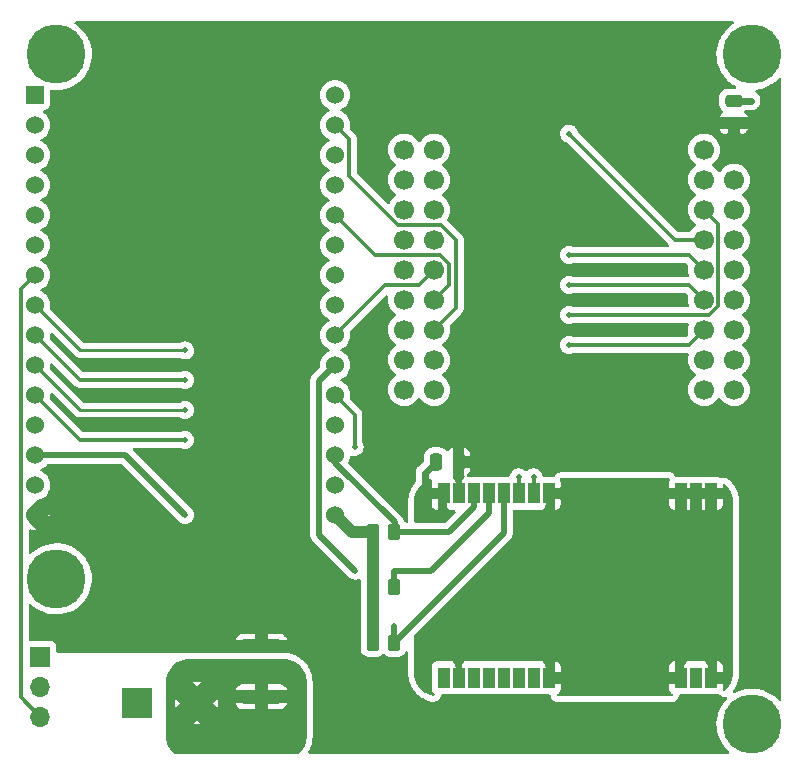
<source format=gtl>
G04 #@! TF.GenerationSoftware,KiCad,Pcbnew,(6.0.2)*
G04 #@! TF.CreationDate,2022-09-28T01:41:44+02:00*
G04 #@! TF.ProjectId,LoRa-Gateway-E220,4c6f5261-2d47-4617-9465-7761792d4532,v1r1a*
G04 #@! TF.SameCoordinates,Original*
G04 #@! TF.FileFunction,Copper,L1,Top*
G04 #@! TF.FilePolarity,Positive*
%FSLAX46Y46*%
G04 Gerber Fmt 4.6, Leading zero omitted, Abs format (unit mm)*
G04 Created by KiCad (PCBNEW (6.0.2)) date 2022-09-28 01:41:44*
%MOMM*%
%LPD*%
G01*
G04 APERTURE LIST*
G04 Aperture macros list*
%AMRoundRect*
0 Rectangle with rounded corners*
0 $1 Rounding radius*
0 $2 $3 $4 $5 $6 $7 $8 $9 X,Y pos of 4 corners*
0 Add a 4 corners polygon primitive as box body*
4,1,4,$2,$3,$4,$5,$6,$7,$8,$9,$2,$3,0*
0 Add four circle primitives for the rounded corners*
1,1,$1+$1,$2,$3*
1,1,$1+$1,$4,$5*
1,1,$1+$1,$6,$7*
1,1,$1+$1,$8,$9*
0 Add four rect primitives between the rounded corners*
20,1,$1+$1,$2,$3,$4,$5,0*
20,1,$1+$1,$4,$5,$6,$7,0*
20,1,$1+$1,$6,$7,$8,$9,0*
20,1,$1+$1,$8,$9,$2,$3,0*%
G04 Aperture macros list end*
G04 #@! TA.AperFunction,ComponentPad*
%ADD10R,1.700000X1.700000*%
G04 #@! TD*
G04 #@! TA.AperFunction,ComponentPad*
%ADD11O,1.700000X1.700000*%
G04 #@! TD*
G04 #@! TA.AperFunction,SMDPad,CuDef*
%ADD12RoundRect,0.250000X0.475000X-0.250000X0.475000X0.250000X-0.475000X0.250000X-0.475000X-0.250000X0*%
G04 #@! TD*
G04 #@! TA.AperFunction,ComponentPad*
%ADD13C,0.800000*%
G04 #@! TD*
G04 #@! TA.AperFunction,ComponentPad*
%ADD14C,5.000000*%
G04 #@! TD*
G04 #@! TA.AperFunction,SMDPad,CuDef*
%ADD15RoundRect,0.250000X-0.262500X-0.450000X0.262500X-0.450000X0.262500X0.450000X-0.262500X0.450000X0*%
G04 #@! TD*
G04 #@! TA.AperFunction,ComponentPad*
%ADD16C,1.700000*%
G04 #@! TD*
G04 #@! TA.AperFunction,SMDPad,CuDef*
%ADD17R,1.000000X1.800000*%
G04 #@! TD*
G04 #@! TA.AperFunction,SMDPad,CuDef*
%ADD18RoundRect,0.250000X-1.450000X0.312500X-1.450000X-0.312500X1.450000X-0.312500X1.450000X0.312500X0*%
G04 #@! TD*
G04 #@! TA.AperFunction,SMDPad,CuDef*
%ADD19RoundRect,0.250000X-0.250000X-0.475000X0.250000X-0.475000X0.250000X0.475000X-0.250000X0.475000X0*%
G04 #@! TD*
G04 #@! TA.AperFunction,ComponentPad*
%ADD20R,2.600000X2.600000*%
G04 #@! TD*
G04 #@! TA.AperFunction,ComponentPad*
%ADD21C,2.600000*%
G04 #@! TD*
G04 #@! TA.AperFunction,ComponentPad*
%ADD22R,1.524000X1.524000*%
G04 #@! TD*
G04 #@! TA.AperFunction,ComponentPad*
%ADD23C,1.524000*%
G04 #@! TD*
G04 #@! TA.AperFunction,ViaPad*
%ADD24C,0.600000*%
G04 #@! TD*
G04 #@! TA.AperFunction,ViaPad*
%ADD25C,0.500000*%
G04 #@! TD*
G04 #@! TA.AperFunction,Conductor*
%ADD26C,0.600000*%
G04 #@! TD*
G04 #@! TA.AperFunction,Conductor*
%ADD27C,0.300000*%
G04 #@! TD*
G04 #@! TA.AperFunction,Conductor*
%ADD28C,0.250000*%
G04 #@! TD*
G04 #@! TA.AperFunction,Conductor*
%ADD29C,1.000000*%
G04 #@! TD*
G04 #@! TA.AperFunction,Conductor*
%ADD30C,0.500000*%
G04 #@! TD*
G04 APERTURE END LIST*
D10*
X99150000Y-90300000D03*
D11*
X99150000Y-92840000D03*
X99150000Y-95380000D03*
D12*
X157850000Y-45100000D03*
X157850000Y-43200000D03*
D13*
X161275000Y-96000000D03*
X159400000Y-97875000D03*
X160725825Y-94674175D03*
D14*
X159400000Y-96000000D03*
D13*
X160725825Y-97325825D03*
X158074175Y-94674175D03*
X159400000Y-94125000D03*
X157525000Y-96000000D03*
X158074175Y-97325825D03*
D15*
X127287500Y-84400000D03*
X129112500Y-84400000D03*
D16*
X157880000Y-47375000D03*
X157880000Y-67695000D03*
X157880000Y-65155000D03*
X129940000Y-67695000D03*
X132480000Y-52455000D03*
X155340000Y-52455000D03*
X132480000Y-57535000D03*
X155340000Y-60075000D03*
X155340000Y-57535000D03*
X132480000Y-60075000D03*
X132480000Y-62615000D03*
X155340000Y-54995000D03*
X129940000Y-62615000D03*
X155340000Y-62615000D03*
X129940000Y-65155000D03*
X155340000Y-67695000D03*
X155340000Y-65155000D03*
X157880000Y-62615000D03*
X157880000Y-60075000D03*
X157880000Y-57535000D03*
X157880000Y-54995000D03*
X157880000Y-52455000D03*
X157880000Y-49915000D03*
X155340000Y-49915000D03*
X155340000Y-47375000D03*
X132480000Y-67695000D03*
X132480000Y-65155000D03*
X129940000Y-60075000D03*
X129940000Y-57535000D03*
X132480000Y-54995000D03*
X129940000Y-54995000D03*
X129940000Y-52455000D03*
X132480000Y-49915000D03*
X129940000Y-49915000D03*
X132480000Y-47375000D03*
X129940000Y-47375000D03*
D13*
X100500000Y-37425000D03*
X100500000Y-41175000D03*
D14*
X100500000Y-39300000D03*
D13*
X101825825Y-37974175D03*
X101825825Y-40625825D03*
X102375000Y-39300000D03*
X98625000Y-39300000D03*
X99174175Y-37974175D03*
X99174175Y-40625825D03*
D17*
X133290000Y-92067500D03*
X134560000Y-92067500D03*
X135830000Y-92067500D03*
X137100000Y-92067500D03*
X138370000Y-92067500D03*
X139640000Y-92067500D03*
X140910000Y-92067500D03*
X142180000Y-92067500D03*
X153380000Y-92067500D03*
X154650000Y-92067500D03*
X155920000Y-92067500D03*
X155920000Y-76467500D03*
X154650000Y-76467500D03*
X153380000Y-76467500D03*
X142180000Y-76467500D03*
X140910000Y-76467500D03*
X139640000Y-76467500D03*
X138370000Y-76467500D03*
X137100000Y-76467500D03*
X135830000Y-76467500D03*
X134560000Y-76467500D03*
X133290000Y-76467500D03*
D15*
X127287500Y-79700000D03*
X129112500Y-79700000D03*
D18*
X117850000Y-89400000D03*
X117850000Y-93675000D03*
D15*
X127287500Y-89100000D03*
X129112500Y-89100000D03*
D19*
X132650000Y-73800000D03*
X134550000Y-73800000D03*
D20*
X107300000Y-94205000D03*
D21*
X112380000Y-94205000D03*
D13*
X158074175Y-40625825D03*
X160725825Y-37974175D03*
X160725825Y-40625825D03*
X159400000Y-37425000D03*
X158074175Y-37974175D03*
X157525000Y-39300000D03*
X161275000Y-39300000D03*
X159400000Y-41175000D03*
D14*
X159400000Y-39300000D03*
D22*
X98700000Y-42740000D03*
D23*
X98700000Y-45280000D03*
X98700000Y-47820000D03*
X98700000Y-50360000D03*
X98700000Y-52900000D03*
X98700000Y-55440000D03*
X98700000Y-57980000D03*
X98700000Y-60520000D03*
X98700000Y-63060000D03*
X98700000Y-65600000D03*
X98700000Y-68140000D03*
X98700000Y-70680000D03*
X98700000Y-73220000D03*
X98700000Y-75760000D03*
X98700000Y-78300000D03*
X124100000Y-78300000D03*
X124100000Y-75760000D03*
X124100000Y-73220000D03*
X124100000Y-70680000D03*
X124100000Y-68140000D03*
X124100000Y-65600000D03*
X124100000Y-63060000D03*
X124100000Y-60520000D03*
X124100000Y-57980000D03*
X124100000Y-55440000D03*
X124100000Y-52900000D03*
X124100000Y-50360000D03*
X124100000Y-47820000D03*
X124100000Y-45280000D03*
X124100000Y-42740000D03*
D13*
X98625000Y-83700000D03*
D14*
X100500000Y-83700000D03*
D13*
X100500000Y-85575000D03*
X102375000Y-83700000D03*
X101825825Y-82374175D03*
X101825825Y-85025825D03*
X99174175Y-85025825D03*
X99174175Y-82374175D03*
X100500000Y-81825000D03*
D24*
X145400000Y-88200000D03*
X156200000Y-84550000D03*
X159300000Y-43200000D03*
X148100000Y-77450000D03*
X141550000Y-87400000D03*
X136500000Y-86250000D03*
X149600000Y-90000000D03*
X153200000Y-83500000D03*
X134800000Y-88650000D03*
X145800000Y-91000000D03*
X147950000Y-82100000D03*
X155600000Y-88950000D03*
X151400000Y-79150000D03*
X142700000Y-84450000D03*
X142200000Y-79550000D03*
X144250000Y-76100000D03*
X131790000Y-76740000D03*
X150550000Y-76400000D03*
X138050000Y-88500000D03*
X151700000Y-86350000D03*
X152600000Y-81350000D03*
X146000000Y-79750000D03*
X148600000Y-85600000D03*
X155750000Y-79850000D03*
X139450000Y-83000000D03*
D25*
X140908750Y-75100000D03*
X111400000Y-71950000D03*
X125750000Y-72550000D03*
X139638750Y-75100000D03*
X111400000Y-64350000D03*
X111400000Y-66850000D03*
X143910000Y-63900000D03*
X111400000Y-69400000D03*
X143910000Y-61350000D03*
X143910000Y-58800000D03*
X143910000Y-56275000D03*
X143910000Y-46000000D03*
X129112500Y-87700000D03*
X111400000Y-78300000D03*
X125800000Y-83000000D03*
X129112500Y-83000000D03*
D26*
X159300000Y-43200000D02*
X157850000Y-43200000D01*
X131750000Y-76700000D02*
X131790000Y-76740000D01*
X132650000Y-73800000D02*
X131750000Y-74700000D01*
X131750000Y-74700000D02*
X131750000Y-76700000D01*
D27*
X102510000Y-71950000D02*
X111400000Y-71950000D01*
X140908750Y-75100000D02*
X140908750Y-76466250D01*
X98700000Y-68140000D02*
X102510000Y-71950000D01*
X140908750Y-76466250D02*
X140910000Y-76467500D01*
X125750000Y-69790000D02*
X125750000Y-72550000D01*
X124100000Y-68140000D02*
X125750000Y-69790000D01*
X139638750Y-75100000D02*
X139638750Y-76460000D01*
D28*
X111400000Y-64350000D02*
X102530000Y-64350000D01*
X102530000Y-64350000D02*
X98700000Y-60520000D01*
D27*
X143910000Y-63900000D02*
X154055000Y-63900000D01*
X102490000Y-66850000D02*
X111400000Y-66850000D01*
X154055000Y-63900000D02*
X155340000Y-62615000D01*
X98700000Y-63060000D02*
X102490000Y-66850000D01*
D28*
X102500000Y-69400000D02*
X98700000Y-65600000D01*
X111400000Y-69400000D02*
X102500000Y-69400000D01*
D27*
X128360000Y-58800000D02*
X124100000Y-63060000D01*
X132480000Y-57535000D02*
X131215000Y-58800000D01*
X131215000Y-58800000D02*
X128360000Y-58800000D01*
X156539511Y-60571855D02*
X155761366Y-61350000D01*
X155761366Y-61350000D02*
X143910000Y-61350000D01*
X155340000Y-52455000D02*
X156539511Y-53654511D01*
X156539511Y-53654511D02*
X156539511Y-60571855D01*
X155340000Y-60075000D02*
X154065000Y-58800000D01*
X154065000Y-58800000D02*
X143910000Y-58800000D01*
D29*
X127287500Y-84400000D02*
X127287500Y-89100000D01*
X127287500Y-79700000D02*
X127287500Y-84400000D01*
X124100000Y-78300000D02*
X125500000Y-79700000D01*
X125500000Y-79700000D02*
X127287500Y-79700000D01*
D27*
X154080000Y-56275000D02*
X155340000Y-57535000D01*
X143925000Y-56275000D02*
X154080000Y-56275000D01*
X127475000Y-56275000D02*
X124100000Y-52900000D01*
X133750000Y-58805000D02*
X133750000Y-57000000D01*
X133750000Y-57000000D02*
X133025000Y-56275000D01*
X133025000Y-56275000D02*
X127475000Y-56275000D01*
X132480000Y-60075000D02*
X133750000Y-58805000D01*
X125300000Y-46480000D02*
X124100000Y-45280000D01*
X133047344Y-53725000D02*
X129400000Y-53725000D01*
X125300000Y-49625000D02*
X125300000Y-46480000D01*
X132480000Y-62615000D02*
X134325000Y-60770000D01*
X134325000Y-55002656D02*
X133047344Y-53725000D01*
X129400000Y-53725000D02*
X125300000Y-49625000D01*
X134325000Y-60770000D02*
X134325000Y-55002656D01*
X143910000Y-46000000D02*
X143910000Y-46010000D01*
X143910000Y-46010000D02*
X152895000Y-54995000D01*
X152895000Y-54995000D02*
X155340000Y-54995000D01*
X97500000Y-93730000D02*
X99150000Y-95380000D01*
X97500000Y-59180000D02*
X97500000Y-93730000D01*
X98700000Y-57980000D02*
X97500000Y-59180000D01*
D30*
X106320000Y-73220000D02*
X98700000Y-73220000D01*
X129112500Y-87700000D02*
X129112500Y-89100000D01*
X129131250Y-89068750D02*
X138370000Y-79830000D01*
X111400000Y-78300000D02*
X106320000Y-73220000D01*
X138370000Y-79830000D02*
X138370000Y-76467500D01*
X129112500Y-83000000D02*
X132200000Y-83000000D01*
X122750000Y-66950000D02*
X122750000Y-79950000D01*
X129112500Y-83000000D02*
X129112500Y-84400000D01*
X124100000Y-65600000D02*
X122750000Y-66950000D01*
X122750000Y-79950000D02*
X125800000Y-83000000D01*
X132200000Y-83000000D02*
X137100000Y-78100000D01*
X137100000Y-78100000D02*
X137100000Y-76467500D01*
X135830000Y-77596522D02*
X135830000Y-76467500D01*
X129131250Y-78901250D02*
X129131250Y-79668750D01*
X124100000Y-73870000D02*
X129131250Y-78901250D01*
X124100000Y-73220000D02*
X124100000Y-73870000D01*
X129112500Y-79700000D02*
X133726522Y-79700000D01*
X133726522Y-79700000D02*
X135830000Y-77596522D01*
G04 #@! TA.AperFunction,Conductor*
G36*
X157819313Y-36528002D02*
G01*
X157865806Y-36581658D01*
X157875910Y-36651932D01*
X157846416Y-36716512D01*
X157818148Y-36740737D01*
X157654279Y-36843532D01*
X157651443Y-36845804D01*
X157651436Y-36845809D01*
X157522478Y-36949124D01*
X157383509Y-37060459D01*
X157139466Y-37307071D01*
X157137225Y-37309929D01*
X157080732Y-37381978D01*
X156925386Y-37580098D01*
X156923493Y-37583187D01*
X156923491Y-37583190D01*
X156878918Y-37655927D01*
X156744105Y-37875921D01*
X156742580Y-37879206D01*
X156742578Y-37879210D01*
X156703505Y-37963386D01*
X156598027Y-38190620D01*
X156489087Y-38520023D01*
X156488351Y-38523578D01*
X156488350Y-38523581D01*
X156419465Y-38856214D01*
X156418730Y-38859764D01*
X156387888Y-39205341D01*
X156387983Y-39208971D01*
X156387983Y-39208972D01*
X156390367Y-39300000D01*
X156396970Y-39552171D01*
X156445856Y-39895660D01*
X156533897Y-40231253D01*
X156659927Y-40554503D01*
X156661624Y-40557708D01*
X156795113Y-40809825D01*
X156822275Y-40861126D01*
X156824325Y-40864109D01*
X156824327Y-40864112D01*
X157016733Y-41144064D01*
X157016739Y-41144071D01*
X157018790Y-41147056D01*
X157246866Y-41408505D01*
X157324371Y-41479029D01*
X157459268Y-41601775D01*
X157503481Y-41642006D01*
X157785233Y-41844466D01*
X157929439Y-41924730D01*
X157984551Y-41955405D01*
X158034346Y-42006011D01*
X158048875Y-42075505D01*
X158023527Y-42141823D01*
X157966349Y-42183908D01*
X157923273Y-42191500D01*
X157324600Y-42191500D01*
X157321354Y-42191837D01*
X157321350Y-42191837D01*
X157225692Y-42201762D01*
X157225688Y-42201763D01*
X157218834Y-42202474D01*
X157212298Y-42204655D01*
X157212296Y-42204655D01*
X157103292Y-42241022D01*
X157051054Y-42258450D01*
X156900652Y-42351522D01*
X156775695Y-42476697D01*
X156682885Y-42627262D01*
X156680581Y-42634209D01*
X156634383Y-42773493D01*
X156627203Y-42795139D01*
X156616500Y-42899600D01*
X156616500Y-43500400D01*
X156616837Y-43503646D01*
X156616837Y-43503650D01*
X156623919Y-43571902D01*
X156627474Y-43606166D01*
X156629655Y-43612702D01*
X156629655Y-43612704D01*
X156666447Y-43722982D01*
X156683450Y-43773946D01*
X156776522Y-43924348D01*
X156901697Y-44049305D01*
X156906235Y-44052102D01*
X156946824Y-44109353D01*
X156950054Y-44180276D01*
X156914428Y-44241687D01*
X156905932Y-44249062D01*
X156895793Y-44257098D01*
X156781261Y-44371829D01*
X156772249Y-44383240D01*
X156687184Y-44521243D01*
X156681037Y-44534424D01*
X156664989Y-44582806D01*
X156664500Y-44596899D01*
X156670711Y-44600000D01*
X159022578Y-44600000D01*
X159036109Y-44596027D01*
X159037090Y-44589201D01*
X159018412Y-44533216D01*
X159012239Y-44520038D01*
X158926937Y-44382193D01*
X158917901Y-44370792D01*
X158803172Y-44256262D01*
X158794238Y-44249206D01*
X158753177Y-44191288D01*
X158749947Y-44120365D01*
X158785574Y-44058954D01*
X158793406Y-44052155D01*
X158799348Y-44048478D01*
X158804525Y-44043292D01*
X158810254Y-44038751D01*
X158811580Y-44040424D01*
X158864625Y-44011402D01*
X158891511Y-44008500D01*
X159237584Y-44008500D01*
X159254248Y-44009607D01*
X159275979Y-44012507D01*
X159275984Y-44012507D01*
X159282961Y-44013438D01*
X159289972Y-44012800D01*
X159289976Y-44012800D01*
X159331516Y-44009019D01*
X159338579Y-44008698D01*
X159338579Y-44008696D01*
X159342088Y-44008500D01*
X159345610Y-44008500D01*
X159349103Y-44008108D01*
X159349106Y-44008108D01*
X159362079Y-44006653D01*
X159380450Y-44004592D01*
X159383050Y-44004329D01*
X159463600Y-43996998D01*
X159469961Y-43994931D01*
X159470501Y-43994809D01*
X159473075Y-43994252D01*
X159473603Y-43994143D01*
X159480255Y-43993397D01*
X159556667Y-43966787D01*
X159559167Y-43965946D01*
X159636108Y-43940947D01*
X159641857Y-43937520D01*
X159642327Y-43937295D01*
X159644715Y-43936181D01*
X159645237Y-43935944D01*
X159651552Y-43933745D01*
X159712270Y-43895805D01*
X159720173Y-43890867D01*
X159722424Y-43889494D01*
X159785856Y-43851680D01*
X159785861Y-43851676D01*
X159791912Y-43848069D01*
X159796751Y-43843460D01*
X159797218Y-43843090D01*
X159799308Y-43841468D01*
X159799687Y-43841180D01*
X159805376Y-43837626D01*
X159862823Y-43780579D01*
X159864684Y-43778769D01*
X159923266Y-43722982D01*
X159926966Y-43717414D01*
X159927328Y-43716963D01*
X159929007Y-43714918D01*
X159929325Y-43714539D01*
X159934082Y-43709815D01*
X159977434Y-43641504D01*
X159978870Y-43639293D01*
X160019742Y-43577775D01*
X160019745Y-43577769D01*
X160023643Y-43571902D01*
X160026021Y-43565642D01*
X160026260Y-43565151D01*
X160027438Y-43562799D01*
X160027684Y-43562321D01*
X160031273Y-43556666D01*
X160058407Y-43480464D01*
X160059317Y-43477993D01*
X160085553Y-43408925D01*
X160085553Y-43408924D01*
X160088055Y-43402338D01*
X160088987Y-43395704D01*
X160089104Y-43395206D01*
X160089728Y-43392663D01*
X160089873Y-43392097D01*
X160092119Y-43385790D01*
X160093682Y-43372689D01*
X160101696Y-43305471D01*
X160102030Y-43302902D01*
X160113299Y-43222717D01*
X160113529Y-43206243D01*
X160113596Y-43205680D01*
X160113544Y-43205182D01*
X160113616Y-43200000D01*
X160110350Y-43170886D01*
X160103866Y-43113076D01*
X160103771Y-43112202D01*
X160095313Y-43031733D01*
X160094636Y-43025288D01*
X160093715Y-43022584D01*
X160093397Y-43019745D01*
X160064609Y-42937077D01*
X160064395Y-42936455D01*
X160052944Y-42902817D01*
X160036182Y-42853579D01*
X160034684Y-42851144D01*
X160033745Y-42848448D01*
X160030320Y-42842966D01*
X159987375Y-42774237D01*
X159986913Y-42773493D01*
X159969676Y-42745475D01*
X159941138Y-42699088D01*
X159939141Y-42697049D01*
X159937626Y-42694624D01*
X159875941Y-42632507D01*
X159875324Y-42631881D01*
X159818749Y-42574109D01*
X159814229Y-42569493D01*
X159811830Y-42567947D01*
X159809815Y-42565918D01*
X159736622Y-42519469D01*
X159689823Y-42466080D01*
X159679317Y-42395865D01*
X159708440Y-42331116D01*
X159767946Y-42292392D01*
X159781173Y-42289193D01*
X159798763Y-42285933D01*
X159947047Y-42258450D01*
X160115279Y-42227270D01*
X160115283Y-42227269D01*
X160118844Y-42226609D01*
X160450456Y-42124592D01*
X160768145Y-41985136D01*
X161012511Y-41842341D01*
X161064560Y-41811926D01*
X161064562Y-41811925D01*
X161067700Y-41810091D01*
X161070609Y-41807907D01*
X161342244Y-41603958D01*
X161342248Y-41603955D01*
X161345151Y-41601775D01*
X161596819Y-41362950D01*
X161669337Y-41276220D01*
X161728378Y-41236791D01*
X161799364Y-41235541D01*
X161859757Y-41272867D01*
X161890382Y-41336918D01*
X161892000Y-41357043D01*
X161892000Y-93941293D01*
X161871998Y-94009414D01*
X161818342Y-94055907D01*
X161748068Y-94066011D01*
X161683488Y-94036517D01*
X161673713Y-94027077D01*
X161485842Y-93824904D01*
X161222019Y-93599578D01*
X160934047Y-93406069D01*
X160625741Y-93246940D01*
X160301189Y-93124302D01*
X160297668Y-93123418D01*
X160297663Y-93123416D01*
X160136378Y-93082904D01*
X159964692Y-93039780D01*
X159942476Y-93036855D01*
X159624315Y-92994968D01*
X159624307Y-92994967D01*
X159620711Y-92994494D01*
X159476045Y-92992221D01*
X159277446Y-92989101D01*
X159277442Y-92989101D01*
X159273804Y-92989044D01*
X159270190Y-92989405D01*
X159270184Y-92989405D01*
X159041660Y-93012215D01*
X158928569Y-93023503D01*
X158589583Y-93097414D01*
X158586156Y-93098587D01*
X158586150Y-93098589D01*
X158365876Y-93174006D01*
X158261339Y-93209797D01*
X157948188Y-93359163D01*
X157946828Y-93360016D01*
X157877902Y-93375220D01*
X157811310Y-93350602D01*
X157768599Y-93293890D01*
X157763328Y-93223090D01*
X157785658Y-93174006D01*
X157823529Y-93123416D01*
X157883779Y-93042932D01*
X157885355Y-93040663D01*
X157903822Y-93014064D01*
X157904461Y-93013144D01*
X157914180Y-92998021D01*
X157932684Y-92966834D01*
X157992732Y-92856866D01*
X158060250Y-92733216D01*
X158060257Y-92733202D01*
X158060805Y-92732199D01*
X158077032Y-92699784D01*
X158084498Y-92683437D01*
X158098381Y-92649921D01*
X158171062Y-92455057D01*
X158191414Y-92400490D01*
X158191416Y-92400485D01*
X158191810Y-92399428D01*
X158203269Y-92364997D01*
X158208332Y-92347751D01*
X158217294Y-92312637D01*
X158274119Y-92051416D01*
X158274433Y-92049679D01*
X158280353Y-92016859D01*
X158280555Y-92015742D01*
X158283113Y-91997954D01*
X158286992Y-91961884D01*
X158306385Y-91690726D01*
X158307355Y-91672618D01*
X158307676Y-91663630D01*
X158308000Y-91645499D01*
X158308000Y-77164501D01*
X158307676Y-77146370D01*
X158307355Y-77137382D01*
X158306385Y-77119274D01*
X158293358Y-76937126D01*
X158293357Y-76937122D01*
X158286990Y-76848107D01*
X158283114Y-76812049D01*
X158280557Y-76794266D01*
X158274119Y-76758584D01*
X158234242Y-76575270D01*
X158217529Y-76498444D01*
X158217293Y-76497359D01*
X158208329Y-76462237D01*
X158203266Y-76444992D01*
X158191809Y-76410569D01*
X158187001Y-76397676D01*
X158098768Y-76161117D01*
X158098381Y-76160079D01*
X158097957Y-76159055D01*
X158084928Y-76127600D01*
X158084919Y-76127579D01*
X158084498Y-76126563D01*
X158077032Y-76110216D01*
X158060805Y-76077801D01*
X158060250Y-76076784D01*
X157933225Y-75844156D01*
X157933215Y-75844138D01*
X157932684Y-75843166D01*
X157914180Y-75811979D01*
X157904461Y-75796856D01*
X157883779Y-75767068D01*
X157801960Y-75657771D01*
X157724243Y-75553953D01*
X157724229Y-75553935D01*
X157723571Y-75553056D01*
X157716286Y-75544016D01*
X157701524Y-75525698D01*
X157701514Y-75525686D01*
X157700808Y-75524810D01*
X157700065Y-75523952D01*
X157700062Y-75523949D01*
X157689787Y-75512092D01*
X157689035Y-75511224D01*
X157664334Y-75484694D01*
X157502304Y-75322664D01*
X157489255Y-75310072D01*
X157482672Y-75303943D01*
X157469187Y-75291830D01*
X157347550Y-75213655D01*
X157282970Y-75184161D01*
X157278658Y-75182895D01*
X157278653Y-75182893D01*
X157152870Y-75145960D01*
X157152869Y-75145960D01*
X157144226Y-75143422D01*
X156999634Y-75143422D01*
X156964810Y-75148429D01*
X156933816Y-75152885D01*
X156933812Y-75152886D01*
X156929360Y-75153526D01*
X156925048Y-75154792D01*
X156925044Y-75154793D01*
X156904679Y-75160773D01*
X156836328Y-75180843D01*
X156765332Y-75180843D01*
X156725265Y-75160773D01*
X156673892Y-75122271D01*
X156673890Y-75122270D01*
X156666705Y-75116885D01*
X156530316Y-75065755D01*
X156468134Y-75059000D01*
X155371866Y-75059000D01*
X155368469Y-75059369D01*
X155317536Y-75064902D01*
X155309684Y-75065755D01*
X155309679Y-75065707D01*
X155260321Y-75065707D01*
X155260316Y-75065755D01*
X155259874Y-75065707D01*
X155252464Y-75064902D01*
X155201531Y-75059369D01*
X155198134Y-75059000D01*
X154101866Y-75059000D01*
X154098469Y-75059369D01*
X154047536Y-75064902D01*
X154039684Y-75065755D01*
X154039679Y-75065707D01*
X153990321Y-75065707D01*
X153990316Y-75065755D01*
X153989874Y-75065707D01*
X153982464Y-75064902D01*
X153931531Y-75059369D01*
X153928134Y-75059000D01*
X152977283Y-75059000D01*
X152909162Y-75038998D01*
X152871285Y-75001121D01*
X152864132Y-74989991D01*
X152806935Y-74900990D01*
X152760442Y-74847334D01*
X152651166Y-74752645D01*
X152641659Y-74748303D01*
X152535771Y-74699946D01*
X152519640Y-74692579D01*
X152493549Y-74684918D01*
X152455842Y-74673846D01*
X152455838Y-74673845D01*
X152451519Y-74672577D01*
X152447071Y-74671937D01*
X152447064Y-74671936D01*
X152312848Y-74652639D01*
X152312841Y-74652638D01*
X152308400Y-74652000D01*
X143251600Y-74652000D01*
X143249942Y-74652090D01*
X143249925Y-74652090D01*
X143214947Y-74653979D01*
X143196883Y-74654955D01*
X143195194Y-74655138D01*
X143171582Y-74657696D01*
X143171578Y-74657697D01*
X143169894Y-74657879D01*
X143115792Y-74666716D01*
X143109986Y-74668893D01*
X143109981Y-74668894D01*
X143018540Y-74703176D01*
X142980402Y-74717474D01*
X142918147Y-74751604D01*
X142914555Y-74754302D01*
X142914554Y-74754303D01*
X142809750Y-74833032D01*
X142809748Y-74833034D01*
X142802549Y-74838442D01*
X142797162Y-74845663D01*
X142797161Y-74845664D01*
X142738543Y-74924240D01*
X142716091Y-74954337D01*
X142713939Y-74958294D01*
X142713935Y-74958300D01*
X142694952Y-74993202D01*
X142644833Y-75043488D01*
X142584265Y-75059000D01*
X141780108Y-75059000D01*
X141711987Y-75038998D01*
X141665494Y-74985342D01*
X141654893Y-74947047D01*
X141653866Y-74937888D01*
X141653865Y-74937885D01*
X141653081Y-74930892D01*
X141597118Y-74770189D01*
X141591133Y-74760610D01*
X141536915Y-74673846D01*
X141506942Y-74625879D01*
X141482786Y-74601553D01*
X141431513Y-74549921D01*
X141387036Y-74505132D01*
X141370789Y-74494821D01*
X141279061Y-74436609D01*
X141243358Y-74413951D01*
X141083050Y-74356868D01*
X140914079Y-74336720D01*
X140907076Y-74337456D01*
X140907075Y-74337456D01*
X140751851Y-74353770D01*
X140751847Y-74353771D01*
X140744843Y-74354507D01*
X140738172Y-74356778D01*
X140590423Y-74407075D01*
X140590420Y-74407076D01*
X140583753Y-74409346D01*
X140577755Y-74413036D01*
X140577753Y-74413037D01*
X140444815Y-74494821D01*
X140444813Y-74494823D01*
X140438816Y-74498512D01*
X140361743Y-74573988D01*
X140299081Y-74607358D01*
X140228322Y-74601553D01*
X140184181Y-74572748D01*
X140161513Y-74549921D01*
X140117036Y-74505132D01*
X140100789Y-74494821D01*
X140009061Y-74436609D01*
X139973358Y-74413951D01*
X139813050Y-74356868D01*
X139644079Y-74336720D01*
X139637076Y-74337456D01*
X139637075Y-74337456D01*
X139481851Y-74353770D01*
X139481847Y-74353771D01*
X139474843Y-74354507D01*
X139468172Y-74356778D01*
X139320423Y-74407075D01*
X139320420Y-74407076D01*
X139313753Y-74409346D01*
X139307755Y-74413036D01*
X139307753Y-74413037D01*
X139174815Y-74494821D01*
X139174813Y-74494823D01*
X139168816Y-74498512D01*
X139162056Y-74505132D01*
X139058559Y-74606485D01*
X139047236Y-74617573D01*
X139043425Y-74623487D01*
X139043423Y-74623489D01*
X138958871Y-74754687D01*
X138955054Y-74760610D01*
X138896853Y-74920516D01*
X138893280Y-74948796D01*
X138864900Y-75013868D01*
X138805840Y-75053270D01*
X138768275Y-75059000D01*
X137821866Y-75059000D01*
X137818469Y-75059369D01*
X137767536Y-75064902D01*
X137759684Y-75065755D01*
X137759679Y-75065707D01*
X137710321Y-75065707D01*
X137710316Y-75065755D01*
X137709874Y-75065707D01*
X137702464Y-75064902D01*
X137651531Y-75059369D01*
X137648134Y-75059000D01*
X136551866Y-75059000D01*
X136548469Y-75059369D01*
X136497536Y-75064902D01*
X136489684Y-75065755D01*
X136489679Y-75065707D01*
X136440321Y-75065707D01*
X136440316Y-75065755D01*
X136439874Y-75065707D01*
X136432464Y-75064902D01*
X136381531Y-75059369D01*
X136378134Y-75059000D01*
X135392259Y-75059000D01*
X135324138Y-75038998D01*
X135277645Y-74985342D01*
X135267541Y-74915068D01*
X135297035Y-74850488D01*
X135303086Y-74843982D01*
X135393739Y-74753171D01*
X135402751Y-74741760D01*
X135487816Y-74603757D01*
X135493963Y-74590576D01*
X135545138Y-74436290D01*
X135548005Y-74422914D01*
X135557672Y-74328562D01*
X135558000Y-74322146D01*
X135558000Y-74318115D01*
X135553525Y-74302876D01*
X135552135Y-74301671D01*
X135544452Y-74300000D01*
X135068115Y-74300000D01*
X135052876Y-74304475D01*
X135051671Y-74305865D01*
X135050000Y-74313548D01*
X135050000Y-74972579D01*
X135059238Y-75004042D01*
X135061463Y-75066321D01*
X135057121Y-75086282D01*
X135055697Y-75085972D01*
X135039998Y-75139438D01*
X135009569Y-75172140D01*
X134966739Y-75204239D01*
X134879385Y-75320795D01*
X134828255Y-75457184D01*
X134821500Y-75519366D01*
X134821500Y-76841500D01*
X134801498Y-76909621D01*
X134747842Y-76956114D01*
X134695500Y-76967500D01*
X134424500Y-76967500D01*
X134356379Y-76947498D01*
X134309886Y-76893842D01*
X134298500Y-76841500D01*
X134298500Y-75519366D01*
X134291745Y-75457184D01*
X134240615Y-75320795D01*
X134153261Y-75204239D01*
X134109801Y-75171667D01*
X134067286Y-75114810D01*
X134064469Y-75106339D01*
X134049566Y-75055582D01*
X134049567Y-75001885D01*
X134048517Y-75001792D01*
X134049567Y-74989991D01*
X134049567Y-74984585D01*
X134050000Y-74983483D01*
X134050000Y-73281885D01*
X135050000Y-73281885D01*
X135054475Y-73297124D01*
X135055865Y-73298329D01*
X135063548Y-73300000D01*
X135539884Y-73300000D01*
X135555123Y-73295525D01*
X135556328Y-73294135D01*
X135557999Y-73286452D01*
X135557999Y-73277905D01*
X135557662Y-73271386D01*
X135547743Y-73175794D01*
X135544851Y-73162400D01*
X135493412Y-73008216D01*
X135487239Y-72995038D01*
X135401937Y-72857193D01*
X135392901Y-72845792D01*
X135278171Y-72731261D01*
X135266760Y-72722249D01*
X135128757Y-72637184D01*
X135115576Y-72631037D01*
X135067194Y-72614989D01*
X135053101Y-72614500D01*
X135050000Y-72620711D01*
X135050000Y-73281885D01*
X134050000Y-73281885D01*
X134050000Y-72627422D01*
X134046027Y-72613891D01*
X134039201Y-72612910D01*
X133983216Y-72631588D01*
X133970038Y-72637761D01*
X133832193Y-72723063D01*
X133820792Y-72732099D01*
X133706262Y-72846828D01*
X133699206Y-72855762D01*
X133641288Y-72896823D01*
X133570365Y-72900053D01*
X133508954Y-72864426D01*
X133502154Y-72856593D01*
X133498478Y-72850652D01*
X133373303Y-72725695D01*
X133316411Y-72690626D01*
X133228968Y-72636725D01*
X133228966Y-72636724D01*
X133222738Y-72632885D01*
X133062254Y-72579655D01*
X133061389Y-72579368D01*
X133061387Y-72579368D01*
X133054861Y-72577203D01*
X133048025Y-72576503D01*
X133048022Y-72576502D01*
X133004969Y-72572091D01*
X132950400Y-72566500D01*
X132349600Y-72566500D01*
X132346354Y-72566837D01*
X132346350Y-72566837D01*
X132250692Y-72576762D01*
X132250688Y-72576763D01*
X132243834Y-72577474D01*
X132237298Y-72579655D01*
X132237296Y-72579655D01*
X132150838Y-72608500D01*
X132076054Y-72633450D01*
X131925652Y-72726522D01*
X131800695Y-72851697D01*
X131707885Y-73002262D01*
X131705581Y-73009209D01*
X131656233Y-73157990D01*
X131652203Y-73170139D01*
X131641500Y-73274600D01*
X131641500Y-73612918D01*
X131621498Y-73681039D01*
X131604595Y-73702014D01*
X131184796Y-74121812D01*
X131183859Y-74122739D01*
X131119493Y-74185771D01*
X131096002Y-74222221D01*
X131088583Y-74232546D01*
X131061524Y-74266443D01*
X131058459Y-74272784D01*
X131058458Y-74272785D01*
X131046928Y-74296637D01*
X131039399Y-74310054D01*
X131021235Y-74338238D01*
X131018827Y-74344855D01*
X131018824Y-74344860D01*
X131006408Y-74378973D01*
X131001447Y-74390716D01*
X130985646Y-74423403D01*
X130985644Y-74423408D01*
X130982579Y-74429749D01*
X130980996Y-74436607D01*
X130980995Y-74436609D01*
X130975035Y-74462426D01*
X130970668Y-74477169D01*
X130959197Y-74508685D01*
X130958314Y-74515675D01*
X130958312Y-74515683D01*
X130953762Y-74551701D01*
X130951526Y-74564253D01*
X130941776Y-74606485D01*
X130941751Y-74613531D01*
X130941751Y-74613534D01*
X130941634Y-74647056D01*
X130941605Y-74647938D01*
X130941500Y-74648769D01*
X130941500Y-74685419D01*
X130941499Y-74685859D01*
X130941205Y-74770189D01*
X130941143Y-74787870D01*
X130941411Y-74789070D01*
X130941500Y-74790707D01*
X130941500Y-75428989D01*
X130921498Y-75497110D01*
X130910723Y-75511503D01*
X130899935Y-75523952D01*
X130899921Y-75523968D01*
X130899192Y-75524810D01*
X130898487Y-75525685D01*
X130898476Y-75525698D01*
X130883714Y-75544016D01*
X130876429Y-75553056D01*
X130875771Y-75553935D01*
X130875757Y-75553953D01*
X130798040Y-75657771D01*
X130716221Y-75767068D01*
X130695539Y-75796856D01*
X130685820Y-75811979D01*
X130667316Y-75843166D01*
X130666785Y-75844138D01*
X130666775Y-75844156D01*
X130539750Y-76076784D01*
X130539195Y-76077801D01*
X130522968Y-76110216D01*
X130515502Y-76126563D01*
X130515081Y-76127579D01*
X130515072Y-76127600D01*
X130502043Y-76159055D01*
X130501619Y-76160079D01*
X130501232Y-76161117D01*
X130413000Y-76397676D01*
X130408191Y-76410569D01*
X130396734Y-76444992D01*
X130391671Y-76462237D01*
X130382707Y-76497359D01*
X130382471Y-76498444D01*
X130365759Y-76575270D01*
X130325881Y-76758584D01*
X130319443Y-76794266D01*
X130316886Y-76812049D01*
X130313010Y-76848107D01*
X130306643Y-76937122D01*
X130306642Y-76937126D01*
X130293615Y-77119274D01*
X130292645Y-77137382D01*
X130292324Y-77146370D01*
X130292000Y-77164501D01*
X130292000Y-78815500D01*
X130271998Y-78883621D01*
X130218342Y-78930114D01*
X130166000Y-78941500D01*
X130146311Y-78941500D01*
X130078190Y-78921498D01*
X130039167Y-78881804D01*
X130033741Y-78873036D01*
X129973478Y-78775652D01*
X129868484Y-78670841D01*
X129837635Y-78620499D01*
X129827858Y-78590317D01*
X129827857Y-78590314D01*
X129825601Y-78583351D01*
X129821802Y-78577090D01*
X129819292Y-78571609D01*
X129816581Y-78566195D01*
X129814083Y-78559313D01*
X129810070Y-78553192D01*
X129774064Y-78498274D01*
X129771717Y-78494555D01*
X129733845Y-78432143D01*
X129726447Y-78423766D01*
X129726474Y-78423742D01*
X129723821Y-78420750D01*
X129721118Y-78417517D01*
X129717106Y-78411398D01*
X129660867Y-78358122D01*
X129658425Y-78355744D01*
X125252839Y-73950158D01*
X125218813Y-73887846D01*
X125223878Y-73817031D01*
X125227734Y-73807825D01*
X125281868Y-73691734D01*
X125296117Y-73661178D01*
X125296118Y-73661177D01*
X125298440Y-73656196D01*
X125355978Y-73441463D01*
X125360940Y-73384741D01*
X125386803Y-73318623D01*
X125444306Y-73276983D01*
X125515193Y-73273042D01*
X125530379Y-73277624D01*
X125565341Y-73290626D01*
X125734015Y-73313132D01*
X125741026Y-73312494D01*
X125741030Y-73312494D01*
X125896462Y-73298348D01*
X125903483Y-73297709D01*
X125910185Y-73295531D01*
X125910187Y-73295531D01*
X126058623Y-73247301D01*
X126058626Y-73247300D01*
X126065322Y-73245124D01*
X126211490Y-73157990D01*
X126216584Y-73153139D01*
X126216588Y-73153136D01*
X126283833Y-73089099D01*
X126334721Y-73040639D01*
X126428891Y-72898902D01*
X126489319Y-72739825D01*
X126491495Y-72724345D01*
X126496255Y-72690468D01*
X126513001Y-72571313D01*
X126513299Y-72550000D01*
X126494331Y-72380892D01*
X126438368Y-72220189D01*
X126434636Y-72214217D01*
X126434631Y-72214206D01*
X126427646Y-72203028D01*
X126408500Y-72136259D01*
X126408500Y-69872056D01*
X126409059Y-69860200D01*
X126409059Y-69860197D01*
X126410788Y-69852463D01*
X126408562Y-69781631D01*
X126408500Y-69777673D01*
X126408500Y-69748568D01*
X126407944Y-69744168D01*
X126407012Y-69732330D01*
X126405811Y-69694094D01*
X126405562Y-69686169D01*
X126399580Y-69665579D01*
X126395570Y-69646216D01*
X126393875Y-69632796D01*
X126393875Y-69632795D01*
X126392882Y-69624936D01*
X126389966Y-69617571D01*
X126389965Y-69617567D01*
X126375874Y-69581979D01*
X126372035Y-69570769D01*
X126359145Y-69526400D01*
X126348229Y-69507943D01*
X126339534Y-69490193D01*
X126331635Y-69470244D01*
X126304477Y-69432864D01*
X126297960Y-69422943D01*
X126294662Y-69417366D01*
X126274452Y-69383193D01*
X126259291Y-69368032D01*
X126246449Y-69352997D01*
X126233841Y-69335643D01*
X126227737Y-69330593D01*
X126227735Y-69330591D01*
X126198243Y-69306193D01*
X126189465Y-69298205D01*
X125385597Y-68494338D01*
X125351572Y-68432025D01*
X125352985Y-68372633D01*
X125354553Y-68366781D01*
X125354554Y-68366778D01*
X125355978Y-68361463D01*
X125375353Y-68140000D01*
X125355978Y-67918537D01*
X125298440Y-67703804D01*
X125290174Y-67686078D01*
X125206814Y-67507311D01*
X125206811Y-67507306D01*
X125204488Y-67502324D01*
X125194892Y-67488619D01*
X125080136Y-67324730D01*
X125080134Y-67324727D01*
X125076977Y-67320219D01*
X124919781Y-67163023D01*
X124915273Y-67159866D01*
X124915270Y-67159864D01*
X124766351Y-67055590D01*
X124737677Y-67035512D01*
X124732695Y-67033189D01*
X124732690Y-67033186D01*
X124627627Y-66984195D01*
X124574342Y-66937278D01*
X124554881Y-66869001D01*
X124575423Y-66801041D01*
X124627627Y-66755805D01*
X124732690Y-66706814D01*
X124732695Y-66706811D01*
X124737677Y-66704488D01*
X124839505Y-66633187D01*
X124915270Y-66580136D01*
X124915273Y-66580134D01*
X124919781Y-66576977D01*
X125076977Y-66419781D01*
X125092878Y-66397073D01*
X125201331Y-66242185D01*
X125201332Y-66242183D01*
X125204488Y-66237676D01*
X125206811Y-66232694D01*
X125206814Y-66232689D01*
X125296117Y-66041178D01*
X125296118Y-66041177D01*
X125298440Y-66036196D01*
X125355978Y-65821463D01*
X125375353Y-65600000D01*
X125355978Y-65378537D01*
X125298440Y-65163804D01*
X125292771Y-65151646D01*
X125206814Y-64967311D01*
X125206811Y-64967306D01*
X125204488Y-64962324D01*
X125188772Y-64939879D01*
X125080136Y-64784730D01*
X125080134Y-64784727D01*
X125076977Y-64780219D01*
X124919781Y-64623023D01*
X124915273Y-64619866D01*
X124915270Y-64619864D01*
X124766351Y-64515590D01*
X124737677Y-64495512D01*
X124732695Y-64493189D01*
X124732690Y-64493186D01*
X124627627Y-64444195D01*
X124574342Y-64397278D01*
X124554881Y-64329001D01*
X124575423Y-64261041D01*
X124627627Y-64215805D01*
X124632605Y-64213484D01*
X124642217Y-64209002D01*
X124732690Y-64166814D01*
X124732695Y-64166811D01*
X124737677Y-64164488D01*
X124839505Y-64093187D01*
X124915270Y-64040136D01*
X124915273Y-64040134D01*
X124919781Y-64036977D01*
X125076977Y-63879781D01*
X125101795Y-63844338D01*
X125201331Y-63702185D01*
X125201332Y-63702183D01*
X125204488Y-63697676D01*
X125206811Y-63692694D01*
X125206814Y-63692689D01*
X125296117Y-63501178D01*
X125296118Y-63501177D01*
X125298440Y-63496196D01*
X125355978Y-63281463D01*
X125375353Y-63060000D01*
X125355978Y-62838537D01*
X125352987Y-62827374D01*
X125354673Y-62756398D01*
X125385597Y-62705663D01*
X128389539Y-59701721D01*
X128451851Y-59667695D01*
X128522666Y-59672760D01*
X128579502Y-59715307D01*
X128604313Y-59781827D01*
X128602401Y-59814434D01*
X128602374Y-59814577D01*
X128600989Y-59819570D01*
X128577251Y-60041695D01*
X128577548Y-60046848D01*
X128577548Y-60046851D01*
X128583011Y-60141590D01*
X128590110Y-60264715D01*
X128591247Y-60269761D01*
X128591248Y-60269767D01*
X128597732Y-60298537D01*
X128639222Y-60482639D01*
X128688408Y-60603770D01*
X128715108Y-60669524D01*
X128723266Y-60689616D01*
X128762378Y-60753441D01*
X128837291Y-60875688D01*
X128839987Y-60880088D01*
X128986250Y-61048938D01*
X129158126Y-61191632D01*
X129177924Y-61203201D01*
X129231445Y-61234476D01*
X129280169Y-61286114D01*
X129293240Y-61355897D01*
X129266509Y-61421669D01*
X129226055Y-61455027D01*
X129213607Y-61461507D01*
X129209474Y-61464610D01*
X129209471Y-61464612D01*
X129160088Y-61501690D01*
X129034965Y-61595635D01*
X128880629Y-61757138D01*
X128877720Y-61761403D01*
X128877714Y-61761411D01*
X128848647Y-61804022D01*
X128754743Y-61941680D01*
X128739003Y-61975590D01*
X128675591Y-62112200D01*
X128660688Y-62144305D01*
X128600989Y-62359570D01*
X128577251Y-62581695D01*
X128577548Y-62586848D01*
X128577548Y-62586851D01*
X128583011Y-62681590D01*
X128590110Y-62804715D01*
X128591247Y-62809761D01*
X128591248Y-62809767D01*
X128597732Y-62838537D01*
X128639222Y-63022639D01*
X128677461Y-63116811D01*
X128718440Y-63217730D01*
X128723266Y-63229616D01*
X128761885Y-63292636D01*
X128837291Y-63415688D01*
X128839987Y-63420088D01*
X128986250Y-63588938D01*
X129158126Y-63731632D01*
X129198342Y-63755132D01*
X129231445Y-63774476D01*
X129280169Y-63826114D01*
X129293240Y-63895897D01*
X129266509Y-63961669D01*
X129226055Y-63995027D01*
X129213607Y-64001507D01*
X129209474Y-64004610D01*
X129209471Y-64004612D01*
X129146769Y-64051690D01*
X129034965Y-64135635D01*
X128880629Y-64297138D01*
X128877720Y-64301403D01*
X128877714Y-64301411D01*
X128848647Y-64344022D01*
X128754743Y-64481680D01*
X128710836Y-64576271D01*
X128670949Y-64662200D01*
X128660688Y-64684305D01*
X128600989Y-64899570D01*
X128577251Y-65121695D01*
X128577548Y-65126848D01*
X128577548Y-65126851D01*
X128583011Y-65221590D01*
X128590110Y-65344715D01*
X128591247Y-65349761D01*
X128591248Y-65349767D01*
X128597732Y-65378537D01*
X128639222Y-65562639D01*
X128723266Y-65769616D01*
X128774019Y-65852438D01*
X128837291Y-65955688D01*
X128839987Y-65960088D01*
X128986250Y-66128938D01*
X129062846Y-66192529D01*
X129144271Y-66260129D01*
X129158126Y-66271632D01*
X129228595Y-66312811D01*
X129231445Y-66314476D01*
X129280169Y-66366114D01*
X129293240Y-66435897D01*
X129266509Y-66501669D01*
X129226055Y-66535027D01*
X129219939Y-66538211D01*
X129213607Y-66541507D01*
X129209474Y-66544610D01*
X129209471Y-66544612D01*
X129039100Y-66672530D01*
X129034965Y-66675635D01*
X128880629Y-66837138D01*
X128877720Y-66841403D01*
X128877714Y-66841411D01*
X128848647Y-66884022D01*
X128754743Y-67021680D01*
X128739003Y-67055590D01*
X128672480Y-67198902D01*
X128660688Y-67224305D01*
X128600989Y-67439570D01*
X128577251Y-67661695D01*
X128577548Y-67666848D01*
X128577548Y-67666851D01*
X128583011Y-67761590D01*
X128590110Y-67884715D01*
X128591247Y-67889761D01*
X128591248Y-67889767D01*
X128597732Y-67918537D01*
X128639222Y-68102639D01*
X128723266Y-68309616D01*
X128761878Y-68372625D01*
X128837291Y-68495688D01*
X128839987Y-68500088D01*
X128986250Y-68668938D01*
X129158126Y-68811632D01*
X129351000Y-68924338D01*
X129559692Y-69004030D01*
X129564760Y-69005061D01*
X129564763Y-69005062D01*
X129672017Y-69026883D01*
X129778597Y-69048567D01*
X129783772Y-69048757D01*
X129783774Y-69048757D01*
X129996673Y-69056564D01*
X129996677Y-69056564D01*
X130001837Y-69056753D01*
X130006957Y-69056097D01*
X130006959Y-69056097D01*
X130218288Y-69029025D01*
X130218289Y-69029025D01*
X130223416Y-69028368D01*
X130228366Y-69026883D01*
X130432429Y-68965661D01*
X130432434Y-68965659D01*
X130437384Y-68964174D01*
X130637994Y-68865896D01*
X130819860Y-68736173D01*
X130978096Y-68578489D01*
X131037594Y-68495689D01*
X131108453Y-68397077D01*
X131109776Y-68398028D01*
X131156645Y-68354857D01*
X131226580Y-68342625D01*
X131292026Y-68370144D01*
X131319875Y-68401994D01*
X131379987Y-68500088D01*
X131526250Y-68668938D01*
X131698126Y-68811632D01*
X131891000Y-68924338D01*
X132099692Y-69004030D01*
X132104760Y-69005061D01*
X132104763Y-69005062D01*
X132212017Y-69026883D01*
X132318597Y-69048567D01*
X132323772Y-69048757D01*
X132323774Y-69048757D01*
X132536673Y-69056564D01*
X132536677Y-69056564D01*
X132541837Y-69056753D01*
X132546957Y-69056097D01*
X132546959Y-69056097D01*
X132758288Y-69029025D01*
X132758289Y-69029025D01*
X132763416Y-69028368D01*
X132768366Y-69026883D01*
X132972429Y-68965661D01*
X132972434Y-68965659D01*
X132977384Y-68964174D01*
X133177994Y-68865896D01*
X133359860Y-68736173D01*
X133518096Y-68578489D01*
X133577594Y-68495689D01*
X133645435Y-68401277D01*
X133648453Y-68397077D01*
X133666055Y-68361463D01*
X133745136Y-68201453D01*
X133745137Y-68201451D01*
X133747430Y-68196811D01*
X133812370Y-67983069D01*
X133841529Y-67761590D01*
X133843156Y-67695000D01*
X133824852Y-67472361D01*
X133770431Y-67255702D01*
X133681354Y-67050840D01*
X133610658Y-66941560D01*
X133562822Y-66867617D01*
X133562820Y-66867614D01*
X133560014Y-66863277D01*
X133409670Y-66698051D01*
X133405619Y-66694852D01*
X133405615Y-66694848D01*
X133238414Y-66562800D01*
X133238410Y-66562798D01*
X133234359Y-66559598D01*
X133193053Y-66536796D01*
X133143084Y-66486364D01*
X133128312Y-66416921D01*
X133153428Y-66350516D01*
X133180780Y-66323909D01*
X133224603Y-66292650D01*
X133359860Y-66196173D01*
X133364550Y-66191500D01*
X133468859Y-66087554D01*
X133518096Y-66038489D01*
X133558529Y-65982221D01*
X133645435Y-65861277D01*
X133648453Y-65857077D01*
X133666055Y-65821463D01*
X133745136Y-65661453D01*
X133745137Y-65661451D01*
X133747430Y-65656811D01*
X133801321Y-65479436D01*
X133810865Y-65448023D01*
X133810865Y-65448021D01*
X133812370Y-65443069D01*
X133841529Y-65221590D01*
X133843156Y-65155000D01*
X133824852Y-64932361D01*
X133770431Y-64715702D01*
X133681354Y-64510840D01*
X133608975Y-64398959D01*
X133562822Y-64327617D01*
X133562820Y-64327614D01*
X133560014Y-64323277D01*
X133409670Y-64158051D01*
X133405619Y-64154852D01*
X133405615Y-64154848D01*
X133238414Y-64022800D01*
X133238410Y-64022798D01*
X133234359Y-64019598D01*
X133193053Y-63996796D01*
X133143084Y-63946364D01*
X133130954Y-63889343D01*
X143146775Y-63889343D01*
X143163381Y-64058699D01*
X143217094Y-64220167D01*
X143220741Y-64226189D01*
X143220742Y-64226191D01*
X143298123Y-64353961D01*
X143305246Y-64365723D01*
X143423455Y-64488132D01*
X143465415Y-64515590D01*
X143558146Y-64576271D01*
X143565846Y-64581310D01*
X143572450Y-64583766D01*
X143572452Y-64583767D01*
X143608844Y-64597301D01*
X143725341Y-64640626D01*
X143894015Y-64663132D01*
X143901026Y-64662494D01*
X143901030Y-64662494D01*
X144056462Y-64648348D01*
X144063483Y-64647709D01*
X144070185Y-64645531D01*
X144070187Y-64645531D01*
X144218623Y-64597301D01*
X144218626Y-64597300D01*
X144225322Y-64595124D01*
X144256948Y-64576271D01*
X144321466Y-64558500D01*
X153929879Y-64558500D01*
X153998000Y-64578502D01*
X154044493Y-64632158D01*
X154054597Y-64702432D01*
X154051298Y-64718165D01*
X154000989Y-64899570D01*
X153977251Y-65121695D01*
X153977548Y-65126848D01*
X153977548Y-65126851D01*
X153983011Y-65221590D01*
X153990110Y-65344715D01*
X153991247Y-65349761D01*
X153991248Y-65349767D01*
X153997732Y-65378537D01*
X154039222Y-65562639D01*
X154123266Y-65769616D01*
X154174019Y-65852438D01*
X154237291Y-65955688D01*
X154239987Y-65960088D01*
X154386250Y-66128938D01*
X154462846Y-66192529D01*
X154544271Y-66260129D01*
X154558126Y-66271632D01*
X154628595Y-66312811D01*
X154631445Y-66314476D01*
X154680169Y-66366114D01*
X154693240Y-66435897D01*
X154666509Y-66501669D01*
X154626055Y-66535027D01*
X154619939Y-66538211D01*
X154613607Y-66541507D01*
X154609474Y-66544610D01*
X154609471Y-66544612D01*
X154439100Y-66672530D01*
X154434965Y-66675635D01*
X154280629Y-66837138D01*
X154277720Y-66841403D01*
X154277714Y-66841411D01*
X154248647Y-66884022D01*
X154154743Y-67021680D01*
X154139003Y-67055590D01*
X154072480Y-67198902D01*
X154060688Y-67224305D01*
X154000989Y-67439570D01*
X153977251Y-67661695D01*
X153977548Y-67666848D01*
X153977548Y-67666851D01*
X153983011Y-67761590D01*
X153990110Y-67884715D01*
X153991247Y-67889761D01*
X153991248Y-67889767D01*
X153997732Y-67918537D01*
X154039222Y-68102639D01*
X154123266Y-68309616D01*
X154161878Y-68372625D01*
X154237291Y-68495688D01*
X154239987Y-68500088D01*
X154386250Y-68668938D01*
X154558126Y-68811632D01*
X154751000Y-68924338D01*
X154959692Y-69004030D01*
X154964760Y-69005061D01*
X154964763Y-69005062D01*
X155072017Y-69026883D01*
X155178597Y-69048567D01*
X155183772Y-69048757D01*
X155183774Y-69048757D01*
X155396673Y-69056564D01*
X155396677Y-69056564D01*
X155401837Y-69056753D01*
X155406957Y-69056097D01*
X155406959Y-69056097D01*
X155618288Y-69029025D01*
X155618289Y-69029025D01*
X155623416Y-69028368D01*
X155628366Y-69026883D01*
X155832429Y-68965661D01*
X155832434Y-68965659D01*
X155837384Y-68964174D01*
X156037994Y-68865896D01*
X156219860Y-68736173D01*
X156378096Y-68578489D01*
X156437594Y-68495689D01*
X156508453Y-68397077D01*
X156509776Y-68398028D01*
X156556645Y-68354857D01*
X156626580Y-68342625D01*
X156692026Y-68370144D01*
X156719875Y-68401994D01*
X156779987Y-68500088D01*
X156926250Y-68668938D01*
X157098126Y-68811632D01*
X157291000Y-68924338D01*
X157499692Y-69004030D01*
X157504760Y-69005061D01*
X157504763Y-69005062D01*
X157612017Y-69026883D01*
X157718597Y-69048567D01*
X157723772Y-69048757D01*
X157723774Y-69048757D01*
X157936673Y-69056564D01*
X157936677Y-69056564D01*
X157941837Y-69056753D01*
X157946957Y-69056097D01*
X157946959Y-69056097D01*
X158158288Y-69029025D01*
X158158289Y-69029025D01*
X158163416Y-69028368D01*
X158168366Y-69026883D01*
X158372429Y-68965661D01*
X158372434Y-68965659D01*
X158377384Y-68964174D01*
X158577994Y-68865896D01*
X158759860Y-68736173D01*
X158918096Y-68578489D01*
X158977594Y-68495689D01*
X159045435Y-68401277D01*
X159048453Y-68397077D01*
X159066055Y-68361463D01*
X159145136Y-68201453D01*
X159145137Y-68201451D01*
X159147430Y-68196811D01*
X159212370Y-67983069D01*
X159241529Y-67761590D01*
X159243156Y-67695000D01*
X159224852Y-67472361D01*
X159170431Y-67255702D01*
X159081354Y-67050840D01*
X159010658Y-66941560D01*
X158962822Y-66867617D01*
X158962820Y-66867614D01*
X158960014Y-66863277D01*
X158809670Y-66698051D01*
X158805619Y-66694852D01*
X158805615Y-66694848D01*
X158638414Y-66562800D01*
X158638410Y-66562798D01*
X158634359Y-66559598D01*
X158593053Y-66536796D01*
X158543084Y-66486364D01*
X158528312Y-66416921D01*
X158553428Y-66350516D01*
X158580780Y-66323909D01*
X158624603Y-66292650D01*
X158759860Y-66196173D01*
X158764550Y-66191500D01*
X158868859Y-66087554D01*
X158918096Y-66038489D01*
X158958529Y-65982221D01*
X159045435Y-65861277D01*
X159048453Y-65857077D01*
X159066055Y-65821463D01*
X159145136Y-65661453D01*
X159145137Y-65661451D01*
X159147430Y-65656811D01*
X159201321Y-65479436D01*
X159210865Y-65448023D01*
X159210865Y-65448021D01*
X159212370Y-65443069D01*
X159241529Y-65221590D01*
X159243156Y-65155000D01*
X159224852Y-64932361D01*
X159170431Y-64715702D01*
X159081354Y-64510840D01*
X159008975Y-64398959D01*
X158962822Y-64327617D01*
X158962820Y-64327614D01*
X158960014Y-64323277D01*
X158809670Y-64158051D01*
X158805619Y-64154852D01*
X158805615Y-64154848D01*
X158638414Y-64022800D01*
X158638410Y-64022798D01*
X158634359Y-64019598D01*
X158593053Y-63996796D01*
X158543084Y-63946364D01*
X158528312Y-63876921D01*
X158553428Y-63810516D01*
X158580780Y-63783909D01*
X158626416Y-63751357D01*
X158759860Y-63656173D01*
X158812447Y-63603770D01*
X158849112Y-63567232D01*
X158918096Y-63498489D01*
X158977594Y-63415689D01*
X159045435Y-63321277D01*
X159048453Y-63317077D01*
X159055193Y-63303441D01*
X159145136Y-63121453D01*
X159145137Y-63121451D01*
X159147430Y-63116811D01*
X159212370Y-62903069D01*
X159241529Y-62681590D01*
X159243156Y-62615000D01*
X159224852Y-62392361D01*
X159170431Y-62175702D01*
X159081354Y-61970840D01*
X159038239Y-61904195D01*
X158962822Y-61787617D01*
X158962820Y-61787614D01*
X158960014Y-61783277D01*
X158809670Y-61618051D01*
X158805619Y-61614852D01*
X158805615Y-61614848D01*
X158638414Y-61482800D01*
X158638410Y-61482798D01*
X158634359Y-61479598D01*
X158593053Y-61456796D01*
X158543084Y-61406364D01*
X158528312Y-61336921D01*
X158553428Y-61270516D01*
X158580780Y-61243909D01*
X158633460Y-61206333D01*
X158759860Y-61116173D01*
X158795225Y-61080932D01*
X158862052Y-61014337D01*
X158918096Y-60958489D01*
X158958529Y-60902221D01*
X159045435Y-60781277D01*
X159048453Y-60777077D01*
X159066055Y-60741463D01*
X159145136Y-60581453D01*
X159145137Y-60581451D01*
X159147430Y-60576811D01*
X159212370Y-60363069D01*
X159241529Y-60141590D01*
X159243156Y-60075000D01*
X159224852Y-59852361D01*
X159170431Y-59635702D01*
X159081354Y-59430840D01*
X159008975Y-59318959D01*
X158962822Y-59247617D01*
X158962820Y-59247614D01*
X158960014Y-59243277D01*
X158809670Y-59078051D01*
X158805619Y-59074852D01*
X158805615Y-59074848D01*
X158638414Y-58942800D01*
X158638410Y-58942798D01*
X158634359Y-58939598D01*
X158593053Y-58916796D01*
X158543084Y-58866364D01*
X158528312Y-58796921D01*
X158553428Y-58730516D01*
X158580780Y-58703909D01*
X158697693Y-58620516D01*
X158759860Y-58576173D01*
X158918096Y-58418489D01*
X159048453Y-58237077D01*
X159063408Y-58206819D01*
X159145136Y-58041453D01*
X159145137Y-58041451D01*
X159147430Y-58036811D01*
X159212370Y-57823069D01*
X159241529Y-57601590D01*
X159243156Y-57535000D01*
X159224852Y-57312361D01*
X159170431Y-57095702D01*
X159081354Y-56890840D01*
X159030332Y-56811972D01*
X158962822Y-56707617D01*
X158962820Y-56707614D01*
X158960014Y-56703277D01*
X158809670Y-56538051D01*
X158805619Y-56534852D01*
X158805615Y-56534848D01*
X158638414Y-56402800D01*
X158638410Y-56402798D01*
X158634359Y-56399598D01*
X158593053Y-56376796D01*
X158543084Y-56326364D01*
X158528312Y-56256921D01*
X158553428Y-56190516D01*
X158580780Y-56163909D01*
X158666864Y-56102506D01*
X158759860Y-56036173D01*
X158918096Y-55878489D01*
X159048453Y-55697077D01*
X159057664Y-55678441D01*
X159145136Y-55501453D01*
X159145137Y-55501451D01*
X159147430Y-55496811D01*
X159212370Y-55283069D01*
X159241529Y-55061590D01*
X159243156Y-54995000D01*
X159224852Y-54772361D01*
X159170431Y-54555702D01*
X159081354Y-54350840D01*
X159008975Y-54238959D01*
X158962822Y-54167617D01*
X158962820Y-54167614D01*
X158960014Y-54163277D01*
X158809670Y-53998051D01*
X158805619Y-53994852D01*
X158805615Y-53994848D01*
X158638414Y-53862800D01*
X158638410Y-53862798D01*
X158634359Y-53859598D01*
X158593053Y-53836796D01*
X158543084Y-53786364D01*
X158528312Y-53716921D01*
X158553428Y-53650516D01*
X158580780Y-53623909D01*
X158624603Y-53592650D01*
X158759860Y-53496173D01*
X158918096Y-53338489D01*
X158977594Y-53255689D01*
X159045435Y-53161277D01*
X159045436Y-53161275D01*
X159048453Y-53157077D01*
X159066055Y-53121463D01*
X159145136Y-52961453D01*
X159145137Y-52961451D01*
X159147430Y-52956811D01*
X159212370Y-52743069D01*
X159241529Y-52521590D01*
X159243156Y-52455000D01*
X159224852Y-52232361D01*
X159170431Y-52015702D01*
X159081354Y-51810840D01*
X159008975Y-51698959D01*
X158962822Y-51627617D01*
X158962820Y-51627614D01*
X158960014Y-51623277D01*
X158809670Y-51458051D01*
X158805619Y-51454852D01*
X158805615Y-51454848D01*
X158638414Y-51322800D01*
X158638410Y-51322798D01*
X158634359Y-51319598D01*
X158593053Y-51296796D01*
X158543084Y-51246364D01*
X158528312Y-51176921D01*
X158553428Y-51110516D01*
X158580780Y-51083909D01*
X158624603Y-51052650D01*
X158759860Y-50956173D01*
X158918096Y-50798489D01*
X158977594Y-50715689D01*
X159045435Y-50621277D01*
X159048453Y-50617077D01*
X159066055Y-50581463D01*
X159145136Y-50421453D01*
X159145137Y-50421451D01*
X159147430Y-50416811D01*
X159212370Y-50203069D01*
X159241529Y-49981590D01*
X159243156Y-49915000D01*
X159224852Y-49692361D01*
X159170431Y-49475702D01*
X159081354Y-49270840D01*
X159008975Y-49158959D01*
X158962822Y-49087617D01*
X158962820Y-49087614D01*
X158960014Y-49083277D01*
X158809670Y-48918051D01*
X158805619Y-48914852D01*
X158805615Y-48914848D01*
X158638414Y-48782800D01*
X158638410Y-48782798D01*
X158634359Y-48779598D01*
X158438789Y-48671638D01*
X158433920Y-48669914D01*
X158433916Y-48669912D01*
X158233087Y-48598795D01*
X158233083Y-48598794D01*
X158228212Y-48597069D01*
X158223119Y-48596162D01*
X158223116Y-48596161D01*
X158013373Y-48558800D01*
X158013367Y-48558799D01*
X158008284Y-48557894D01*
X157934452Y-48556992D01*
X157790081Y-48555228D01*
X157790079Y-48555228D01*
X157784911Y-48555165D01*
X157564091Y-48588955D01*
X157351756Y-48658357D01*
X157153607Y-48761507D01*
X157149474Y-48764610D01*
X157149471Y-48764612D01*
X156979100Y-48892530D01*
X156974965Y-48895635D01*
X156820629Y-49057138D01*
X156713201Y-49214621D01*
X156658293Y-49259621D01*
X156587768Y-49267792D01*
X156524021Y-49236538D01*
X156503324Y-49212054D01*
X156422822Y-49087617D01*
X156422820Y-49087614D01*
X156420014Y-49083277D01*
X156269670Y-48918051D01*
X156265619Y-48914852D01*
X156265615Y-48914848D01*
X156098414Y-48782800D01*
X156098410Y-48782798D01*
X156094359Y-48779598D01*
X156053053Y-48756796D01*
X156003084Y-48706364D01*
X155988312Y-48636921D01*
X156013428Y-48570516D01*
X156040780Y-48543909D01*
X156084603Y-48512650D01*
X156219860Y-48416173D01*
X156378096Y-48258489D01*
X156437594Y-48175689D01*
X156505435Y-48081277D01*
X156508453Y-48077077D01*
X156526055Y-48041463D01*
X156605136Y-47881453D01*
X156605137Y-47881451D01*
X156607430Y-47876811D01*
X156672370Y-47663069D01*
X156701529Y-47441590D01*
X156703128Y-47376130D01*
X159087279Y-47376130D01*
X159087411Y-47377966D01*
X159091660Y-47384579D01*
X159217472Y-47510390D01*
X159228594Y-47516464D01*
X159232396Y-47507128D01*
X159240590Y-47444887D01*
X159241109Y-47438212D01*
X159242572Y-47378364D01*
X159242378Y-47371646D01*
X159231940Y-47244680D01*
X159227731Y-47233750D01*
X159217888Y-47239193D01*
X159094890Y-47362192D01*
X159087279Y-47376130D01*
X156703128Y-47376130D01*
X156703156Y-47375000D01*
X156684852Y-47152361D01*
X156630431Y-46935702D01*
X156541354Y-46730840D01*
X156468975Y-46618959D01*
X156422822Y-46547617D01*
X156422820Y-46547614D01*
X156420014Y-46543277D01*
X156269670Y-46378051D01*
X156265619Y-46374852D01*
X156265615Y-46374848D01*
X156098414Y-46242800D01*
X156098410Y-46242798D01*
X156094359Y-46239598D01*
X155934293Y-46151237D01*
X157862171Y-46151237D01*
X157865409Y-46158327D01*
X157867189Y-46160108D01*
X157881131Y-46167720D01*
X157882967Y-46167589D01*
X157889578Y-46163340D01*
X157892109Y-46160809D01*
X157897617Y-46150724D01*
X157890315Y-46148000D01*
X157873196Y-46148000D01*
X157862171Y-46151237D01*
X155934293Y-46151237D01*
X155898789Y-46131638D01*
X155893920Y-46129914D01*
X155893916Y-46129912D01*
X155693087Y-46058795D01*
X155693083Y-46058794D01*
X155688212Y-46057069D01*
X155683119Y-46056162D01*
X155683116Y-46056161D01*
X155473373Y-46018800D01*
X155473367Y-46018799D01*
X155468284Y-46017894D01*
X155394452Y-46016992D01*
X155250081Y-46015228D01*
X155250079Y-46015228D01*
X155244911Y-46015165D01*
X155024091Y-46048955D01*
X154811756Y-46118357D01*
X154781443Y-46134137D01*
X154675269Y-46189408D01*
X154613607Y-46221507D01*
X154609474Y-46224610D01*
X154609471Y-46224612D01*
X154447724Y-46346055D01*
X154434965Y-46355635D01*
X154431393Y-46359373D01*
X154324117Y-46471631D01*
X154280629Y-46517138D01*
X154277720Y-46521403D01*
X154277714Y-46521411D01*
X154256371Y-46552699D01*
X154154743Y-46701680D01*
X154060688Y-46904305D01*
X154000989Y-47119570D01*
X153977251Y-47341695D01*
X153977548Y-47346848D01*
X153977548Y-47346851D01*
X153983011Y-47441590D01*
X153990110Y-47564715D01*
X153991247Y-47569761D01*
X153991248Y-47569767D01*
X153997732Y-47598537D01*
X154039222Y-47782639D01*
X154123266Y-47989616D01*
X154174019Y-48072438D01*
X154237291Y-48175688D01*
X154239987Y-48180088D01*
X154386250Y-48348938D01*
X154558126Y-48491632D01*
X154628595Y-48532811D01*
X154631445Y-48534476D01*
X154680169Y-48586114D01*
X154693240Y-48655897D01*
X154666509Y-48721669D01*
X154626055Y-48755027D01*
X154613607Y-48761507D01*
X154609474Y-48764610D01*
X154609471Y-48764612D01*
X154439100Y-48892530D01*
X154434965Y-48895635D01*
X154280629Y-49057138D01*
X154277720Y-49061403D01*
X154277714Y-49061411D01*
X154248647Y-49104022D01*
X154154743Y-49241680D01*
X154060688Y-49444305D01*
X154000989Y-49659570D01*
X153977251Y-49881695D01*
X153977548Y-49886848D01*
X153977548Y-49886851D01*
X153983011Y-49981590D01*
X153990110Y-50104715D01*
X153991247Y-50109761D01*
X153991248Y-50109767D01*
X153997732Y-50138537D01*
X154039222Y-50322639D01*
X154123266Y-50529616D01*
X154169911Y-50605734D01*
X154237291Y-50715688D01*
X154239987Y-50720088D01*
X154386250Y-50888938D01*
X154558126Y-51031632D01*
X154628595Y-51072811D01*
X154631445Y-51074476D01*
X154680169Y-51126114D01*
X154693240Y-51195897D01*
X154666509Y-51261669D01*
X154626055Y-51295027D01*
X154613607Y-51301507D01*
X154609474Y-51304610D01*
X154609471Y-51304612D01*
X154439100Y-51432530D01*
X154434965Y-51435635D01*
X154280629Y-51597138D01*
X154277720Y-51601403D01*
X154277714Y-51601411D01*
X154248647Y-51644022D01*
X154154743Y-51781680D01*
X154060688Y-51984305D01*
X154000989Y-52199570D01*
X153977251Y-52421695D01*
X153977548Y-52426848D01*
X153977548Y-52426851D01*
X153983011Y-52521590D01*
X153990110Y-52644715D01*
X153991247Y-52649761D01*
X153991248Y-52649767D01*
X153997732Y-52678537D01*
X154039222Y-52862639D01*
X154123266Y-53069616D01*
X154125965Y-53074020D01*
X154179435Y-53161275D01*
X154239987Y-53260088D01*
X154386250Y-53428938D01*
X154558126Y-53571632D01*
X154628595Y-53612811D01*
X154631445Y-53614476D01*
X154680169Y-53666114D01*
X154693240Y-53735897D01*
X154666509Y-53801669D01*
X154626055Y-53835027D01*
X154613607Y-53841507D01*
X154609474Y-53844610D01*
X154609471Y-53844612D01*
X154439100Y-53972530D01*
X154434965Y-53975635D01*
X154280629Y-54137138D01*
X154277715Y-54141410D01*
X154277714Y-54141411D01*
X154182149Y-54281504D01*
X154127238Y-54326507D01*
X154078061Y-54336500D01*
X153219950Y-54336500D01*
X153151829Y-54316498D01*
X153130855Y-54299595D01*
X144670558Y-45839298D01*
X144640662Y-45791640D01*
X144601771Y-45679962D01*
X144598368Y-45670189D01*
X144592383Y-45660610D01*
X144562974Y-45613548D01*
X144561256Y-45610799D01*
X156662910Y-45610799D01*
X156681588Y-45666784D01*
X156687761Y-45679962D01*
X156773063Y-45817807D01*
X156782099Y-45829208D01*
X156896829Y-45943739D01*
X156908240Y-45952751D01*
X157046243Y-46037816D01*
X157059424Y-46043963D01*
X157173299Y-46081734D01*
X157190424Y-46082328D01*
X157202469Y-46075461D01*
X157337192Y-45940737D01*
X157350000Y-45917281D01*
X157350000Y-45849814D01*
X158350000Y-45849814D01*
X158357530Y-45875459D01*
X158541765Y-46059694D01*
X158556757Y-46067881D01*
X158570695Y-46067129D01*
X158641784Y-46043412D01*
X158654962Y-46037239D01*
X158792807Y-45951937D01*
X158804208Y-45942901D01*
X158918739Y-45828171D01*
X158927751Y-45816760D01*
X159012816Y-45678757D01*
X159018963Y-45665576D01*
X159035011Y-45617194D01*
X159035500Y-45603101D01*
X159029289Y-45600000D01*
X158368115Y-45600000D01*
X158352876Y-45604475D01*
X158351671Y-45605865D01*
X158350000Y-45613548D01*
X158350000Y-45849814D01*
X157350000Y-45849814D01*
X157350000Y-45618115D01*
X157345525Y-45602876D01*
X157344135Y-45601671D01*
X157336452Y-45600000D01*
X156677422Y-45600000D01*
X156663891Y-45603973D01*
X156662910Y-45610799D01*
X144561256Y-45610799D01*
X144508192Y-45525879D01*
X144388286Y-45405132D01*
X144372039Y-45394821D01*
X144333406Y-45370304D01*
X144244608Y-45313951D01*
X144084300Y-45256868D01*
X143915329Y-45236720D01*
X143908326Y-45237456D01*
X143908325Y-45237456D01*
X143753101Y-45253770D01*
X143753097Y-45253771D01*
X143746093Y-45254507D01*
X143739422Y-45256778D01*
X143591673Y-45307075D01*
X143591670Y-45307076D01*
X143585003Y-45309346D01*
X143579005Y-45313036D01*
X143579003Y-45313037D01*
X143446065Y-45394821D01*
X143446063Y-45394823D01*
X143440066Y-45398512D01*
X143318486Y-45517573D01*
X143314675Y-45523487D01*
X143314673Y-45523489D01*
X143254284Y-45617194D01*
X143226304Y-45660610D01*
X143168103Y-45820516D01*
X143146775Y-45989343D01*
X143163381Y-46158699D01*
X143217094Y-46320167D01*
X143220741Y-46326189D01*
X143220742Y-46326191D01*
X143255810Y-46384094D01*
X143305246Y-46465723D01*
X143423455Y-46588132D01*
X143467995Y-46617278D01*
X143555620Y-46674618D01*
X143565846Y-46681310D01*
X143572450Y-46683766D01*
X143572452Y-46683767D01*
X143674158Y-46721591D01*
X143719333Y-46750593D01*
X152370145Y-55401405D01*
X152404171Y-55463717D01*
X152399106Y-55534532D01*
X152356559Y-55591368D01*
X152290039Y-55616179D01*
X152281050Y-55616500D01*
X144324624Y-55616500D01*
X144257110Y-55596885D01*
X144256330Y-55596390D01*
X144244608Y-55588951D01*
X144084300Y-55531868D01*
X143915329Y-55511720D01*
X143908326Y-55512456D01*
X143908325Y-55512456D01*
X143753101Y-55528770D01*
X143753097Y-55528771D01*
X143746093Y-55529507D01*
X143739422Y-55531778D01*
X143591673Y-55582075D01*
X143591670Y-55582076D01*
X143585003Y-55584346D01*
X143579005Y-55588036D01*
X143579003Y-55588037D01*
X143446065Y-55669821D01*
X143446063Y-55669823D01*
X143440066Y-55673512D01*
X143318486Y-55792573D01*
X143314675Y-55798487D01*
X143314673Y-55798489D01*
X143268016Y-55870886D01*
X143226304Y-55935610D01*
X143168103Y-56095516D01*
X143146775Y-56264343D01*
X143163381Y-56433699D01*
X143217094Y-56595167D01*
X143220741Y-56601189D01*
X143220742Y-56601191D01*
X143275366Y-56691385D01*
X143305246Y-56740723D01*
X143423455Y-56863132D01*
X143493902Y-56909231D01*
X143558146Y-56951271D01*
X143565846Y-56956310D01*
X143572450Y-56958766D01*
X143572452Y-56958767D01*
X143603746Y-56970405D01*
X143725341Y-57015626D01*
X143894015Y-57038132D01*
X143901026Y-57037494D01*
X143901030Y-57037494D01*
X144056462Y-57023348D01*
X144063483Y-57022709D01*
X144070185Y-57020531D01*
X144070187Y-57020531D01*
X144218623Y-56972301D01*
X144218626Y-56972300D01*
X144225322Y-56970124D01*
X144256948Y-56951271D01*
X144321466Y-56933500D01*
X153755050Y-56933500D01*
X153823171Y-56953502D01*
X153844145Y-56970405D01*
X153982101Y-57108361D01*
X154016127Y-57170673D01*
X154014424Y-57231125D01*
X154000989Y-57279570D01*
X153977251Y-57501695D01*
X153977548Y-57506848D01*
X153977548Y-57506851D01*
X153983011Y-57601590D01*
X153990110Y-57724715D01*
X153991247Y-57729761D01*
X153991248Y-57729767D01*
X153997732Y-57758537D01*
X154039222Y-57942639D01*
X154041164Y-57947421D01*
X154041165Y-57947425D01*
X154049559Y-57968096D01*
X154056655Y-58038737D01*
X154024433Y-58102000D01*
X153963123Y-58137801D01*
X153932816Y-58141500D01*
X144324624Y-58141500D01*
X144257110Y-58121885D01*
X144256330Y-58121390D01*
X144244608Y-58113951D01*
X144084300Y-58056868D01*
X143915329Y-58036720D01*
X143908326Y-58037456D01*
X143908325Y-58037456D01*
X143753101Y-58053770D01*
X143753097Y-58053771D01*
X143746093Y-58054507D01*
X143739422Y-58056778D01*
X143591673Y-58107075D01*
X143591670Y-58107076D01*
X143585003Y-58109346D01*
X143579005Y-58113036D01*
X143579003Y-58113037D01*
X143446065Y-58194821D01*
X143446063Y-58194823D01*
X143440066Y-58198512D01*
X143405422Y-58232438D01*
X143324689Y-58311499D01*
X143318486Y-58317573D01*
X143314675Y-58323487D01*
X143314673Y-58323489D01*
X143258349Y-58410886D01*
X143226304Y-58460610D01*
X143223894Y-58467232D01*
X143184243Y-58576173D01*
X143168103Y-58620516D01*
X143146775Y-58789343D01*
X143163381Y-58958699D01*
X143217094Y-59120167D01*
X143220741Y-59126189D01*
X143220742Y-59126191D01*
X143296329Y-59250999D01*
X143305246Y-59265723D01*
X143423455Y-59388132D01*
X143482075Y-59426492D01*
X143558146Y-59476271D01*
X143565846Y-59481310D01*
X143572450Y-59483766D01*
X143572452Y-59483767D01*
X143603746Y-59495405D01*
X143725341Y-59540626D01*
X143894015Y-59563132D01*
X143901026Y-59562494D01*
X143901030Y-59562494D01*
X144056462Y-59548348D01*
X144063483Y-59547709D01*
X144070185Y-59545531D01*
X144070187Y-59545531D01*
X144218623Y-59497301D01*
X144218626Y-59497300D01*
X144225322Y-59495124D01*
X144256948Y-59476271D01*
X144321466Y-59458500D01*
X153740050Y-59458500D01*
X153808171Y-59478502D01*
X153829145Y-59495405D01*
X153982101Y-59648361D01*
X154016127Y-59710673D01*
X154014424Y-59771125D01*
X154000989Y-59819570D01*
X153977251Y-60041695D01*
X153977548Y-60046848D01*
X153977548Y-60046851D01*
X153983011Y-60141590D01*
X153990110Y-60264715D01*
X153991247Y-60269761D01*
X153991248Y-60269767D01*
X153997732Y-60298537D01*
X154039222Y-60482639D01*
X154041165Y-60487425D01*
X154041167Y-60487430D01*
X154053619Y-60518097D01*
X154060714Y-60588739D01*
X154028492Y-60652002D01*
X153967182Y-60687801D01*
X153936876Y-60691500D01*
X144324624Y-60691500D01*
X144257110Y-60671885D01*
X144256330Y-60671390D01*
X144244608Y-60663951D01*
X144084300Y-60606868D01*
X143915329Y-60586720D01*
X143908326Y-60587456D01*
X143908325Y-60587456D01*
X143753101Y-60603770D01*
X143753097Y-60603771D01*
X143746093Y-60604507D01*
X143739422Y-60606778D01*
X143591673Y-60657075D01*
X143591670Y-60657076D01*
X143585003Y-60659346D01*
X143579005Y-60663036D01*
X143579003Y-60663037D01*
X143446065Y-60744821D01*
X143446063Y-60744823D01*
X143440066Y-60748512D01*
X143318486Y-60867573D01*
X143314675Y-60873487D01*
X143314673Y-60873489D01*
X143267076Y-60947345D01*
X143226304Y-61010610D01*
X143168103Y-61170516D01*
X143146775Y-61339343D01*
X143163381Y-61508699D01*
X143217094Y-61670167D01*
X143220741Y-61676189D01*
X143220742Y-61676191D01*
X143298160Y-61804022D01*
X143305246Y-61815723D01*
X143423455Y-61938132D01*
X143454839Y-61958669D01*
X143558146Y-62026271D01*
X143565846Y-62031310D01*
X143572450Y-62033766D01*
X143572452Y-62033767D01*
X143608844Y-62047301D01*
X143725341Y-62090626D01*
X143894015Y-62113132D01*
X143901026Y-62112494D01*
X143901030Y-62112494D01*
X144056462Y-62098348D01*
X144063483Y-62097709D01*
X144070185Y-62095531D01*
X144070187Y-62095531D01*
X144218623Y-62047301D01*
X144218626Y-62047300D01*
X144225322Y-62045124D01*
X144256948Y-62026271D01*
X144321466Y-62008500D01*
X153932652Y-62008500D01*
X154000773Y-62028502D01*
X154047266Y-62082158D01*
X154057370Y-62152432D01*
X154054069Y-62168172D01*
X154000989Y-62359570D01*
X153977251Y-62581695D01*
X153977548Y-62586848D01*
X153977548Y-62586851D01*
X153983011Y-62681590D01*
X153990110Y-62804715D01*
X153991247Y-62809762D01*
X153991248Y-62809766D01*
X153995217Y-62827375D01*
X154012276Y-62903069D01*
X154016951Y-62923815D01*
X154012415Y-62994666D01*
X153983129Y-63040611D01*
X153819145Y-63204595D01*
X153756833Y-63238621D01*
X153730050Y-63241500D01*
X144324624Y-63241500D01*
X144257110Y-63221885D01*
X144256330Y-63221390D01*
X144244608Y-63213951D01*
X144084300Y-63156868D01*
X143915329Y-63136720D01*
X143908326Y-63137456D01*
X143908325Y-63137456D01*
X143753101Y-63153770D01*
X143753097Y-63153771D01*
X143746093Y-63154507D01*
X143739422Y-63156778D01*
X143591673Y-63207075D01*
X143591670Y-63207076D01*
X143585003Y-63209346D01*
X143579005Y-63213036D01*
X143579003Y-63213037D01*
X143446065Y-63294821D01*
X143446063Y-63294823D01*
X143440066Y-63298512D01*
X143318486Y-63417573D01*
X143314675Y-63423487D01*
X143314673Y-63423489D01*
X143230121Y-63554687D01*
X143226304Y-63560610D01*
X143168103Y-63720516D01*
X143146775Y-63889343D01*
X133130954Y-63889343D01*
X133128312Y-63876921D01*
X133153428Y-63810516D01*
X133180780Y-63783909D01*
X133226416Y-63751357D01*
X133359860Y-63656173D01*
X133412447Y-63603770D01*
X133449112Y-63567232D01*
X133518096Y-63498489D01*
X133577594Y-63415689D01*
X133645435Y-63321277D01*
X133648453Y-63317077D01*
X133655193Y-63303441D01*
X133745136Y-63121453D01*
X133745137Y-63121451D01*
X133747430Y-63116811D01*
X133812370Y-62903069D01*
X133841529Y-62681590D01*
X133843156Y-62615000D01*
X133824852Y-62392361D01*
X133803919Y-62309022D01*
X133806723Y-62238081D01*
X133837028Y-62189232D01*
X134732605Y-61293655D01*
X134741385Y-61285665D01*
X134741387Y-61285663D01*
X134748080Y-61281416D01*
X134796605Y-61229742D01*
X134799359Y-61226901D01*
X134819927Y-61206333D01*
X134822647Y-61202826D01*
X134830353Y-61193804D01*
X134856544Y-61165913D01*
X134861972Y-61160133D01*
X134866064Y-61152689D01*
X134872303Y-61141342D01*
X134883157Y-61124818D01*
X134891445Y-61114132D01*
X134896304Y-61107868D01*
X134906948Y-61083271D01*
X134914654Y-61065465D01*
X134919876Y-61054805D01*
X134938305Y-61021284D01*
X134938306Y-61021282D01*
X134942124Y-61014337D01*
X134947459Y-60993559D01*
X134953858Y-60974869D01*
X134962380Y-60955176D01*
X134969606Y-60909552D01*
X134972013Y-60897929D01*
X134981528Y-60860868D01*
X134983500Y-60853188D01*
X134983500Y-60831741D01*
X134985051Y-60812031D01*
X134987166Y-60798677D01*
X134988406Y-60790848D01*
X134984059Y-60744859D01*
X134983500Y-60733004D01*
X134983500Y-55084712D01*
X134984059Y-55072856D01*
X134984059Y-55072853D01*
X134985788Y-55065119D01*
X134983562Y-54994287D01*
X134983500Y-54990329D01*
X134983500Y-54961224D01*
X134982944Y-54956824D01*
X134982012Y-54944986D01*
X134980811Y-54906750D01*
X134980562Y-54898825D01*
X134974580Y-54878235D01*
X134970570Y-54858872D01*
X134968875Y-54845452D01*
X134968875Y-54845451D01*
X134967882Y-54837592D01*
X134964966Y-54830227D01*
X134964965Y-54830223D01*
X134950876Y-54794638D01*
X134947031Y-54783409D01*
X134936356Y-54746666D01*
X134934145Y-54739055D01*
X134923230Y-54720599D01*
X134914531Y-54702843D01*
X134914182Y-54701963D01*
X134906635Y-54682900D01*
X134879480Y-54645524D01*
X134872965Y-54635605D01*
X134853492Y-54602679D01*
X134853489Y-54602675D01*
X134849452Y-54595849D01*
X134834291Y-54580688D01*
X134821449Y-54565653D01*
X134817865Y-54560720D01*
X134808841Y-54548299D01*
X134773242Y-54518849D01*
X134764463Y-54510860D01*
X133624728Y-53371125D01*
X133590702Y-53308813D01*
X133595767Y-53237998D01*
X133611499Y-53208505D01*
X133645436Y-53161275D01*
X133648453Y-53157077D01*
X133666055Y-53121463D01*
X133745136Y-52961453D01*
X133745137Y-52961451D01*
X133747430Y-52956811D01*
X133812370Y-52743069D01*
X133841529Y-52521590D01*
X133843156Y-52455000D01*
X133824852Y-52232361D01*
X133770431Y-52015702D01*
X133681354Y-51810840D01*
X133608975Y-51698959D01*
X133562822Y-51627617D01*
X133562820Y-51627614D01*
X133560014Y-51623277D01*
X133409670Y-51458051D01*
X133405619Y-51454852D01*
X133405615Y-51454848D01*
X133238414Y-51322800D01*
X133238410Y-51322798D01*
X133234359Y-51319598D01*
X133193053Y-51296796D01*
X133143084Y-51246364D01*
X133128312Y-51176921D01*
X133153428Y-51110516D01*
X133180780Y-51083909D01*
X133224603Y-51052650D01*
X133359860Y-50956173D01*
X133518096Y-50798489D01*
X133577594Y-50715689D01*
X133645435Y-50621277D01*
X133648453Y-50617077D01*
X133666055Y-50581463D01*
X133745136Y-50421453D01*
X133745137Y-50421451D01*
X133747430Y-50416811D01*
X133812370Y-50203069D01*
X133841529Y-49981590D01*
X133843156Y-49915000D01*
X133824852Y-49692361D01*
X133770431Y-49475702D01*
X133681354Y-49270840D01*
X133608975Y-49158959D01*
X133562822Y-49087617D01*
X133562820Y-49087614D01*
X133560014Y-49083277D01*
X133409670Y-48918051D01*
X133405619Y-48914852D01*
X133405615Y-48914848D01*
X133238414Y-48782800D01*
X133238410Y-48782798D01*
X133234359Y-48779598D01*
X133193053Y-48756796D01*
X133143084Y-48706364D01*
X133128312Y-48636921D01*
X133153428Y-48570516D01*
X133180780Y-48543909D01*
X133224603Y-48512650D01*
X133359860Y-48416173D01*
X133518096Y-48258489D01*
X133577594Y-48175689D01*
X133645435Y-48081277D01*
X133648453Y-48077077D01*
X133666055Y-48041463D01*
X133745136Y-47881453D01*
X133745137Y-47881451D01*
X133747430Y-47876811D01*
X133812370Y-47663069D01*
X133841529Y-47441590D01*
X133843156Y-47375000D01*
X133824852Y-47152361D01*
X133770431Y-46935702D01*
X133681354Y-46730840D01*
X133608975Y-46618959D01*
X133562822Y-46547617D01*
X133562820Y-46547614D01*
X133560014Y-46543277D01*
X133409670Y-46378051D01*
X133405619Y-46374852D01*
X133405615Y-46374848D01*
X133238414Y-46242800D01*
X133238410Y-46242798D01*
X133234359Y-46239598D01*
X133038789Y-46131638D01*
X133033920Y-46129914D01*
X133033916Y-46129912D01*
X132833087Y-46058795D01*
X132833083Y-46058794D01*
X132828212Y-46057069D01*
X132823119Y-46056162D01*
X132823116Y-46056161D01*
X132613373Y-46018800D01*
X132613367Y-46018799D01*
X132608284Y-46017894D01*
X132534452Y-46016992D01*
X132390081Y-46015228D01*
X132390079Y-46015228D01*
X132384911Y-46015165D01*
X132164091Y-46048955D01*
X131951756Y-46118357D01*
X131921443Y-46134137D01*
X131815269Y-46189408D01*
X131753607Y-46221507D01*
X131749474Y-46224610D01*
X131749471Y-46224612D01*
X131587724Y-46346055D01*
X131574965Y-46355635D01*
X131571393Y-46359373D01*
X131464117Y-46471631D01*
X131420629Y-46517138D01*
X131313201Y-46674621D01*
X131258293Y-46719621D01*
X131187768Y-46727792D01*
X131124021Y-46696538D01*
X131103324Y-46672054D01*
X131022822Y-46547617D01*
X131022820Y-46547614D01*
X131020014Y-46543277D01*
X130869670Y-46378051D01*
X130865619Y-46374852D01*
X130865615Y-46374848D01*
X130698414Y-46242800D01*
X130698410Y-46242798D01*
X130694359Y-46239598D01*
X130498789Y-46131638D01*
X130493920Y-46129914D01*
X130493916Y-46129912D01*
X130293087Y-46058795D01*
X130293083Y-46058794D01*
X130288212Y-46057069D01*
X130283119Y-46056162D01*
X130283116Y-46056161D01*
X130073373Y-46018800D01*
X130073367Y-46018799D01*
X130068284Y-46017894D01*
X129994452Y-46016992D01*
X129850081Y-46015228D01*
X129850079Y-46015228D01*
X129844911Y-46015165D01*
X129624091Y-46048955D01*
X129411756Y-46118357D01*
X129381443Y-46134137D01*
X129275269Y-46189408D01*
X129213607Y-46221507D01*
X129209474Y-46224610D01*
X129209471Y-46224612D01*
X129047724Y-46346055D01*
X129034965Y-46355635D01*
X129031393Y-46359373D01*
X128924117Y-46471631D01*
X128880629Y-46517138D01*
X128877720Y-46521403D01*
X128877714Y-46521411D01*
X128856371Y-46552699D01*
X128754743Y-46701680D01*
X128660688Y-46904305D01*
X128600989Y-47119570D01*
X128577251Y-47341695D01*
X128577548Y-47346848D01*
X128577548Y-47346851D01*
X128583011Y-47441590D01*
X128590110Y-47564715D01*
X128591247Y-47569761D01*
X128591248Y-47569767D01*
X128597732Y-47598537D01*
X128639222Y-47782639D01*
X128723266Y-47989616D01*
X128774019Y-48072438D01*
X128837291Y-48175688D01*
X128839987Y-48180088D01*
X128986250Y-48348938D01*
X129158126Y-48491632D01*
X129228595Y-48532811D01*
X129231445Y-48534476D01*
X129280169Y-48586114D01*
X129293240Y-48655897D01*
X129266509Y-48721669D01*
X129226055Y-48755027D01*
X129213607Y-48761507D01*
X129209474Y-48764610D01*
X129209471Y-48764612D01*
X129039100Y-48892530D01*
X129034965Y-48895635D01*
X128880629Y-49057138D01*
X128877720Y-49061403D01*
X128877714Y-49061411D01*
X128848647Y-49104022D01*
X128754743Y-49241680D01*
X128660688Y-49444305D01*
X128600989Y-49659570D01*
X128577251Y-49881695D01*
X128577548Y-49886848D01*
X128577548Y-49886851D01*
X128583011Y-49981590D01*
X128590110Y-50104715D01*
X128591247Y-50109761D01*
X128591248Y-50109767D01*
X128597732Y-50138537D01*
X128639222Y-50322639D01*
X128723266Y-50529616D01*
X128769911Y-50605734D01*
X128837291Y-50715688D01*
X128839987Y-50720088D01*
X128986250Y-50888938D01*
X129158126Y-51031632D01*
X129228595Y-51072811D01*
X129231445Y-51074476D01*
X129280169Y-51126114D01*
X129293240Y-51195897D01*
X129266509Y-51261669D01*
X129226055Y-51295027D01*
X129213607Y-51301507D01*
X129209474Y-51304610D01*
X129209471Y-51304612D01*
X129039100Y-51432530D01*
X129034965Y-51435635D01*
X128880629Y-51597138D01*
X128877720Y-51601403D01*
X128877714Y-51601411D01*
X128848647Y-51644022D01*
X128754743Y-51781680D01*
X128739003Y-51815590D01*
X128714362Y-51868674D01*
X128667538Y-51922041D01*
X128599295Y-51941622D01*
X128531299Y-51921199D01*
X128510979Y-51904719D01*
X125995405Y-49389145D01*
X125961379Y-49326833D01*
X125958500Y-49300050D01*
X125958500Y-46562056D01*
X125959059Y-46550200D01*
X125959059Y-46550197D01*
X125960788Y-46542463D01*
X125958562Y-46471631D01*
X125958500Y-46467673D01*
X125958500Y-46438568D01*
X125957944Y-46434168D01*
X125957012Y-46422330D01*
X125955811Y-46384094D01*
X125955562Y-46376169D01*
X125949580Y-46355579D01*
X125945570Y-46336216D01*
X125943875Y-46322796D01*
X125943875Y-46322795D01*
X125942882Y-46314936D01*
X125939966Y-46307571D01*
X125939965Y-46307567D01*
X125925874Y-46271979D01*
X125922035Y-46260769D01*
X125909145Y-46216400D01*
X125898229Y-46197943D01*
X125889534Y-46180193D01*
X125881635Y-46160244D01*
X125875091Y-46151237D01*
X125854477Y-46122864D01*
X125847960Y-46112943D01*
X125842481Y-46103678D01*
X125824452Y-46073193D01*
X125809291Y-46058032D01*
X125796449Y-46042997D01*
X125792685Y-46037816D01*
X125783841Y-46025643D01*
X125748242Y-45996193D01*
X125739463Y-45988204D01*
X125385597Y-45634338D01*
X125351571Y-45572026D01*
X125352984Y-45512636D01*
X125354554Y-45506777D01*
X125354554Y-45506776D01*
X125355978Y-45501463D01*
X125375353Y-45280000D01*
X125355978Y-45058537D01*
X125298440Y-44843804D01*
X125292000Y-44829993D01*
X125206814Y-44647311D01*
X125206811Y-44647306D01*
X125204488Y-44642324D01*
X125201331Y-44637815D01*
X125080136Y-44464730D01*
X125080134Y-44464727D01*
X125076977Y-44460219D01*
X124919781Y-44303023D01*
X124915273Y-44299866D01*
X124915270Y-44299864D01*
X124799801Y-44219012D01*
X124737677Y-44175512D01*
X124732695Y-44173189D01*
X124732690Y-44173186D01*
X124627627Y-44124195D01*
X124574342Y-44077278D01*
X124554881Y-44009001D01*
X124575423Y-43941041D01*
X124627627Y-43895805D01*
X124732690Y-43846814D01*
X124732695Y-43846811D01*
X124737677Y-43844488D01*
X124886477Y-43740297D01*
X124915270Y-43720136D01*
X124915273Y-43720134D01*
X124919781Y-43716977D01*
X125076977Y-43559781D01*
X125081354Y-43553531D01*
X125201331Y-43382185D01*
X125201332Y-43382183D01*
X125204488Y-43377676D01*
X125206811Y-43372694D01*
X125206814Y-43372689D01*
X125296117Y-43181178D01*
X125296118Y-43181177D01*
X125298440Y-43176196D01*
X125355978Y-42961463D01*
X125375353Y-42740000D01*
X125355978Y-42518537D01*
X125310193Y-42347668D01*
X125299863Y-42309114D01*
X125299862Y-42309112D01*
X125298440Y-42303804D01*
X125294644Y-42295663D01*
X125206814Y-42107311D01*
X125206811Y-42107306D01*
X125204488Y-42102324D01*
X125123453Y-41986594D01*
X125080136Y-41924730D01*
X125080134Y-41924727D01*
X125076977Y-41920219D01*
X124919781Y-41763023D01*
X124915273Y-41759866D01*
X124915270Y-41759864D01*
X124743462Y-41639563D01*
X124737677Y-41635512D01*
X124732695Y-41633189D01*
X124732690Y-41633186D01*
X124541178Y-41543883D01*
X124541177Y-41543882D01*
X124536196Y-41541560D01*
X124530888Y-41540138D01*
X124530886Y-41540137D01*
X124446437Y-41517509D01*
X124321463Y-41484022D01*
X124100000Y-41464647D01*
X123878537Y-41484022D01*
X123753563Y-41517509D01*
X123669114Y-41540137D01*
X123669112Y-41540138D01*
X123663804Y-41541560D01*
X123658823Y-41543882D01*
X123658822Y-41543883D01*
X123467311Y-41633186D01*
X123467306Y-41633189D01*
X123462324Y-41635512D01*
X123457817Y-41638668D01*
X123457815Y-41638669D01*
X123284730Y-41759864D01*
X123284727Y-41759866D01*
X123280219Y-41763023D01*
X123123023Y-41920219D01*
X123119866Y-41924727D01*
X123119864Y-41924730D01*
X123076547Y-41986594D01*
X122995512Y-42102324D01*
X122993189Y-42107306D01*
X122993186Y-42107311D01*
X122905356Y-42295663D01*
X122901560Y-42303804D01*
X122900138Y-42309112D01*
X122900137Y-42309114D01*
X122889807Y-42347668D01*
X122844022Y-42518537D01*
X122824647Y-42740000D01*
X122844022Y-42961463D01*
X122901560Y-43176196D01*
X122903882Y-43181177D01*
X122903883Y-43181178D01*
X122993186Y-43372689D01*
X122993189Y-43372694D01*
X122995512Y-43377676D01*
X122998668Y-43382183D01*
X122998669Y-43382185D01*
X123118647Y-43553531D01*
X123123023Y-43559781D01*
X123280219Y-43716977D01*
X123284727Y-43720134D01*
X123284730Y-43720136D01*
X123313523Y-43740297D01*
X123462323Y-43844488D01*
X123467305Y-43846811D01*
X123467310Y-43846814D01*
X123572373Y-43895805D01*
X123625658Y-43942722D01*
X123645119Y-44010999D01*
X123624577Y-44078959D01*
X123572373Y-44124195D01*
X123467311Y-44173186D01*
X123467306Y-44173189D01*
X123462324Y-44175512D01*
X123457817Y-44178668D01*
X123457815Y-44178669D01*
X123284730Y-44299864D01*
X123284727Y-44299866D01*
X123280219Y-44303023D01*
X123123023Y-44460219D01*
X123119866Y-44464727D01*
X123119864Y-44464730D01*
X122998669Y-44637815D01*
X122995512Y-44642324D01*
X122993189Y-44647306D01*
X122993186Y-44647311D01*
X122908000Y-44829993D01*
X122901560Y-44843804D01*
X122844022Y-45058537D01*
X122824647Y-45280000D01*
X122844022Y-45501463D01*
X122901560Y-45716196D01*
X122903882Y-45721177D01*
X122903883Y-45721178D01*
X122993186Y-45912689D01*
X122993189Y-45912694D01*
X122995512Y-45917676D01*
X122998668Y-45922183D01*
X122998669Y-45922185D01*
X123118782Y-46093724D01*
X123123023Y-46099781D01*
X123280219Y-46256977D01*
X123284727Y-46260134D01*
X123284730Y-46260136D01*
X123285600Y-46260745D01*
X123462323Y-46384488D01*
X123467305Y-46386811D01*
X123467310Y-46386814D01*
X123556220Y-46428273D01*
X123569905Y-46434654D01*
X123572373Y-46435805D01*
X123625658Y-46482722D01*
X123645119Y-46550999D01*
X123624577Y-46618959D01*
X123572373Y-46664195D01*
X123467311Y-46713186D01*
X123467306Y-46713189D01*
X123462324Y-46715512D01*
X123457817Y-46718668D01*
X123457815Y-46718669D01*
X123284730Y-46839864D01*
X123284727Y-46839866D01*
X123280219Y-46843023D01*
X123123023Y-47000219D01*
X123119866Y-47004727D01*
X123119864Y-47004730D01*
X122998669Y-47177815D01*
X122995512Y-47182324D01*
X122993189Y-47187306D01*
X122993186Y-47187311D01*
X122911638Y-47362192D01*
X122901560Y-47383804D01*
X122844022Y-47598537D01*
X122824647Y-47820000D01*
X122844022Y-48041463D01*
X122901560Y-48256196D01*
X122903882Y-48261177D01*
X122903883Y-48261178D01*
X122993186Y-48452689D01*
X122993189Y-48452694D01*
X122995512Y-48457676D01*
X122998668Y-48462183D01*
X122998669Y-48462185D01*
X123118782Y-48633724D01*
X123123023Y-48639781D01*
X123280219Y-48796977D01*
X123284727Y-48800134D01*
X123284730Y-48800136D01*
X123360495Y-48853187D01*
X123462323Y-48924488D01*
X123467305Y-48926811D01*
X123467310Y-48926814D01*
X123572373Y-48975805D01*
X123625658Y-49022722D01*
X123645119Y-49090999D01*
X123624577Y-49158959D01*
X123572373Y-49204195D01*
X123467311Y-49253186D01*
X123467306Y-49253189D01*
X123462324Y-49255512D01*
X123457817Y-49258668D01*
X123457815Y-49258669D01*
X123284730Y-49379864D01*
X123284727Y-49379866D01*
X123280219Y-49383023D01*
X123123023Y-49540219D01*
X123119866Y-49544727D01*
X123119864Y-49544730D01*
X122998669Y-49717815D01*
X122995512Y-49722324D01*
X122993189Y-49727306D01*
X122993186Y-49727311D01*
X122908000Y-49909993D01*
X122901560Y-49923804D01*
X122844022Y-50138537D01*
X122824647Y-50360000D01*
X122844022Y-50581463D01*
X122901560Y-50796196D01*
X122903882Y-50801177D01*
X122903883Y-50801178D01*
X122993186Y-50992689D01*
X122993189Y-50992694D01*
X122995512Y-50997676D01*
X122998668Y-51002183D01*
X122998669Y-51002185D01*
X123118782Y-51173724D01*
X123123023Y-51179781D01*
X123280219Y-51336977D01*
X123284727Y-51340134D01*
X123284730Y-51340136D01*
X123360495Y-51393187D01*
X123462323Y-51464488D01*
X123467305Y-51466811D01*
X123467310Y-51466814D01*
X123572373Y-51515805D01*
X123625658Y-51562722D01*
X123645119Y-51630999D01*
X123624577Y-51698959D01*
X123572373Y-51744195D01*
X123467311Y-51793186D01*
X123467306Y-51793189D01*
X123462324Y-51795512D01*
X123457817Y-51798668D01*
X123457815Y-51798669D01*
X123284730Y-51919864D01*
X123284727Y-51919866D01*
X123280219Y-51923023D01*
X123123023Y-52080219D01*
X123119866Y-52084727D01*
X123119864Y-52084730D01*
X122998669Y-52257815D01*
X122995512Y-52262324D01*
X122993189Y-52267306D01*
X122993186Y-52267311D01*
X122908000Y-52449993D01*
X122901560Y-52463804D01*
X122844022Y-52678537D01*
X122824647Y-52900000D01*
X122844022Y-53121463D01*
X122901560Y-53336196D01*
X122903882Y-53341177D01*
X122903883Y-53341178D01*
X122993186Y-53532689D01*
X122993189Y-53532694D01*
X122995512Y-53537676D01*
X122998668Y-53542183D01*
X122998669Y-53542185D01*
X123118782Y-53713724D01*
X123123023Y-53719781D01*
X123280219Y-53876977D01*
X123284727Y-53880134D01*
X123284730Y-53880136D01*
X123360495Y-53933187D01*
X123462323Y-54004488D01*
X123467305Y-54006811D01*
X123467310Y-54006814D01*
X123572373Y-54055805D01*
X123625658Y-54102722D01*
X123645119Y-54170999D01*
X123624577Y-54238959D01*
X123572373Y-54284195D01*
X123467311Y-54333186D01*
X123467306Y-54333189D01*
X123462324Y-54335512D01*
X123457817Y-54338668D01*
X123457815Y-54338669D01*
X123284730Y-54459864D01*
X123284727Y-54459866D01*
X123280219Y-54463023D01*
X123123023Y-54620219D01*
X123119866Y-54624727D01*
X123119864Y-54624730D01*
X123008756Y-54783409D01*
X122995512Y-54802324D01*
X122993189Y-54807306D01*
X122993186Y-54807311D01*
X122907229Y-54991646D01*
X122901560Y-55003804D01*
X122844022Y-55218537D01*
X122824647Y-55440000D01*
X122844022Y-55661463D01*
X122901560Y-55876196D01*
X122903882Y-55881177D01*
X122903883Y-55881178D01*
X122993186Y-56072689D01*
X122993189Y-56072694D01*
X122995512Y-56077676D01*
X122998668Y-56082183D01*
X122998669Y-56082185D01*
X123118782Y-56253724D01*
X123123023Y-56259781D01*
X123280219Y-56416977D01*
X123284727Y-56420134D01*
X123284730Y-56420136D01*
X123304100Y-56433699D01*
X123462323Y-56544488D01*
X123467305Y-56546811D01*
X123467310Y-56546814D01*
X123572373Y-56595805D01*
X123625658Y-56642722D01*
X123645119Y-56710999D01*
X123624577Y-56778959D01*
X123572373Y-56824195D01*
X123467311Y-56873186D01*
X123467306Y-56873189D01*
X123462324Y-56875512D01*
X123457817Y-56878668D01*
X123457815Y-56878669D01*
X123284730Y-56999864D01*
X123284727Y-56999866D01*
X123280219Y-57003023D01*
X123123023Y-57160219D01*
X123119866Y-57164727D01*
X123119864Y-57164730D01*
X122998669Y-57337815D01*
X122995512Y-57342324D01*
X122993189Y-57347306D01*
X122993186Y-57347311D01*
X122908000Y-57529993D01*
X122901560Y-57543804D01*
X122844022Y-57758537D01*
X122824647Y-57980000D01*
X122844022Y-58201463D01*
X122901560Y-58416196D01*
X122903882Y-58421177D01*
X122903883Y-58421178D01*
X122993186Y-58612689D01*
X122993189Y-58612694D01*
X122995512Y-58617676D01*
X122998668Y-58622183D01*
X122998669Y-58622185D01*
X123111134Y-58782801D01*
X123123023Y-58799781D01*
X123280219Y-58956977D01*
X123284727Y-58960134D01*
X123284730Y-58960136D01*
X123360495Y-59013187D01*
X123462323Y-59084488D01*
X123467305Y-59086811D01*
X123467310Y-59086814D01*
X123572373Y-59135805D01*
X123625658Y-59182722D01*
X123645119Y-59250999D01*
X123624577Y-59318959D01*
X123572373Y-59364195D01*
X123467311Y-59413186D01*
X123467306Y-59413189D01*
X123462324Y-59415512D01*
X123457817Y-59418668D01*
X123457815Y-59418669D01*
X123284730Y-59539864D01*
X123284727Y-59539866D01*
X123280219Y-59543023D01*
X123123023Y-59700219D01*
X123119866Y-59704727D01*
X123119864Y-59704730D01*
X122998669Y-59877815D01*
X122995512Y-59882324D01*
X122993189Y-59887306D01*
X122993186Y-59887311D01*
X122907229Y-60071646D01*
X122901560Y-60083804D01*
X122844022Y-60298537D01*
X122824647Y-60520000D01*
X122844022Y-60741463D01*
X122901560Y-60956196D01*
X122903882Y-60961177D01*
X122903883Y-60961178D01*
X122993186Y-61152689D01*
X122993189Y-61152694D01*
X122995512Y-61157676D01*
X122998668Y-61162183D01*
X122998669Y-61162185D01*
X123098206Y-61304338D01*
X123123023Y-61339781D01*
X123280219Y-61496977D01*
X123284727Y-61500134D01*
X123284730Y-61500136D01*
X123306508Y-61515385D01*
X123462323Y-61624488D01*
X123467305Y-61626811D01*
X123467310Y-61626814D01*
X123572373Y-61675805D01*
X123625658Y-61722722D01*
X123645119Y-61790999D01*
X123624577Y-61858959D01*
X123572373Y-61904195D01*
X123467311Y-61953186D01*
X123467306Y-61953189D01*
X123462324Y-61955512D01*
X123457817Y-61958668D01*
X123457815Y-61958669D01*
X123284730Y-62079864D01*
X123284727Y-62079866D01*
X123280219Y-62083023D01*
X123123023Y-62240219D01*
X123119866Y-62244727D01*
X123119864Y-62244730D01*
X122998669Y-62417815D01*
X122995512Y-62422324D01*
X122993189Y-62427306D01*
X122993186Y-62427311D01*
X122909825Y-62606079D01*
X122901560Y-62623804D01*
X122844022Y-62838537D01*
X122824647Y-63060000D01*
X122844022Y-63281463D01*
X122901560Y-63496196D01*
X122903882Y-63501177D01*
X122903883Y-63501178D01*
X122993186Y-63692689D01*
X122993189Y-63692694D01*
X122995512Y-63697676D01*
X122998668Y-63702183D01*
X122998669Y-63702185D01*
X123098206Y-63844338D01*
X123123023Y-63879781D01*
X123280219Y-64036977D01*
X123284727Y-64040134D01*
X123284730Y-64040136D01*
X123360495Y-64093187D01*
X123462323Y-64164488D01*
X123467305Y-64166811D01*
X123467310Y-64166814D01*
X123557783Y-64209002D01*
X123567396Y-64213484D01*
X123572373Y-64215805D01*
X123625658Y-64262722D01*
X123645119Y-64330999D01*
X123624577Y-64398959D01*
X123572373Y-64444195D01*
X123467311Y-64493186D01*
X123467306Y-64493189D01*
X123462324Y-64495512D01*
X123457817Y-64498668D01*
X123457815Y-64498669D01*
X123284730Y-64619864D01*
X123284727Y-64619866D01*
X123280219Y-64623023D01*
X123123023Y-64780219D01*
X123119866Y-64784727D01*
X123119864Y-64784730D01*
X123011228Y-64939879D01*
X122995512Y-64962324D01*
X122993189Y-64967306D01*
X122993186Y-64967311D01*
X122907229Y-65151646D01*
X122901560Y-65163804D01*
X122844022Y-65378537D01*
X122824647Y-65600000D01*
X122825126Y-65605475D01*
X122825126Y-65605476D01*
X122835831Y-65727838D01*
X122821842Y-65797442D01*
X122799405Y-65827914D01*
X122261089Y-66366230D01*
X122246677Y-66378616D01*
X122235082Y-66387149D01*
X122235077Y-66387154D01*
X122229182Y-66391492D01*
X122224443Y-66397070D01*
X122224440Y-66397073D01*
X122194965Y-66431768D01*
X122188035Y-66439284D01*
X122182340Y-66444979D01*
X122180060Y-66447861D01*
X122164719Y-66467251D01*
X122161928Y-66470655D01*
X122135580Y-66501669D01*
X122114667Y-66526285D01*
X122111339Y-66532801D01*
X122107972Y-66537850D01*
X122104805Y-66542979D01*
X122100266Y-66548716D01*
X122069345Y-66614875D01*
X122067442Y-66618769D01*
X122034231Y-66683808D01*
X122032492Y-66690916D01*
X122030393Y-66696559D01*
X122028476Y-66702322D01*
X122025378Y-66708950D01*
X122023888Y-66716112D01*
X122023888Y-66716113D01*
X122010514Y-66780412D01*
X122009544Y-66784696D01*
X121992192Y-66855610D01*
X121991500Y-66866764D01*
X121991464Y-66866762D01*
X121991225Y-66870755D01*
X121990851Y-66874947D01*
X121989360Y-66882115D01*
X121989558Y-66889432D01*
X121991454Y-66959521D01*
X121991500Y-66962928D01*
X121991500Y-79882930D01*
X121990067Y-79901880D01*
X121986801Y-79923349D01*
X121987394Y-79930641D01*
X121987394Y-79930644D01*
X121991085Y-79976018D01*
X121991500Y-79986233D01*
X121991500Y-79994293D01*
X121991925Y-79997937D01*
X121994789Y-80022507D01*
X121995222Y-80026882D01*
X122001140Y-80099637D01*
X122003396Y-80106601D01*
X122004587Y-80112560D01*
X122005971Y-80118415D01*
X122006818Y-80125681D01*
X122031735Y-80194327D01*
X122033152Y-80198455D01*
X122055649Y-80267899D01*
X122059445Y-80274154D01*
X122061951Y-80279628D01*
X122064670Y-80285058D01*
X122067167Y-80291937D01*
X122071180Y-80298057D01*
X122071180Y-80298058D01*
X122107186Y-80352976D01*
X122109523Y-80356680D01*
X122147405Y-80419107D01*
X122151121Y-80423315D01*
X122151122Y-80423316D01*
X122154803Y-80427484D01*
X122154776Y-80427508D01*
X122157429Y-80430500D01*
X122160132Y-80433733D01*
X122164144Y-80439852D01*
X122202670Y-80476348D01*
X122220383Y-80493128D01*
X122222825Y-80495506D01*
X125256468Y-83529149D01*
X125258010Y-83530717D01*
X125313455Y-83588132D01*
X125319346Y-83591987D01*
X125319351Y-83591991D01*
X125351512Y-83613036D01*
X125360698Y-83619655D01*
X125392973Y-83645191D01*
X125392978Y-83645194D01*
X125398716Y-83649734D01*
X125405345Y-83652832D01*
X125405348Y-83652834D01*
X125414113Y-83656930D01*
X125421649Y-83660452D01*
X125437281Y-83669161D01*
X125455846Y-83681310D01*
X125462446Y-83683765D01*
X125462455Y-83683769D01*
X125502130Y-83698524D01*
X125511557Y-83702472D01*
X125558950Y-83724622D01*
X125579932Y-83728986D01*
X125598190Y-83734248D01*
X125608737Y-83738170D01*
X125615341Y-83740626D01*
X125656021Y-83746054D01*
X125668139Y-83747671D01*
X125677132Y-83749204D01*
X125721826Y-83758500D01*
X125732115Y-83760640D01*
X125749667Y-83760165D01*
X125769725Y-83761225D01*
X125784015Y-83763132D01*
X125791027Y-83762494D01*
X125791032Y-83762494D01*
X125840927Y-83757953D01*
X125848938Y-83757480D01*
X125890271Y-83756361D01*
X125908920Y-83755857D01*
X125922150Y-83752349D01*
X125943012Y-83748662D01*
X125943059Y-83748658D01*
X125953483Y-83747709D01*
X126011568Y-83728836D01*
X126018189Y-83726885D01*
X126072814Y-83712401D01*
X126072817Y-83712400D01*
X126079884Y-83710526D01*
X126088520Y-83705905D01*
X126109149Y-83697130D01*
X126109502Y-83697015D01*
X126180472Y-83695061D01*
X126241232Y-83731786D01*
X126272492Y-83795530D01*
X126273659Y-83829729D01*
X126266500Y-83899600D01*
X126266500Y-84900400D01*
X126266837Y-84903646D01*
X126266837Y-84903650D01*
X126277474Y-85006166D01*
X126277193Y-85006195D01*
X126279000Y-85023120D01*
X126279000Y-88476973D01*
X126277076Y-88495126D01*
X126277203Y-88495139D01*
X126266500Y-88599600D01*
X126266500Y-89600400D01*
X126277474Y-89706166D01*
X126333450Y-89873946D01*
X126426522Y-90024348D01*
X126551697Y-90149305D01*
X126557927Y-90153145D01*
X126557928Y-90153146D01*
X126695090Y-90237694D01*
X126702262Y-90242115D01*
X126782005Y-90268564D01*
X126863611Y-90295632D01*
X126863613Y-90295632D01*
X126870139Y-90297797D01*
X126876975Y-90298497D01*
X126876978Y-90298498D01*
X126920031Y-90302909D01*
X126974600Y-90308500D01*
X127600400Y-90308500D01*
X127603646Y-90308163D01*
X127603650Y-90308163D01*
X127699308Y-90298238D01*
X127699312Y-90298237D01*
X127706166Y-90297526D01*
X127712702Y-90295345D01*
X127712704Y-90295345D01*
X127844806Y-90251272D01*
X127873946Y-90241550D01*
X128024348Y-90148478D01*
X128110784Y-90061891D01*
X128173066Y-90027812D01*
X128243886Y-90032815D01*
X128288976Y-90061736D01*
X128376697Y-90149305D01*
X128382927Y-90153145D01*
X128382928Y-90153146D01*
X128520090Y-90237694D01*
X128527262Y-90242115D01*
X128607005Y-90268564D01*
X128688611Y-90295632D01*
X128688613Y-90295632D01*
X128695139Y-90297797D01*
X128701975Y-90298497D01*
X128701978Y-90298498D01*
X128745031Y-90302909D01*
X128799600Y-90308500D01*
X129425400Y-90308500D01*
X129428646Y-90308163D01*
X129428650Y-90308163D01*
X129524308Y-90298238D01*
X129524312Y-90298237D01*
X129531166Y-90297526D01*
X129537702Y-90295345D01*
X129537704Y-90295345D01*
X129669806Y-90251272D01*
X129698946Y-90241550D01*
X129849348Y-90148478D01*
X129974305Y-90023303D01*
X130003392Y-89976115D01*
X130058740Y-89886325D01*
X130111513Y-89838832D01*
X130181584Y-89827408D01*
X130246708Y-89855682D01*
X130286207Y-89914676D01*
X130292000Y-89952441D01*
X130292000Y-91645499D01*
X130292324Y-91663630D01*
X130292645Y-91672618D01*
X130293615Y-91690726D01*
X130313008Y-91961884D01*
X130316887Y-91997954D01*
X130319445Y-92015742D01*
X130319647Y-92016859D01*
X130325568Y-92049679D01*
X130325881Y-92051416D01*
X130382706Y-92312637D01*
X130391668Y-92347751D01*
X130396731Y-92364997D01*
X130408190Y-92399428D01*
X130408584Y-92400485D01*
X130408586Y-92400490D01*
X130428939Y-92455057D01*
X130501619Y-92649921D01*
X130515502Y-92683437D01*
X130522968Y-92699784D01*
X130539195Y-92732199D01*
X130539743Y-92733202D01*
X130539750Y-92733216D01*
X130607269Y-92856866D01*
X130667316Y-92966834D01*
X130685820Y-92998021D01*
X130695539Y-93013144D01*
X130696178Y-93014064D01*
X130714646Y-93040663D01*
X130716221Y-93042932D01*
X130776471Y-93123416D01*
X130875757Y-93256047D01*
X130875771Y-93256065D01*
X130876429Y-93256944D01*
X130899192Y-93285190D01*
X130910965Y-93298776D01*
X130935666Y-93325306D01*
X131124694Y-93514334D01*
X131151224Y-93539035D01*
X131164810Y-93550808D01*
X131193056Y-93573571D01*
X131193935Y-93574229D01*
X131193953Y-93574243D01*
X131246726Y-93613748D01*
X131407068Y-93733779D01*
X131436856Y-93754461D01*
X131451979Y-93764180D01*
X131483165Y-93782684D01*
X131505634Y-93794953D01*
X131558221Y-93823668D01*
X131558223Y-93823669D01*
X131715528Y-93909564D01*
X131715525Y-93909569D01*
X131715555Y-93909579D01*
X131717734Y-93910769D01*
X131750216Y-93927032D01*
X131751213Y-93927488D01*
X131751229Y-93927495D01*
X131760123Y-93931557D01*
X131766563Y-93934498D01*
X131767579Y-93934919D01*
X131767600Y-93934928D01*
X131782967Y-93941293D01*
X131800079Y-93948381D01*
X131801129Y-93948772D01*
X131801135Y-93948775D01*
X132049523Y-94041419D01*
X132049536Y-94041423D01*
X132050572Y-94041810D01*
X132051628Y-94042161D01*
X132051638Y-94042165D01*
X132083934Y-94052914D01*
X132084998Y-94053268D01*
X132086075Y-94053584D01*
X132086084Y-94053587D01*
X132101163Y-94058014D01*
X132101173Y-94058017D01*
X132102240Y-94058330D01*
X132103295Y-94058599D01*
X132103305Y-94058602D01*
X132132336Y-94066011D01*
X132137359Y-94067293D01*
X132205912Y-94082206D01*
X132275895Y-94097430D01*
X132275904Y-94097431D01*
X132279184Y-94098145D01*
X132282534Y-94098506D01*
X132282536Y-94098506D01*
X132383660Y-94109393D01*
X132383664Y-94109393D01*
X132387015Y-94109754D01*
X132414165Y-94109762D01*
X132437138Y-94109769D01*
X132440510Y-94109770D01*
X132470633Y-94106544D01*
X132540542Y-94099059D01*
X132540546Y-94099058D01*
X132548373Y-94098220D01*
X132599829Y-94079060D01*
X132679657Y-94049335D01*
X132683876Y-94047764D01*
X132721835Y-94027064D01*
X132742258Y-94015927D01*
X132742263Y-94015924D01*
X132746207Y-94013773D01*
X132755171Y-94007071D01*
X132819095Y-93959273D01*
X132862001Y-93927191D01*
X132873081Y-93912408D01*
X132946022Y-93815084D01*
X132946023Y-93815083D01*
X132948717Y-93811488D01*
X132974917Y-93763571D01*
X132980620Y-93753141D01*
X132980623Y-93753135D01*
X132982777Y-93749195D01*
X133033383Y-93613748D01*
X133034405Y-93599578D01*
X133034883Y-93592940D01*
X133059731Y-93526434D01*
X133116591Y-93483920D01*
X133160557Y-93476000D01*
X133838134Y-93476000D01*
X133899874Y-93469293D01*
X133900316Y-93469245D01*
X133900321Y-93469293D01*
X133949679Y-93469293D01*
X133949684Y-93469245D01*
X134011866Y-93476000D01*
X135108134Y-93476000D01*
X135169874Y-93469293D01*
X135170316Y-93469245D01*
X135170321Y-93469293D01*
X135219679Y-93469293D01*
X135219684Y-93469245D01*
X135281866Y-93476000D01*
X136378134Y-93476000D01*
X136439874Y-93469293D01*
X136440316Y-93469245D01*
X136440321Y-93469293D01*
X136489679Y-93469293D01*
X136489684Y-93469245D01*
X136551866Y-93476000D01*
X137648134Y-93476000D01*
X137709874Y-93469293D01*
X137710316Y-93469245D01*
X137710321Y-93469293D01*
X137759679Y-93469293D01*
X137759684Y-93469245D01*
X137821866Y-93476000D01*
X138918134Y-93476000D01*
X138979874Y-93469293D01*
X138980316Y-93469245D01*
X138980321Y-93469293D01*
X139029679Y-93469293D01*
X139029684Y-93469245D01*
X139091866Y-93476000D01*
X140188134Y-93476000D01*
X140249874Y-93469293D01*
X140250316Y-93469245D01*
X140250321Y-93469293D01*
X140299679Y-93469293D01*
X140299684Y-93469245D01*
X140361866Y-93476000D01*
X141458134Y-93476000D01*
X141519874Y-93469293D01*
X141520316Y-93469245D01*
X141520321Y-93469293D01*
X141569679Y-93469293D01*
X141569684Y-93469245D01*
X141631866Y-93476000D01*
X142240534Y-93476000D01*
X142308655Y-93496002D01*
X142355148Y-93549658D01*
X142365251Y-93584068D01*
X142372586Y-93635081D01*
X142374535Y-93648639D01*
X142375801Y-93652951D01*
X142375802Y-93652955D01*
X142399727Y-93734434D01*
X142415271Y-93787372D01*
X142493443Y-93909010D01*
X142539936Y-93962666D01*
X142649212Y-94057355D01*
X142780738Y-94117421D01*
X142790223Y-94120206D01*
X142844536Y-94136154D01*
X142844540Y-94136155D01*
X142848859Y-94137423D01*
X142853307Y-94138063D01*
X142853314Y-94138064D01*
X142987530Y-94157361D01*
X142987537Y-94157362D01*
X142991978Y-94158000D01*
X152568022Y-94158000D01*
X152570808Y-94157751D01*
X152570819Y-94157751D01*
X152655154Y-94150228D01*
X152655160Y-94150227D01*
X152657931Y-94149980D01*
X152701829Y-94142086D01*
X152788907Y-94118278D01*
X152804531Y-94109770D01*
X152837370Y-94091886D01*
X152915890Y-94049127D01*
X152972774Y-94006645D01*
X153075130Y-93904523D01*
X153124101Y-93815084D01*
X153142408Y-93781648D01*
X153142409Y-93781645D01*
X153144571Y-93777697D01*
X153169458Y-93711205D01*
X153179595Y-93664860D01*
X153199233Y-93575077D01*
X153233329Y-93512803D01*
X153295680Y-93478849D01*
X153322323Y-93476000D01*
X153928134Y-93476000D01*
X153989874Y-93469293D01*
X153990316Y-93469245D01*
X153990321Y-93469293D01*
X154039679Y-93469293D01*
X154039684Y-93469245D01*
X154101866Y-93476000D01*
X155198134Y-93476000D01*
X155259874Y-93469293D01*
X155260316Y-93469245D01*
X155260321Y-93469293D01*
X155309679Y-93469293D01*
X155309684Y-93469245D01*
X155371866Y-93476000D01*
X156468134Y-93476000D01*
X156471529Y-93475631D01*
X156471533Y-93475631D01*
X156526554Y-93469654D01*
X156596436Y-93482182D01*
X156629256Y-93505822D01*
X156646673Y-93523239D01*
X156703509Y-93565786D01*
X156830414Y-93635081D01*
X156839216Y-93636996D01*
X156839219Y-93636997D01*
X156967301Y-93664860D01*
X156967304Y-93664860D01*
X156971701Y-93665817D01*
X157042516Y-93670882D01*
X157047004Y-93670561D01*
X157047005Y-93670561D01*
X157170594Y-93661721D01*
X157239968Y-93676812D01*
X157290170Y-93727014D01*
X157305262Y-93796388D01*
X157280452Y-93862908D01*
X157269145Y-93876027D01*
X157139466Y-94007071D01*
X157137225Y-94009929D01*
X157051947Y-94118689D01*
X156925386Y-94280098D01*
X156744105Y-94575921D01*
X156742580Y-94579206D01*
X156742578Y-94579210D01*
X156669873Y-94735840D01*
X156598027Y-94890620D01*
X156541716Y-95060888D01*
X156509811Y-95157361D01*
X156489087Y-95220023D01*
X156418730Y-95559764D01*
X156387888Y-95905341D01*
X156387983Y-95908971D01*
X156387983Y-95908972D01*
X156389492Y-95966612D01*
X156396970Y-96252171D01*
X156445856Y-96595660D01*
X156533897Y-96931253D01*
X156659927Y-97254503D01*
X156822275Y-97561126D01*
X156824325Y-97564109D01*
X156824327Y-97564112D01*
X157016733Y-97844064D01*
X157016739Y-97844071D01*
X157018790Y-97847056D01*
X157021178Y-97849793D01*
X157224788Y-98083196D01*
X157246866Y-98108505D01*
X157249551Y-98110948D01*
X157427431Y-98272806D01*
X157464354Y-98333447D01*
X157462631Y-98404422D01*
X157422809Y-98463199D01*
X157357531Y-98491116D01*
X157342632Y-98492000D01*
X121949398Y-98492000D01*
X121881277Y-98471998D01*
X121834784Y-98418342D01*
X121824680Y-98348068D01*
X121838810Y-98305615D01*
X121881117Y-98228136D01*
X121960805Y-98082199D01*
X121977032Y-98049784D01*
X121984498Y-98033437D01*
X121998381Y-97999921D01*
X122048597Y-97865288D01*
X122091414Y-97750490D01*
X122091416Y-97750485D01*
X122091810Y-97749428D01*
X122103269Y-97714997D01*
X122108332Y-97697751D01*
X122117294Y-97662637D01*
X122174119Y-97401416D01*
X122180555Y-97365742D01*
X122183113Y-97347954D01*
X122186992Y-97311884D01*
X122206385Y-97040726D01*
X122207355Y-97022618D01*
X122207676Y-97013630D01*
X122208000Y-96995499D01*
X122208000Y-92454501D01*
X122207676Y-92436370D01*
X122207355Y-92427382D01*
X122206385Y-92409274D01*
X122186992Y-92138116D01*
X122183113Y-92102046D01*
X122180555Y-92084258D01*
X122177235Y-92065853D01*
X122174317Y-92049679D01*
X122174312Y-92049655D01*
X122174119Y-92048584D01*
X122144215Y-91911115D01*
X122117529Y-91788444D01*
X122117293Y-91787359D01*
X122108329Y-91752237D01*
X122103266Y-91734992D01*
X122091809Y-91700569D01*
X122086565Y-91686507D01*
X121998768Y-91451117D01*
X121998381Y-91450079D01*
X121984498Y-91416563D01*
X121977032Y-91400216D01*
X121960805Y-91367801D01*
X121960250Y-91366784D01*
X121833225Y-91134156D01*
X121833215Y-91134138D01*
X121832684Y-91133166D01*
X121814180Y-91101979D01*
X121804461Y-91086856D01*
X121783779Y-91057068D01*
X121701960Y-90947771D01*
X121624243Y-90843953D01*
X121624229Y-90843935D01*
X121623571Y-90843056D01*
X121600808Y-90814810D01*
X121589035Y-90801224D01*
X121564334Y-90774694D01*
X121375306Y-90585666D01*
X121348776Y-90560965D01*
X121335190Y-90549192D01*
X121306944Y-90526429D01*
X121306065Y-90525771D01*
X121306047Y-90525757D01*
X121202229Y-90448040D01*
X121092932Y-90366221D01*
X121063144Y-90345539D01*
X121060936Y-90344120D01*
X121048938Y-90336409D01*
X121048925Y-90336401D01*
X121048021Y-90335820D01*
X121016834Y-90317316D01*
X121015862Y-90316785D01*
X121015844Y-90316775D01*
X120783216Y-90189750D01*
X120783202Y-90189743D01*
X120782199Y-90189195D01*
X120749784Y-90172968D01*
X120733437Y-90165502D01*
X120732421Y-90165081D01*
X120732400Y-90165072D01*
X120700952Y-90152046D01*
X120700949Y-90152045D01*
X120699921Y-90151619D01*
X120679853Y-90144134D01*
X120450477Y-90058581D01*
X120450464Y-90058577D01*
X120449428Y-90058190D01*
X120448372Y-90057839D01*
X120448362Y-90057835D01*
X120416066Y-90047086D01*
X120416059Y-90047084D01*
X120415002Y-90046732D01*
X120413925Y-90046416D01*
X120413916Y-90046413D01*
X120398837Y-90041986D01*
X120398827Y-90041983D01*
X120397760Y-90041670D01*
X120396705Y-90041401D01*
X120396695Y-90041398D01*
X120363695Y-90032976D01*
X120362641Y-90032707D01*
X120202158Y-89997796D01*
X120102493Y-89976115D01*
X120102478Y-89976112D01*
X120101416Y-89975881D01*
X120100344Y-89975688D01*
X120100326Y-89975684D01*
X120066855Y-89969645D01*
X120066841Y-89969643D01*
X120065734Y-89969443D01*
X120047951Y-89966886D01*
X120033268Y-89965307D01*
X120026078Y-89964534D01*
X120023092Y-89963658D01*
X120010105Y-89962500D01*
X120009274Y-89962500D01*
X120000285Y-89962179D01*
X119995364Y-89961827D01*
X119790111Y-89947147D01*
X119740727Y-89943615D01*
X119740237Y-89943589D01*
X119740225Y-89943588D01*
X119733779Y-89943243D01*
X119722618Y-89942645D01*
X119713630Y-89942324D01*
X119713133Y-89942315D01*
X119713092Y-89942314D01*
X119701293Y-89942104D01*
X119695499Y-89942000D01*
X119506680Y-89942000D01*
X119425244Y-89948570D01*
X119422737Y-89948977D01*
X119422730Y-89948978D01*
X119401409Y-89952441D01*
X119385369Y-89955046D01*
X119382628Y-89955721D01*
X119382236Y-89955790D01*
X119380416Y-89956161D01*
X119380405Y-89956109D01*
X119365482Y-89958709D01*
X119336011Y-89961766D01*
X119335426Y-89961827D01*
X119322424Y-89962500D01*
X116377111Y-89962500D01*
X116364269Y-89961844D01*
X116364103Y-89961827D01*
X116346814Y-89960056D01*
X116346808Y-89960055D01*
X116346807Y-89960054D01*
X116335911Y-89958938D01*
X116318791Y-89955979D01*
X116317329Y-89955621D01*
X116314413Y-89954907D01*
X116311928Y-89954506D01*
X116311925Y-89954505D01*
X116301672Y-89952849D01*
X116274746Y-89948500D01*
X116234245Y-89945250D01*
X116196267Y-89942202D01*
X116196256Y-89942202D01*
X116193744Y-89942000D01*
X111804501Y-89942000D01*
X111798707Y-89942104D01*
X111786908Y-89942314D01*
X111786867Y-89942315D01*
X111786370Y-89942324D01*
X111777382Y-89942645D01*
X111766221Y-89943243D01*
X111759775Y-89943588D01*
X111759763Y-89943589D01*
X111759273Y-89943615D01*
X111709889Y-89947147D01*
X111500000Y-89962159D01*
X111500000Y-89950000D01*
X100634500Y-89950000D01*
X100566379Y-89929998D01*
X100519886Y-89876342D01*
X100508500Y-89824000D01*
X100508500Y-89401866D01*
X100501745Y-89339684D01*
X100450615Y-89203295D01*
X100363261Y-89086739D01*
X100246705Y-88999385D01*
X100110316Y-88948255D01*
X100048134Y-88941500D01*
X98284500Y-88941500D01*
X98216379Y-88921498D01*
X98169886Y-88867842D01*
X98162611Y-88834399D01*
X115689500Y-88834399D01*
X115695711Y-88837500D01*
X117269385Y-88837500D01*
X117284624Y-88833025D01*
X117285829Y-88831635D01*
X117287500Y-88823952D01*
X117287500Y-88819385D01*
X118412500Y-88819385D01*
X118416975Y-88834624D01*
X118418365Y-88835829D01*
X118426048Y-88837500D01*
X119997578Y-88837500D01*
X120011109Y-88833527D01*
X120012090Y-88826701D01*
X119993412Y-88770716D01*
X119987239Y-88757538D01*
X119901937Y-88619693D01*
X119892901Y-88608292D01*
X119778171Y-88493761D01*
X119766760Y-88484749D01*
X119628757Y-88399684D01*
X119615576Y-88393537D01*
X119461290Y-88342362D01*
X119447914Y-88339495D01*
X119353562Y-88329828D01*
X119347145Y-88329500D01*
X118430615Y-88329500D01*
X118415376Y-88333975D01*
X118414171Y-88335365D01*
X118412500Y-88343048D01*
X118412500Y-88819385D01*
X117287500Y-88819385D01*
X117287500Y-88347616D01*
X117283025Y-88332377D01*
X117281635Y-88331172D01*
X117273952Y-88329501D01*
X116352905Y-88329501D01*
X116346386Y-88329838D01*
X116250794Y-88339757D01*
X116237400Y-88342649D01*
X116083216Y-88394088D01*
X116070038Y-88400261D01*
X115932193Y-88485563D01*
X115920792Y-88494599D01*
X115806261Y-88609329D01*
X115797249Y-88620740D01*
X115712184Y-88758743D01*
X115706037Y-88771924D01*
X115689989Y-88820306D01*
X115689500Y-88834399D01*
X98162611Y-88834399D01*
X98158500Y-88815500D01*
X98158500Y-85922111D01*
X98178502Y-85853990D01*
X98232158Y-85807497D01*
X98302432Y-85797393D01*
X98369297Y-85828916D01*
X98603481Y-86042006D01*
X98885233Y-86244466D01*
X99188388Y-86413200D01*
X99508928Y-86545972D01*
X99512422Y-86546967D01*
X99512424Y-86546968D01*
X99839103Y-86640025D01*
X99839108Y-86640026D01*
X99842604Y-86641022D01*
X100039304Y-86673233D01*
X100181412Y-86696504D01*
X100181419Y-86696505D01*
X100184993Y-86697090D01*
X100358276Y-86705262D01*
X100527931Y-86713263D01*
X100527932Y-86713263D01*
X100531558Y-86713434D01*
X100540415Y-86712830D01*
X100874073Y-86690084D01*
X100874081Y-86690083D01*
X100877704Y-86689836D01*
X100881279Y-86689173D01*
X100881282Y-86689173D01*
X101215279Y-86627270D01*
X101215283Y-86627269D01*
X101218844Y-86626609D01*
X101485477Y-86544582D01*
X101546978Y-86525662D01*
X101550456Y-86524592D01*
X101868145Y-86385136D01*
X102054623Y-86276168D01*
X102164560Y-86211926D01*
X102164562Y-86211925D01*
X102167700Y-86210091D01*
X102356468Y-86068360D01*
X102442244Y-86003958D01*
X102442248Y-86003955D01*
X102445151Y-86001775D01*
X102696819Y-85762950D01*
X102919370Y-85496783D01*
X102951101Y-85448478D01*
X103029922Y-85328483D01*
X103109853Y-85206799D01*
X103263956Y-84900400D01*
X103264117Y-84900080D01*
X103264120Y-84900072D01*
X103265744Y-84896844D01*
X103384977Y-84571026D01*
X103385822Y-84567504D01*
X103385825Y-84567496D01*
X103465124Y-84237191D01*
X103465125Y-84237187D01*
X103465971Y-84233662D01*
X103506397Y-83899600D01*
X103507316Y-83892004D01*
X103507316Y-83891997D01*
X103507652Y-83889225D01*
X103507801Y-83884500D01*
X103513511Y-83702797D01*
X103513599Y-83700000D01*
X103513438Y-83697204D01*
X103493836Y-83357246D01*
X103493835Y-83357241D01*
X103493627Y-83353626D01*
X103480805Y-83280160D01*
X103434600Y-83015415D01*
X103434598Y-83015408D01*
X103433976Y-83011842D01*
X103427312Y-82989343D01*
X103383518Y-82841499D01*
X103335437Y-82679180D01*
X103243001Y-82462466D01*
X103200740Y-82363386D01*
X103200738Y-82363383D01*
X103199316Y-82360048D01*
X103181342Y-82328535D01*
X103029208Y-82061816D01*
X103027417Y-82058676D01*
X102822018Y-81779060D01*
X102585842Y-81524904D01*
X102322019Y-81299578D01*
X102034047Y-81106069D01*
X101725741Y-80946940D01*
X101401189Y-80824302D01*
X101397668Y-80823418D01*
X101397663Y-80823416D01*
X101233406Y-80782158D01*
X101064692Y-80739780D01*
X101042476Y-80736855D01*
X100724315Y-80694968D01*
X100724307Y-80694967D01*
X100720711Y-80694494D01*
X100576045Y-80692221D01*
X100377446Y-80689101D01*
X100377442Y-80689101D01*
X100373804Y-80689044D01*
X100370190Y-80689405D01*
X100370184Y-80689405D01*
X100173830Y-80709004D01*
X100028569Y-80723503D01*
X99689583Y-80797414D01*
X99686156Y-80798587D01*
X99686150Y-80798589D01*
X99366085Y-80908172D01*
X99361339Y-80909797D01*
X99048188Y-81059163D01*
X98754279Y-81243532D01*
X98751443Y-81245804D01*
X98751436Y-81245809D01*
X98507384Y-81441332D01*
X98483509Y-81460459D01*
X98480958Y-81463037D01*
X98374061Y-81571059D01*
X98311927Y-81605410D01*
X98241086Y-81600716D01*
X98184028Y-81558467D01*
X98158870Y-81492078D01*
X98158500Y-81482431D01*
X98158500Y-79633913D01*
X98178502Y-79565792D01*
X98232158Y-79519299D01*
X98302432Y-79509195D01*
X98317111Y-79512206D01*
X98473309Y-79554059D01*
X98484104Y-79555962D01*
X98694522Y-79574372D01*
X98705483Y-79574371D01*
X98863306Y-79560563D01*
X98874314Y-79556257D01*
X98868904Y-79546534D01*
X98700000Y-79377631D01*
X98195405Y-78873036D01*
X98161380Y-78810724D01*
X98158500Y-78783940D01*
X98158500Y-78301132D01*
X99782828Y-78301132D01*
X99782959Y-78302965D01*
X99787210Y-78309580D01*
X99946172Y-78468542D01*
X99956547Y-78474208D01*
X99960519Y-78463813D01*
X99974371Y-78305486D01*
X99974371Y-78294514D01*
X99960563Y-78136694D01*
X99956257Y-78125686D01*
X99946534Y-78131096D01*
X99790442Y-78287188D01*
X99782828Y-78301132D01*
X98158500Y-78301132D01*
X98158500Y-77816059D01*
X98178502Y-77747938D01*
X98195405Y-77726964D01*
X98700000Y-77222369D01*
X98877001Y-77045369D01*
X98933484Y-77012757D01*
X99130889Y-76959862D01*
X99136196Y-76958440D01*
X99141184Y-76956114D01*
X99332690Y-76866814D01*
X99332695Y-76866811D01*
X99337677Y-76864488D01*
X99439565Y-76793145D01*
X99515270Y-76740136D01*
X99515273Y-76740134D01*
X99519781Y-76736977D01*
X99676977Y-76579781D01*
X99734690Y-76497359D01*
X99801331Y-76402185D01*
X99801332Y-76402183D01*
X99804488Y-76397676D01*
X99806811Y-76392694D01*
X99806814Y-76392689D01*
X99896117Y-76201178D01*
X99896118Y-76201177D01*
X99898440Y-76196196D01*
X99907840Y-76161117D01*
X99930164Y-76077801D01*
X99955978Y-75981463D01*
X99975353Y-75760000D01*
X99955978Y-75538537D01*
X99898440Y-75323804D01*
X99889179Y-75303943D01*
X99806814Y-75127311D01*
X99806811Y-75127306D01*
X99804488Y-75122324D01*
X99771358Y-75075009D01*
X99680136Y-74944730D01*
X99680134Y-74944727D01*
X99676977Y-74940219D01*
X99519781Y-74783023D01*
X99515273Y-74779866D01*
X99515270Y-74779864D01*
X99439505Y-74726813D01*
X99337677Y-74655512D01*
X99332695Y-74653189D01*
X99332690Y-74653186D01*
X99227627Y-74604195D01*
X99174342Y-74557278D01*
X99154881Y-74489001D01*
X99175423Y-74421041D01*
X99227627Y-74375805D01*
X99332690Y-74326814D01*
X99332695Y-74326811D01*
X99337677Y-74324488D01*
X99483752Y-74222205D01*
X99515270Y-74200136D01*
X99515273Y-74200134D01*
X99519781Y-74196977D01*
X99676977Y-74039781D01*
X99682264Y-74032231D01*
X99683546Y-74031206D01*
X99683669Y-74031059D01*
X99683698Y-74031084D01*
X99737718Y-73987902D01*
X99785477Y-73978500D01*
X105953629Y-73978500D01*
X106021750Y-73998502D01*
X106042724Y-74015405D01*
X110856468Y-78829149D01*
X110858010Y-78830717D01*
X110913455Y-78888132D01*
X110919346Y-78891987D01*
X110919351Y-78891991D01*
X110951512Y-78913036D01*
X110960698Y-78919655D01*
X110992973Y-78945191D01*
X110992978Y-78945194D01*
X110998716Y-78949734D01*
X111005345Y-78952832D01*
X111005348Y-78952834D01*
X111014113Y-78956930D01*
X111021649Y-78960452D01*
X111037281Y-78969161D01*
X111055846Y-78981310D01*
X111062446Y-78983765D01*
X111062455Y-78983769D01*
X111102130Y-78998524D01*
X111111557Y-79002472D01*
X111158950Y-79024622D01*
X111179249Y-79028844D01*
X111179932Y-79028986D01*
X111198190Y-79034248D01*
X111208737Y-79038170D01*
X111215341Y-79040626D01*
X111252102Y-79045531D01*
X111268139Y-79047671D01*
X111277132Y-79049204D01*
X111324951Y-79059150D01*
X111332115Y-79060640D01*
X111349667Y-79060165D01*
X111369725Y-79061225D01*
X111384015Y-79063132D01*
X111391027Y-79062494D01*
X111391032Y-79062494D01*
X111440927Y-79057953D01*
X111448938Y-79057480D01*
X111501604Y-79056055D01*
X111501605Y-79056055D01*
X111508921Y-79055857D01*
X111515995Y-79053981D01*
X111515998Y-79053981D01*
X111522150Y-79052350D01*
X111543011Y-79048662D01*
X111544426Y-79048533D01*
X111546464Y-79048348D01*
X111546465Y-79048348D01*
X111553483Y-79047709D01*
X111560183Y-79045532D01*
X111560188Y-79045531D01*
X111611544Y-79028844D01*
X111618187Y-79026886D01*
X111672806Y-79012404D01*
X111672816Y-79012400D01*
X111679884Y-79010526D01*
X111686336Y-79007074D01*
X111688525Y-79005903D01*
X111707157Y-78997966D01*
X111708625Y-78997300D01*
X111715322Y-78995124D01*
X111771122Y-78961861D01*
X111776192Y-78958995D01*
X111829379Y-78930536D01*
X111835834Y-78927082D01*
X111841321Y-78922236D01*
X111845967Y-78919007D01*
X111849989Y-78916071D01*
X111849827Y-78915857D01*
X111855439Y-78911597D01*
X111861490Y-78907990D01*
X111911399Y-78860462D01*
X111914870Y-78857279D01*
X111968404Y-78810000D01*
X111972632Y-78804018D01*
X111974011Y-78802481D01*
X111976850Y-78798798D01*
X111979621Y-78795496D01*
X111984721Y-78790639D01*
X111990543Y-78781877D01*
X112025067Y-78729914D01*
X112027118Y-78726922D01*
X112066258Y-78671539D01*
X112070484Y-78665560D01*
X112073221Y-78658768D01*
X112074160Y-78657046D01*
X112075662Y-78653761D01*
X112078891Y-78648902D01*
X112106236Y-78576914D01*
X112107155Y-78574568D01*
X112133862Y-78508299D01*
X112136598Y-78501511D01*
X112137699Y-78494274D01*
X112137879Y-78493616D01*
X112139319Y-78489825D01*
X112150655Y-78409163D01*
X112150862Y-78407749D01*
X112158411Y-78358122D01*
X112163199Y-78326651D01*
X112162851Y-78322378D01*
X112163001Y-78321313D01*
X112163165Y-78309580D01*
X112163244Y-78303961D01*
X112163244Y-78303955D01*
X112163299Y-78300000D01*
X112155258Y-78228311D01*
X112154889Y-78224494D01*
X112149454Y-78157663D01*
X112149453Y-78157660D01*
X112148860Y-78150364D01*
X112146604Y-78143401D01*
X112146220Y-78141478D01*
X112145035Y-78137167D01*
X112144331Y-78130892D01*
X112119268Y-78058919D01*
X112118395Y-78056321D01*
X112096607Y-77989064D01*
X112096606Y-77989062D01*
X112094351Y-77982101D01*
X112090553Y-77975843D01*
X112089649Y-77973867D01*
X112088368Y-77970189D01*
X112045720Y-77901938D01*
X112044856Y-77900534D01*
X112005510Y-77835694D01*
X112005501Y-77835681D01*
X112002595Y-77830893D01*
X111998253Y-77825976D01*
X111998316Y-77825920D01*
X111998058Y-77825569D01*
X111997966Y-77825651D01*
X111995197Y-77822516D01*
X111945724Y-77773043D01*
X111878286Y-77705132D01*
X111877307Y-77704511D01*
X111876183Y-77703502D01*
X106996276Y-72823595D01*
X106962250Y-72761283D01*
X106967315Y-72690468D01*
X107009862Y-72633632D01*
X107076382Y-72608821D01*
X107085371Y-72608500D01*
X110983427Y-72608500D01*
X111042705Y-72626172D01*
X111043663Y-72624276D01*
X111049950Y-72627452D01*
X111055846Y-72631310D01*
X111062450Y-72633766D01*
X111062452Y-72633767D01*
X111135593Y-72660968D01*
X111215341Y-72690626D01*
X111384015Y-72713132D01*
X111391026Y-72712494D01*
X111391030Y-72712494D01*
X111546462Y-72698348D01*
X111553483Y-72697709D01*
X111560185Y-72695531D01*
X111560187Y-72695531D01*
X111708623Y-72647301D01*
X111708626Y-72647300D01*
X111715322Y-72645124D01*
X111861490Y-72557990D01*
X111866584Y-72553139D01*
X111866588Y-72553136D01*
X111933833Y-72489099D01*
X111984721Y-72440639D01*
X112006561Y-72407768D01*
X112074990Y-72304773D01*
X112078891Y-72298902D01*
X112139319Y-72139825D01*
X112163001Y-71971313D01*
X112163299Y-71950000D01*
X112144331Y-71780892D01*
X112088368Y-71620189D01*
X111998192Y-71475879D01*
X111878286Y-71355132D01*
X111734608Y-71263951D01*
X111574300Y-71206868D01*
X111405329Y-71186720D01*
X111398326Y-71187456D01*
X111398325Y-71187456D01*
X111243101Y-71203770D01*
X111243097Y-71203771D01*
X111236093Y-71204507D01*
X111229422Y-71206778D01*
X111081673Y-71257075D01*
X111081670Y-71257076D01*
X111075003Y-71259346D01*
X111053105Y-71272818D01*
X110987083Y-71291500D01*
X102834950Y-71291500D01*
X102766829Y-71271498D01*
X102745855Y-71254595D01*
X99985597Y-68494337D01*
X99951571Y-68432025D01*
X99952987Y-68372625D01*
X99954554Y-68366778D01*
X99954554Y-68366777D01*
X99955978Y-68361463D01*
X99975353Y-68140000D01*
X99970171Y-68080767D01*
X99984161Y-68011162D01*
X100033560Y-67960170D01*
X100102686Y-67943980D01*
X100169591Y-67967733D01*
X100184787Y-67980691D01*
X101996343Y-69792247D01*
X102003887Y-69800537D01*
X102008000Y-69807018D01*
X102013777Y-69812443D01*
X102057667Y-69853658D01*
X102060509Y-69856413D01*
X102080231Y-69876135D01*
X102083355Y-69878558D01*
X102083359Y-69878562D01*
X102083424Y-69878612D01*
X102092445Y-69886317D01*
X102124679Y-69916586D01*
X102131627Y-69920405D01*
X102131629Y-69920407D01*
X102142432Y-69926346D01*
X102158959Y-69937202D01*
X102168698Y-69944757D01*
X102168700Y-69944758D01*
X102174960Y-69949614D01*
X102215540Y-69967174D01*
X102226188Y-69972391D01*
X102264940Y-69993695D01*
X102272616Y-69995666D01*
X102272619Y-69995667D01*
X102284562Y-69998733D01*
X102303267Y-70005137D01*
X102321855Y-70013181D01*
X102329678Y-70014420D01*
X102329688Y-70014423D01*
X102365524Y-70020099D01*
X102377144Y-70022505D01*
X102412289Y-70031528D01*
X102419970Y-70033500D01*
X102440224Y-70033500D01*
X102459934Y-70035051D01*
X102479943Y-70038220D01*
X102487835Y-70037474D01*
X102523961Y-70034059D01*
X102535819Y-70033500D01*
X110945223Y-70033500D01*
X111014216Y-70054068D01*
X111055846Y-70081310D01*
X111062450Y-70083766D01*
X111062452Y-70083767D01*
X111098844Y-70097301D01*
X111215341Y-70140626D01*
X111384015Y-70163132D01*
X111391026Y-70162494D01*
X111391030Y-70162494D01*
X111546462Y-70148348D01*
X111553483Y-70147709D01*
X111560185Y-70145531D01*
X111560187Y-70145531D01*
X111708623Y-70097301D01*
X111708626Y-70097300D01*
X111715322Y-70095124D01*
X111861490Y-70007990D01*
X111866584Y-70003139D01*
X111866588Y-70003136D01*
X111935825Y-69937202D01*
X111984721Y-69890639D01*
X111994358Y-69876135D01*
X112045941Y-69798495D01*
X112078891Y-69748902D01*
X112139319Y-69589825D01*
X112163001Y-69421313D01*
X112163299Y-69400000D01*
X112144331Y-69230892D01*
X112088368Y-69070189D01*
X112074212Y-69047534D01*
X112060420Y-69025464D01*
X111998192Y-68925879D01*
X111878286Y-68805132D01*
X111734608Y-68713951D01*
X111574300Y-68656868D01*
X111405329Y-68636720D01*
X111398326Y-68637456D01*
X111398325Y-68637456D01*
X111243101Y-68653770D01*
X111243097Y-68653771D01*
X111236093Y-68654507D01*
X111075003Y-68709346D01*
X111012468Y-68747818D01*
X110946448Y-68766500D01*
X102814594Y-68766500D01*
X102746473Y-68746498D01*
X102725499Y-68729595D01*
X99978126Y-65982221D01*
X99944100Y-65919909D01*
X99945515Y-65860514D01*
X99954553Y-65826783D01*
X99954554Y-65826776D01*
X99955978Y-65821463D01*
X99975353Y-65600000D01*
X99974874Y-65594522D01*
X99973561Y-65579510D01*
X99987552Y-65509905D01*
X100036952Y-65458914D01*
X100106078Y-65442725D01*
X100172983Y-65466479D01*
X100188177Y-65479436D01*
X101966341Y-67257600D01*
X101974331Y-67266381D01*
X101974339Y-67266390D01*
X101978584Y-67273080D01*
X101984359Y-67278503D01*
X102030274Y-67321620D01*
X102033116Y-67324375D01*
X102053667Y-67344926D01*
X102056801Y-67347357D01*
X102057163Y-67347638D01*
X102066191Y-67355348D01*
X102099867Y-67386972D01*
X102106818Y-67390793D01*
X102106819Y-67390794D01*
X102118655Y-67397301D01*
X102135184Y-67408158D01*
X102145869Y-67416447D01*
X102145871Y-67416448D01*
X102152131Y-67421304D01*
X102194544Y-67439657D01*
X102205181Y-67444868D01*
X102245663Y-67467124D01*
X102253342Y-67469096D01*
X102253343Y-67469096D01*
X102266434Y-67472457D01*
X102285136Y-67478859D01*
X102304823Y-67487379D01*
X102312652Y-67488619D01*
X102350448Y-67494605D01*
X102362074Y-67497013D01*
X102399135Y-67506529D01*
X102399136Y-67506529D01*
X102406812Y-67508500D01*
X102428258Y-67508500D01*
X102447968Y-67510051D01*
X102469151Y-67513406D01*
X102515135Y-67509059D01*
X102526994Y-67508500D01*
X110983427Y-67508500D01*
X111042705Y-67526172D01*
X111043663Y-67524276D01*
X111049950Y-67527452D01*
X111055846Y-67531310D01*
X111062450Y-67533766D01*
X111062452Y-67533767D01*
X111098844Y-67547301D01*
X111215341Y-67590626D01*
X111384015Y-67613132D01*
X111391026Y-67612494D01*
X111391030Y-67612494D01*
X111546462Y-67598348D01*
X111553483Y-67597709D01*
X111560185Y-67595531D01*
X111560187Y-67595531D01*
X111708623Y-67547301D01*
X111708626Y-67547300D01*
X111715322Y-67545124D01*
X111861490Y-67457990D01*
X111866584Y-67453139D01*
X111866588Y-67453136D01*
X111969274Y-67355349D01*
X111984721Y-67340639D01*
X111996467Y-67322961D01*
X112044308Y-67250954D01*
X112078891Y-67198902D01*
X112139319Y-67039825D01*
X112163001Y-66871313D01*
X112163167Y-66859457D01*
X112163244Y-66853961D01*
X112163244Y-66853955D01*
X112163299Y-66850000D01*
X112144331Y-66680892D01*
X112088368Y-66520189D01*
X111998192Y-66375879D01*
X111878286Y-66255132D01*
X111734608Y-66163951D01*
X111574300Y-66106868D01*
X111405329Y-66086720D01*
X111398326Y-66087456D01*
X111398325Y-66087456D01*
X111243101Y-66103770D01*
X111243097Y-66103771D01*
X111236093Y-66104507D01*
X111229422Y-66106778D01*
X111081673Y-66157075D01*
X111081670Y-66157076D01*
X111075003Y-66159346D01*
X111053105Y-66172818D01*
X110987083Y-66191500D01*
X102814949Y-66191500D01*
X102746828Y-66171498D01*
X102725854Y-66154595D01*
X99985597Y-63414338D01*
X99951571Y-63352026D01*
X99952984Y-63292636D01*
X99954554Y-63286777D01*
X99954554Y-63286776D01*
X99955978Y-63281463D01*
X99975353Y-63060000D01*
X99970171Y-63000767D01*
X99984161Y-62931162D01*
X100033560Y-62880170D01*
X100102686Y-62863980D01*
X100169591Y-62887733D01*
X100184786Y-62900690D01*
X101110209Y-63826114D01*
X102026348Y-64742253D01*
X102033888Y-64750539D01*
X102038000Y-64757018D01*
X102043777Y-64762443D01*
X102087651Y-64803643D01*
X102090493Y-64806398D01*
X102110230Y-64826135D01*
X102113427Y-64828615D01*
X102122447Y-64836318D01*
X102154679Y-64866586D01*
X102161625Y-64870405D01*
X102161628Y-64870407D01*
X102172434Y-64876348D01*
X102188953Y-64887199D01*
X102204959Y-64899614D01*
X102212228Y-64902759D01*
X102212232Y-64902762D01*
X102245537Y-64917174D01*
X102256187Y-64922391D01*
X102294940Y-64943695D01*
X102302615Y-64945666D01*
X102302616Y-64945666D01*
X102314562Y-64948733D01*
X102333266Y-64955137D01*
X102339455Y-64957815D01*
X102351855Y-64963181D01*
X102359678Y-64964420D01*
X102359688Y-64964423D01*
X102395524Y-64970099D01*
X102407144Y-64972505D01*
X102442289Y-64981528D01*
X102449970Y-64983500D01*
X102470224Y-64983500D01*
X102489934Y-64985051D01*
X102509943Y-64988220D01*
X102517835Y-64987474D01*
X102553961Y-64984059D01*
X102565819Y-64983500D01*
X110945223Y-64983500D01*
X111014216Y-65004068D01*
X111055846Y-65031310D01*
X111062450Y-65033766D01*
X111062452Y-65033767D01*
X111098844Y-65047301D01*
X111215341Y-65090626D01*
X111384015Y-65113132D01*
X111391026Y-65112494D01*
X111391030Y-65112494D01*
X111546462Y-65098348D01*
X111553483Y-65097709D01*
X111560185Y-65095531D01*
X111560187Y-65095531D01*
X111708623Y-65047301D01*
X111708626Y-65047300D01*
X111715322Y-65045124D01*
X111861490Y-64957990D01*
X111866584Y-64953139D01*
X111866588Y-64953136D01*
X111957474Y-64866586D01*
X111984721Y-64840639D01*
X111990292Y-64832255D01*
X112045939Y-64748498D01*
X112078891Y-64698902D01*
X112139319Y-64539825D01*
X112163001Y-64371313D01*
X112163118Y-64362964D01*
X112163244Y-64353961D01*
X112163244Y-64353955D01*
X112163299Y-64350000D01*
X112144331Y-64180892D01*
X112139429Y-64166814D01*
X112090686Y-64026846D01*
X112088368Y-64020189D01*
X111998192Y-63875879D01*
X111878286Y-63755132D01*
X111834755Y-63727506D01*
X111787750Y-63697676D01*
X111734608Y-63663951D01*
X111574300Y-63606868D01*
X111405329Y-63586720D01*
X111398326Y-63587456D01*
X111398325Y-63587456D01*
X111243101Y-63603770D01*
X111243097Y-63603771D01*
X111236093Y-63604507D01*
X111075003Y-63659346D01*
X111012468Y-63697818D01*
X110946448Y-63716500D01*
X102844594Y-63716500D01*
X102776473Y-63696498D01*
X102755499Y-63679595D01*
X99978126Y-60902221D01*
X99944100Y-60839909D01*
X99945515Y-60780514D01*
X99954553Y-60746783D01*
X99954554Y-60746776D01*
X99955978Y-60741463D01*
X99975353Y-60520000D01*
X99955978Y-60298537D01*
X99898440Y-60083804D01*
X99892771Y-60071646D01*
X99806814Y-59887311D01*
X99806811Y-59887306D01*
X99804488Y-59882324D01*
X99801331Y-59877815D01*
X99680136Y-59704730D01*
X99680134Y-59704727D01*
X99676977Y-59700219D01*
X99519781Y-59543023D01*
X99515273Y-59539866D01*
X99515270Y-59539864D01*
X99426136Y-59477452D01*
X99337677Y-59415512D01*
X99332695Y-59413189D01*
X99332690Y-59413186D01*
X99227627Y-59364195D01*
X99174342Y-59317278D01*
X99154881Y-59249001D01*
X99175423Y-59181041D01*
X99227627Y-59135805D01*
X99332690Y-59086814D01*
X99332695Y-59086811D01*
X99337677Y-59084488D01*
X99439505Y-59013187D01*
X99515270Y-58960136D01*
X99515273Y-58960134D01*
X99519781Y-58956977D01*
X99676977Y-58799781D01*
X99688867Y-58782801D01*
X99801331Y-58622185D01*
X99801332Y-58622183D01*
X99804488Y-58617676D01*
X99806811Y-58612694D01*
X99806814Y-58612689D01*
X99896117Y-58421178D01*
X99896118Y-58421177D01*
X99898440Y-58416196D01*
X99955978Y-58201463D01*
X99975353Y-57980000D01*
X99955978Y-57758537D01*
X99898440Y-57543804D01*
X99892000Y-57529993D01*
X99806814Y-57347311D01*
X99806811Y-57347306D01*
X99804488Y-57342324D01*
X99801331Y-57337815D01*
X99680136Y-57164730D01*
X99680134Y-57164727D01*
X99676977Y-57160219D01*
X99519781Y-57003023D01*
X99515273Y-56999866D01*
X99515270Y-56999864D01*
X99422707Y-56935051D01*
X99337677Y-56875512D01*
X99332695Y-56873189D01*
X99332690Y-56873186D01*
X99227627Y-56824195D01*
X99174342Y-56777278D01*
X99154881Y-56709001D01*
X99175423Y-56641041D01*
X99227627Y-56595805D01*
X99332690Y-56546814D01*
X99332695Y-56546811D01*
X99337677Y-56544488D01*
X99495900Y-56433699D01*
X99515270Y-56420136D01*
X99515273Y-56420134D01*
X99519781Y-56416977D01*
X99676977Y-56259781D01*
X99681219Y-56253724D01*
X99801331Y-56082185D01*
X99801332Y-56082183D01*
X99804488Y-56077676D01*
X99806811Y-56072694D01*
X99806814Y-56072689D01*
X99896117Y-55881178D01*
X99896118Y-55881177D01*
X99898440Y-55876196D01*
X99955978Y-55661463D01*
X99975353Y-55440000D01*
X99955978Y-55218537D01*
X99898440Y-55003804D01*
X99892771Y-54991646D01*
X99806814Y-54807311D01*
X99806811Y-54807306D01*
X99804488Y-54802324D01*
X99791244Y-54783409D01*
X99680136Y-54624730D01*
X99680134Y-54624727D01*
X99676977Y-54620219D01*
X99519781Y-54463023D01*
X99515273Y-54459866D01*
X99515270Y-54459864D01*
X99366351Y-54355590D01*
X99337677Y-54335512D01*
X99332695Y-54333189D01*
X99332690Y-54333186D01*
X99227627Y-54284195D01*
X99174342Y-54237278D01*
X99154881Y-54169001D01*
X99175423Y-54101041D01*
X99227627Y-54055805D01*
X99332690Y-54006814D01*
X99332695Y-54006811D01*
X99337677Y-54004488D01*
X99439505Y-53933187D01*
X99515270Y-53880136D01*
X99515273Y-53880134D01*
X99519781Y-53876977D01*
X99676977Y-53719781D01*
X99681219Y-53713724D01*
X99801331Y-53542185D01*
X99801332Y-53542183D01*
X99804488Y-53537676D01*
X99806811Y-53532694D01*
X99806814Y-53532689D01*
X99896117Y-53341178D01*
X99896118Y-53341177D01*
X99898440Y-53336196D01*
X99955978Y-53121463D01*
X99975353Y-52900000D01*
X99955978Y-52678537D01*
X99898440Y-52463804D01*
X99892000Y-52449993D01*
X99806814Y-52267311D01*
X99806811Y-52267306D01*
X99804488Y-52262324D01*
X99801331Y-52257815D01*
X99680136Y-52084730D01*
X99680134Y-52084727D01*
X99676977Y-52080219D01*
X99519781Y-51923023D01*
X99515273Y-51919866D01*
X99515270Y-51919864D01*
X99366351Y-51815590D01*
X99337677Y-51795512D01*
X99332695Y-51793189D01*
X99332690Y-51793186D01*
X99227627Y-51744195D01*
X99174342Y-51697278D01*
X99154881Y-51629001D01*
X99175423Y-51561041D01*
X99227627Y-51515805D01*
X99332690Y-51466814D01*
X99332695Y-51466811D01*
X99337677Y-51464488D01*
X99439505Y-51393187D01*
X99515270Y-51340136D01*
X99515273Y-51340134D01*
X99519781Y-51336977D01*
X99676977Y-51179781D01*
X99681219Y-51173724D01*
X99801331Y-51002185D01*
X99801332Y-51002183D01*
X99804488Y-50997676D01*
X99806811Y-50992694D01*
X99806814Y-50992689D01*
X99896117Y-50801178D01*
X99896118Y-50801177D01*
X99898440Y-50796196D01*
X99955978Y-50581463D01*
X99975353Y-50360000D01*
X99955978Y-50138537D01*
X99898440Y-49923804D01*
X99892000Y-49909993D01*
X99806814Y-49727311D01*
X99806811Y-49727306D01*
X99804488Y-49722324D01*
X99801331Y-49717815D01*
X99680136Y-49544730D01*
X99680134Y-49544727D01*
X99676977Y-49540219D01*
X99519781Y-49383023D01*
X99515273Y-49379866D01*
X99515270Y-49379864D01*
X99439505Y-49326813D01*
X99337677Y-49255512D01*
X99332695Y-49253189D01*
X99332690Y-49253186D01*
X99227627Y-49204195D01*
X99174342Y-49157278D01*
X99154881Y-49089001D01*
X99175423Y-49021041D01*
X99227627Y-48975805D01*
X99332690Y-48926814D01*
X99332695Y-48926811D01*
X99337677Y-48924488D01*
X99439505Y-48853187D01*
X99515270Y-48800136D01*
X99515273Y-48800134D01*
X99519781Y-48796977D01*
X99676977Y-48639781D01*
X99681219Y-48633724D01*
X99801331Y-48462185D01*
X99801332Y-48462183D01*
X99804488Y-48457676D01*
X99806811Y-48452694D01*
X99806814Y-48452689D01*
X99896117Y-48261178D01*
X99896118Y-48261177D01*
X99898440Y-48256196D01*
X99955978Y-48041463D01*
X99975353Y-47820000D01*
X99955978Y-47598537D01*
X99898440Y-47383804D01*
X99888362Y-47362192D01*
X99806814Y-47187311D01*
X99806811Y-47187306D01*
X99804488Y-47182324D01*
X99801331Y-47177815D01*
X99680136Y-47004730D01*
X99680134Y-47004727D01*
X99676977Y-47000219D01*
X99519781Y-46843023D01*
X99515273Y-46839866D01*
X99515270Y-46839864D01*
X99439505Y-46786813D01*
X99337677Y-46715512D01*
X99332695Y-46713189D01*
X99332690Y-46713186D01*
X99227627Y-46664195D01*
X99174342Y-46617278D01*
X99154881Y-46549001D01*
X99175423Y-46481041D01*
X99227627Y-46435805D01*
X99230096Y-46434654D01*
X99243780Y-46428273D01*
X99332690Y-46386814D01*
X99332695Y-46386811D01*
X99337677Y-46384488D01*
X99514400Y-46260745D01*
X99515270Y-46260136D01*
X99515273Y-46260134D01*
X99519781Y-46256977D01*
X99676977Y-46099781D01*
X99681219Y-46093724D01*
X99801331Y-45922185D01*
X99801332Y-45922183D01*
X99804488Y-45917676D01*
X99806811Y-45912694D01*
X99806814Y-45912689D01*
X99896117Y-45721178D01*
X99896118Y-45721177D01*
X99898440Y-45716196D01*
X99955978Y-45501463D01*
X99975353Y-45280000D01*
X99955978Y-45058537D01*
X99898440Y-44843804D01*
X99892000Y-44829993D01*
X99806814Y-44647311D01*
X99806811Y-44647306D01*
X99804488Y-44642324D01*
X99801331Y-44637815D01*
X99680136Y-44464730D01*
X99680134Y-44464727D01*
X99676977Y-44460219D01*
X99519781Y-44303023D01*
X99515273Y-44299866D01*
X99515270Y-44299864D01*
X99456869Y-44258971D01*
X99429365Y-44239713D01*
X99385037Y-44184256D01*
X99377728Y-44113637D01*
X99409759Y-44050276D01*
X99470960Y-44014291D01*
X99501636Y-44010500D01*
X99510134Y-44010500D01*
X99572316Y-44003745D01*
X99708705Y-43952615D01*
X99825261Y-43865261D01*
X99912615Y-43748705D01*
X99963745Y-43612316D01*
X99970500Y-43550134D01*
X99970500Y-42410277D01*
X99990502Y-42342156D01*
X100044158Y-42295663D01*
X100116861Y-42285933D01*
X100140695Y-42289836D01*
X100181412Y-42296504D01*
X100181419Y-42296505D01*
X100184993Y-42297090D01*
X100358275Y-42305262D01*
X100527931Y-42313263D01*
X100527932Y-42313263D01*
X100531558Y-42313434D01*
X100540415Y-42312830D01*
X100874073Y-42290084D01*
X100874081Y-42290083D01*
X100877704Y-42289836D01*
X100881279Y-42289173D01*
X100881282Y-42289173D01*
X101215279Y-42227270D01*
X101215283Y-42227269D01*
X101218844Y-42226609D01*
X101550456Y-42124592D01*
X101868145Y-41985136D01*
X102112511Y-41842341D01*
X102164560Y-41811926D01*
X102164562Y-41811925D01*
X102167700Y-41810091D01*
X102170609Y-41807907D01*
X102442244Y-41603958D01*
X102442248Y-41603955D01*
X102445151Y-41601775D01*
X102696819Y-41362950D01*
X102919370Y-41096783D01*
X103109853Y-40806799D01*
X103258995Y-40510263D01*
X103264117Y-40500080D01*
X103264120Y-40500072D01*
X103265744Y-40496844D01*
X103384977Y-40171026D01*
X103385822Y-40167504D01*
X103385825Y-40167496D01*
X103465124Y-39837191D01*
X103465125Y-39837187D01*
X103465971Y-39833662D01*
X103466408Y-39830052D01*
X103507316Y-39492004D01*
X103507316Y-39491997D01*
X103507652Y-39489225D01*
X103513599Y-39300000D01*
X103513438Y-39297204D01*
X103493836Y-38957246D01*
X103493835Y-38957241D01*
X103493627Y-38953626D01*
X103476626Y-38856214D01*
X103434600Y-38615415D01*
X103434598Y-38615408D01*
X103433976Y-38611842D01*
X103335437Y-38279180D01*
X103265974Y-38116325D01*
X103200740Y-37963386D01*
X103200738Y-37963383D01*
X103199316Y-37960048D01*
X103149569Y-37872831D01*
X103029208Y-37661816D01*
X103027417Y-37658676D01*
X102822018Y-37379060D01*
X102585842Y-37124904D01*
X102322019Y-36899578D01*
X102082430Y-36738581D01*
X102037046Y-36683986D01*
X102028383Y-36613520D01*
X102059191Y-36549556D01*
X102119690Y-36512403D01*
X102152707Y-36508000D01*
X157751192Y-36508000D01*
X157819313Y-36528002D01*
G37*
G04 #@! TD.AperFunction*
G04 #@! TA.AperFunction,Conductor*
G36*
X116233411Y-90456407D02*
G01*
X116245139Y-90460297D01*
X116251975Y-90460997D01*
X116251978Y-90460998D01*
X116295031Y-90465409D01*
X116349600Y-90471000D01*
X119350400Y-90471000D01*
X119353646Y-90470663D01*
X119353650Y-90470663D01*
X119383583Y-90467557D01*
X119456166Y-90460026D01*
X119466805Y-90456476D01*
X119506680Y-90450000D01*
X119695499Y-90450000D01*
X119704487Y-90450321D01*
X119753871Y-90453853D01*
X119975650Y-90469715D01*
X119993433Y-90472272D01*
X120254658Y-90529098D01*
X120271900Y-90534160D01*
X120522393Y-90627589D01*
X120538740Y-90635055D01*
X120773375Y-90763176D01*
X120788498Y-90772895D01*
X121002510Y-90933103D01*
X121016096Y-90944876D01*
X121205124Y-91133904D01*
X121216897Y-91147490D01*
X121377105Y-91361502D01*
X121386824Y-91376625D01*
X121514945Y-91611260D01*
X121522411Y-91627607D01*
X121615839Y-91878097D01*
X121620902Y-91895342D01*
X121677728Y-92156567D01*
X121680286Y-92174355D01*
X121699679Y-92445513D01*
X121700000Y-92454501D01*
X121700000Y-96995499D01*
X121699679Y-97004487D01*
X121680286Y-97275645D01*
X121677728Y-97293433D01*
X121620903Y-97554654D01*
X121615840Y-97571900D01*
X121522411Y-97822393D01*
X121514945Y-97838740D01*
X121386824Y-98073375D01*
X121377105Y-98088498D01*
X121216897Y-98302510D01*
X121205124Y-98316096D01*
X121066125Y-98455095D01*
X121003813Y-98489121D01*
X120977030Y-98492000D01*
X110522970Y-98492000D01*
X110454849Y-98471998D01*
X110433875Y-98455095D01*
X110294876Y-98316096D01*
X110283103Y-98302510D01*
X110122895Y-98088498D01*
X110113176Y-98073375D01*
X109985055Y-97838740D01*
X109977589Y-97822393D01*
X109884160Y-97571900D01*
X109879097Y-97554654D01*
X109822272Y-97293433D01*
X109819714Y-97275645D01*
X109800321Y-97004487D01*
X109800000Y-96995499D01*
X109800000Y-95976589D01*
X112028080Y-95976589D01*
X112035972Y-95980067D01*
X112170166Y-96005544D01*
X112179423Y-96006598D01*
X112438607Y-96016783D01*
X112447921Y-96016457D01*
X112705754Y-95988219D01*
X112714932Y-95986518D01*
X112723038Y-95984384D01*
X112735112Y-95977096D01*
X112734940Y-95975600D01*
X112731953Y-95971166D01*
X112392808Y-95632022D01*
X112378870Y-95624411D01*
X112377034Y-95624543D01*
X112370422Y-95628792D01*
X112034642Y-95964571D01*
X112028080Y-95976589D01*
X109800000Y-95976589D01*
X109800000Y-94162211D01*
X110567775Y-94162211D01*
X110580220Y-94421288D01*
X110581356Y-94430543D01*
X110604184Y-94545304D01*
X110610597Y-94557563D01*
X110617699Y-94553088D01*
X110952978Y-94217808D01*
X110959355Y-94206130D01*
X113799411Y-94206130D01*
X113799543Y-94207966D01*
X113803792Y-94214578D01*
X114143643Y-94554430D01*
X114156022Y-94561189D01*
X114157483Y-94560095D01*
X114190187Y-94303019D01*
X114190668Y-94296733D01*
X114191936Y-94248299D01*
X115687910Y-94248299D01*
X115706588Y-94304284D01*
X115712761Y-94317462D01*
X115798063Y-94455307D01*
X115807099Y-94466708D01*
X115921829Y-94581239D01*
X115933240Y-94590251D01*
X116071243Y-94675316D01*
X116084424Y-94681463D01*
X116238710Y-94732638D01*
X116252086Y-94735505D01*
X116346438Y-94745172D01*
X116352854Y-94745500D01*
X117269385Y-94745500D01*
X117284624Y-94741025D01*
X117285829Y-94739635D01*
X117287500Y-94731952D01*
X117287500Y-94727384D01*
X118412500Y-94727384D01*
X118416975Y-94742623D01*
X118418365Y-94743828D01*
X118426048Y-94745499D01*
X119347095Y-94745499D01*
X119353614Y-94745162D01*
X119449206Y-94735243D01*
X119462600Y-94732351D01*
X119616784Y-94680912D01*
X119629962Y-94674739D01*
X119767807Y-94589437D01*
X119779208Y-94580401D01*
X119893739Y-94465671D01*
X119902751Y-94454260D01*
X119987816Y-94316257D01*
X119993963Y-94303076D01*
X120010011Y-94254694D01*
X120010500Y-94240601D01*
X120004289Y-94237500D01*
X118430615Y-94237500D01*
X118415376Y-94241975D01*
X118414171Y-94243365D01*
X118412500Y-94251048D01*
X118412500Y-94727384D01*
X117287500Y-94727384D01*
X117287500Y-94255615D01*
X117283025Y-94240376D01*
X117281635Y-94239171D01*
X117273952Y-94237500D01*
X115702422Y-94237500D01*
X115688891Y-94241473D01*
X115687910Y-94248299D01*
X114191936Y-94248299D01*
X114192987Y-94208160D01*
X114192836Y-94201846D01*
X114173502Y-93941674D01*
X114172122Y-93932448D01*
X114156679Y-93864199D01*
X114149819Y-93851881D01*
X114149481Y-93851908D01*
X114143289Y-93855924D01*
X113807022Y-94192192D01*
X113799411Y-94206130D01*
X110959355Y-94206130D01*
X110960589Y-94203870D01*
X110960457Y-94202034D01*
X110956208Y-94195422D01*
X110618724Y-93857937D01*
X110606345Y-93851178D01*
X110605375Y-93851904D01*
X110602848Y-93857194D01*
X110595628Y-93885625D01*
X110594006Y-93894822D01*
X110568020Y-94152885D01*
X110567775Y-94162211D01*
X109800000Y-94162211D01*
X109800000Y-93109399D01*
X115689500Y-93109399D01*
X115695711Y-93112500D01*
X117269385Y-93112500D01*
X117284624Y-93108025D01*
X117285829Y-93106635D01*
X117287500Y-93098952D01*
X117287500Y-93094385D01*
X118412500Y-93094385D01*
X118416975Y-93109624D01*
X118418365Y-93110829D01*
X118426048Y-93112500D01*
X119997578Y-93112500D01*
X120011109Y-93108527D01*
X120012090Y-93101701D01*
X119993412Y-93045716D01*
X119987239Y-93032538D01*
X119901937Y-92894693D01*
X119892901Y-92883292D01*
X119778171Y-92768761D01*
X119766760Y-92759749D01*
X119628757Y-92674684D01*
X119615576Y-92668537D01*
X119461290Y-92617362D01*
X119447914Y-92614495D01*
X119353562Y-92604828D01*
X119347145Y-92604500D01*
X118430615Y-92604500D01*
X118415376Y-92608975D01*
X118414171Y-92610365D01*
X118412500Y-92618048D01*
X118412500Y-93094385D01*
X117287500Y-93094385D01*
X117287500Y-92622616D01*
X117283025Y-92607377D01*
X117281635Y-92606172D01*
X117273952Y-92604501D01*
X116352905Y-92604501D01*
X116346386Y-92604838D01*
X116250794Y-92614757D01*
X116237400Y-92617649D01*
X116083216Y-92669088D01*
X116070038Y-92675261D01*
X115932193Y-92760563D01*
X115920792Y-92769599D01*
X115806261Y-92884329D01*
X115797249Y-92895740D01*
X115712184Y-93033743D01*
X115706037Y-93046924D01*
X115689989Y-93095306D01*
X115689500Y-93109399D01*
X109800000Y-93109399D01*
X109800000Y-92454501D01*
X109800321Y-92445513D01*
X109801273Y-92432196D01*
X112024947Y-92432196D01*
X112030001Y-92440788D01*
X112367192Y-92777978D01*
X112381130Y-92785589D01*
X112382966Y-92785457D01*
X112389578Y-92781208D01*
X112726382Y-92444404D01*
X112732727Y-92432785D01*
X112724162Y-92429144D01*
X112542631Y-92399580D01*
X112533342Y-92398768D01*
X112273992Y-92395373D01*
X112264680Y-92395943D01*
X112036590Y-92426984D01*
X112024947Y-92432196D01*
X109801273Y-92432196D01*
X109819714Y-92174355D01*
X109822272Y-92156567D01*
X109879098Y-91895342D01*
X109884161Y-91878097D01*
X109977589Y-91627607D01*
X109985055Y-91611260D01*
X110113176Y-91376625D01*
X110122895Y-91361502D01*
X110283103Y-91147490D01*
X110294876Y-91133904D01*
X110483904Y-90944876D01*
X110497490Y-90933103D01*
X110711502Y-90772895D01*
X110726625Y-90763176D01*
X110961260Y-90635055D01*
X110977607Y-90627589D01*
X111228100Y-90534160D01*
X111245342Y-90529098D01*
X111506567Y-90472272D01*
X111524350Y-90469715D01*
X111746129Y-90453853D01*
X111795513Y-90450321D01*
X111804501Y-90450000D01*
X116193744Y-90450000D01*
X116233411Y-90456407D01*
G37*
G04 #@! TD.AperFunction*
G04 #@! TA.AperFunction,Conductor*
G36*
X152376521Y-75180002D02*
G01*
X152423014Y-75233658D01*
X152433118Y-75303932D01*
X152426382Y-75330230D01*
X152381522Y-75449894D01*
X152377895Y-75465149D01*
X152372369Y-75516014D01*
X152372000Y-75522828D01*
X152372000Y-75949385D01*
X152376475Y-75964624D01*
X152377865Y-75965829D01*
X152385548Y-75967500D01*
X156909884Y-75967500D01*
X156925123Y-75963025D01*
X156926328Y-75961635D01*
X156927999Y-75953952D01*
X156927999Y-75770969D01*
X156948001Y-75702848D01*
X157001657Y-75656355D01*
X157071931Y-75646251D01*
X157136511Y-75675745D01*
X157143094Y-75681874D01*
X157305124Y-75843904D01*
X157316897Y-75857490D01*
X157477105Y-76071502D01*
X157486824Y-76086625D01*
X157614945Y-76321260D01*
X157622411Y-76337607D01*
X157715839Y-76588097D01*
X157720902Y-76605342D01*
X157777728Y-76866567D01*
X157780285Y-76884350D01*
X157786652Y-76973365D01*
X157799679Y-77155513D01*
X157800000Y-77164501D01*
X157800000Y-91645499D01*
X157799679Y-91654487D01*
X157780286Y-91925645D01*
X157777728Y-91943433D01*
X157720903Y-92204654D01*
X157715840Y-92221900D01*
X157622411Y-92472393D01*
X157614945Y-92488740D01*
X157486824Y-92723375D01*
X157477105Y-92738498D01*
X157316897Y-92952510D01*
X157305124Y-92966096D01*
X157141070Y-93130150D01*
X157078758Y-93164176D01*
X157007943Y-93159111D01*
X156951107Y-93116564D01*
X156926296Y-93050044D01*
X156926712Y-93027449D01*
X156927631Y-93018991D01*
X156928000Y-93012172D01*
X156928000Y-92585615D01*
X156923525Y-92570376D01*
X156922135Y-92569171D01*
X156914452Y-92567500D01*
X155784500Y-92567500D01*
X155716379Y-92547498D01*
X155669886Y-92493842D01*
X155658500Y-92441500D01*
X155658500Y-91549385D01*
X156420000Y-91549385D01*
X156424475Y-91564624D01*
X156425865Y-91565829D01*
X156433548Y-91567500D01*
X156909884Y-91567500D01*
X156925123Y-91563025D01*
X156926328Y-91561635D01*
X156927999Y-91553952D01*
X156927999Y-91122831D01*
X156927629Y-91116010D01*
X156922105Y-91065148D01*
X156918479Y-91049896D01*
X156873324Y-90929446D01*
X156864786Y-90913851D01*
X156788285Y-90811776D01*
X156775724Y-90799215D01*
X156673649Y-90722714D01*
X156658054Y-90714176D01*
X156537606Y-90669022D01*
X156522351Y-90665395D01*
X156471486Y-90659869D01*
X156464672Y-90659500D01*
X156438115Y-90659500D01*
X156422876Y-90663975D01*
X156421671Y-90665365D01*
X156420000Y-90673048D01*
X156420000Y-91549385D01*
X155658500Y-91549385D01*
X155658500Y-91119366D01*
X155651745Y-91057184D01*
X155600615Y-90920795D01*
X155513261Y-90804239D01*
X155470433Y-90772141D01*
X155427920Y-90715284D01*
X155422936Y-90687615D01*
X155415525Y-90662377D01*
X155414135Y-90661172D01*
X155406452Y-90659501D01*
X155375331Y-90659501D01*
X155368510Y-90659871D01*
X155317651Y-90665394D01*
X155315244Y-90665967D01*
X155312380Y-90665967D01*
X155309793Y-90666248D01*
X155309762Y-90665967D01*
X155260882Y-90665967D01*
X155260316Y-90665755D01*
X155252459Y-90664901D01*
X155252457Y-90664901D01*
X155201531Y-90659369D01*
X155198134Y-90659000D01*
X154101866Y-90659000D01*
X154098469Y-90659369D01*
X154047534Y-90664902D01*
X154047532Y-90664902D01*
X154039684Y-90665755D01*
X154039118Y-90665967D01*
X153990237Y-90665968D01*
X153990207Y-90666248D01*
X153987629Y-90665968D01*
X153984763Y-90665968D01*
X153982352Y-90665395D01*
X153931486Y-90659869D01*
X153924672Y-90659500D01*
X153898115Y-90659500D01*
X153882876Y-90663975D01*
X153881671Y-90665365D01*
X153877121Y-90686283D01*
X153875697Y-90685973D01*
X153859998Y-90739438D01*
X153829569Y-90772140D01*
X153786739Y-90804239D01*
X153699385Y-90920795D01*
X153648255Y-91057184D01*
X153641500Y-91119366D01*
X153641500Y-92441500D01*
X153621498Y-92509621D01*
X153567842Y-92556114D01*
X153515500Y-92567500D01*
X152390116Y-92567500D01*
X152374877Y-92571975D01*
X152373672Y-92573365D01*
X152372001Y-92581048D01*
X152372001Y-93012169D01*
X152372371Y-93018990D01*
X152377895Y-93069852D01*
X152381521Y-93085104D01*
X152426676Y-93205554D01*
X152435214Y-93221149D01*
X152511715Y-93323224D01*
X152524276Y-93335785D01*
X152626354Y-93412288D01*
X152628533Y-93413481D01*
X152630273Y-93415225D01*
X152633538Y-93417672D01*
X152633185Y-93418143D01*
X152678678Y-93463740D01*
X152693691Y-93533132D01*
X152668804Y-93599624D01*
X152611920Y-93642106D01*
X152568022Y-93650000D01*
X142991978Y-93650000D01*
X142923857Y-93629998D01*
X142877364Y-93576342D01*
X142867260Y-93506068D01*
X142896754Y-93441488D01*
X142931467Y-93413481D01*
X142933646Y-93412288D01*
X143035724Y-93335785D01*
X143048285Y-93323224D01*
X143124786Y-93221149D01*
X143133324Y-93205554D01*
X143178478Y-93085106D01*
X143182105Y-93069851D01*
X143187631Y-93018986D01*
X143188000Y-93012172D01*
X143188000Y-92585615D01*
X143183525Y-92570376D01*
X143182135Y-92569171D01*
X143174452Y-92567500D01*
X142044500Y-92567500D01*
X141976379Y-92547498D01*
X141929886Y-92493842D01*
X141918500Y-92441500D01*
X141918500Y-91549385D01*
X142680000Y-91549385D01*
X142684475Y-91564624D01*
X142685865Y-91565829D01*
X142693548Y-91567500D01*
X143169884Y-91567500D01*
X143185123Y-91563025D01*
X143186328Y-91561635D01*
X143187999Y-91553952D01*
X143187999Y-91549385D01*
X152372000Y-91549385D01*
X152376475Y-91564624D01*
X152377865Y-91565829D01*
X152385548Y-91567500D01*
X152861885Y-91567500D01*
X152877124Y-91563025D01*
X152878329Y-91561635D01*
X152880000Y-91553952D01*
X152880000Y-90677616D01*
X152875525Y-90662377D01*
X152874135Y-90661172D01*
X152866452Y-90659501D01*
X152835331Y-90659501D01*
X152828510Y-90659871D01*
X152777648Y-90665395D01*
X152762396Y-90669021D01*
X152641946Y-90714176D01*
X152626351Y-90722714D01*
X152524276Y-90799215D01*
X152511715Y-90811776D01*
X152435214Y-90913851D01*
X152426676Y-90929446D01*
X152381522Y-91049894D01*
X152377895Y-91065149D01*
X152372369Y-91116014D01*
X152372000Y-91122828D01*
X152372000Y-91549385D01*
X143187999Y-91549385D01*
X143187999Y-91122831D01*
X143187629Y-91116010D01*
X143182105Y-91065148D01*
X143178479Y-91049896D01*
X143133324Y-90929446D01*
X143124786Y-90913851D01*
X143048285Y-90811776D01*
X143035724Y-90799215D01*
X142933649Y-90722714D01*
X142918054Y-90714176D01*
X142797606Y-90669022D01*
X142782351Y-90665395D01*
X142731486Y-90659869D01*
X142724672Y-90659500D01*
X142698115Y-90659500D01*
X142682876Y-90663975D01*
X142681671Y-90665365D01*
X142680000Y-90673048D01*
X142680000Y-91549385D01*
X141918500Y-91549385D01*
X141918500Y-91119366D01*
X141911745Y-91057184D01*
X141860615Y-90920795D01*
X141773261Y-90804239D01*
X141730433Y-90772141D01*
X141687920Y-90715284D01*
X141682936Y-90687615D01*
X141675525Y-90662377D01*
X141674135Y-90661172D01*
X141666452Y-90659501D01*
X141635331Y-90659501D01*
X141628510Y-90659871D01*
X141577651Y-90665394D01*
X141575244Y-90665967D01*
X141572380Y-90665967D01*
X141569793Y-90666248D01*
X141569762Y-90665967D01*
X141520882Y-90665967D01*
X141520316Y-90665755D01*
X141512459Y-90664901D01*
X141512457Y-90664901D01*
X141461531Y-90659369D01*
X141458134Y-90659000D01*
X140361866Y-90659000D01*
X140358469Y-90659369D01*
X140316069Y-90663975D01*
X140299684Y-90665755D01*
X140299679Y-90665707D01*
X140250321Y-90665707D01*
X140250316Y-90665755D01*
X140249874Y-90665707D01*
X140233931Y-90663975D01*
X140191531Y-90659369D01*
X140188134Y-90659000D01*
X139091866Y-90659000D01*
X139088469Y-90659369D01*
X139046069Y-90663975D01*
X139029684Y-90665755D01*
X139029679Y-90665707D01*
X138980321Y-90665707D01*
X138980316Y-90665755D01*
X138979874Y-90665707D01*
X138963931Y-90663975D01*
X138921531Y-90659369D01*
X138918134Y-90659000D01*
X137821866Y-90659000D01*
X137818469Y-90659369D01*
X137776069Y-90663975D01*
X137759684Y-90665755D01*
X137759679Y-90665707D01*
X137710321Y-90665707D01*
X137710316Y-90665755D01*
X137709874Y-90665707D01*
X137693931Y-90663975D01*
X137651531Y-90659369D01*
X137648134Y-90659000D01*
X136551866Y-90659000D01*
X136548469Y-90659369D01*
X136506069Y-90663975D01*
X136489684Y-90665755D01*
X136489679Y-90665707D01*
X136440321Y-90665707D01*
X136440316Y-90665755D01*
X136439874Y-90665707D01*
X136423931Y-90663975D01*
X136381531Y-90659369D01*
X136378134Y-90659000D01*
X135281866Y-90659000D01*
X135278469Y-90659369D01*
X135227534Y-90664902D01*
X135227532Y-90664902D01*
X135219684Y-90665755D01*
X135219118Y-90665967D01*
X135170237Y-90665968D01*
X135170207Y-90666248D01*
X135167629Y-90665968D01*
X135164763Y-90665968D01*
X135162352Y-90665395D01*
X135111486Y-90659869D01*
X135104672Y-90659500D01*
X135078115Y-90659500D01*
X135062876Y-90663975D01*
X135061671Y-90665365D01*
X135057121Y-90686283D01*
X135055697Y-90685973D01*
X135039998Y-90739438D01*
X135009569Y-90772140D01*
X134966739Y-90804239D01*
X134879385Y-90920795D01*
X134828255Y-91057184D01*
X134821500Y-91119366D01*
X134821500Y-92441500D01*
X134801498Y-92509621D01*
X134747842Y-92556114D01*
X134695500Y-92567500D01*
X134424500Y-92567500D01*
X134356379Y-92547498D01*
X134309886Y-92493842D01*
X134298500Y-92441500D01*
X134298500Y-91119366D01*
X134291745Y-91057184D01*
X134240615Y-90920795D01*
X134153261Y-90804239D01*
X134110433Y-90772141D01*
X134067920Y-90715284D01*
X134062936Y-90687615D01*
X134055525Y-90662377D01*
X134054135Y-90661172D01*
X134046452Y-90659501D01*
X134015331Y-90659501D01*
X134008510Y-90659871D01*
X133957651Y-90665394D01*
X133955244Y-90665967D01*
X133952380Y-90665967D01*
X133949793Y-90666248D01*
X133949762Y-90665967D01*
X133900882Y-90665967D01*
X133900316Y-90665755D01*
X133892459Y-90664901D01*
X133892457Y-90664901D01*
X133841531Y-90659369D01*
X133838134Y-90659000D01*
X132741866Y-90659000D01*
X132679684Y-90665755D01*
X132543295Y-90716885D01*
X132426739Y-90804239D01*
X132339385Y-90920795D01*
X132288255Y-91057184D01*
X132281500Y-91119366D01*
X132281500Y-93015634D01*
X132288255Y-93077816D01*
X132339385Y-93214205D01*
X132426739Y-93330761D01*
X132464636Y-93359163D01*
X132489514Y-93377808D01*
X132532028Y-93434668D01*
X132537053Y-93505486D01*
X132502993Y-93567779D01*
X132440662Y-93601770D01*
X132387167Y-93601754D01*
X132245342Y-93570902D01*
X132228100Y-93565840D01*
X131977607Y-93472411D01*
X131961260Y-93464945D01*
X131959054Y-93463740D01*
X131801681Y-93377808D01*
X131726625Y-93336824D01*
X131711502Y-93327105D01*
X131497490Y-93166897D01*
X131483904Y-93155124D01*
X131294876Y-92966096D01*
X131283103Y-92952510D01*
X131122895Y-92738498D01*
X131113176Y-92723375D01*
X130985055Y-92488740D01*
X130977589Y-92472393D01*
X130884160Y-92221900D01*
X130879097Y-92204654D01*
X130822272Y-91943433D01*
X130819714Y-91925645D01*
X130800321Y-91654487D01*
X130800000Y-91645499D01*
X130800000Y-88524871D01*
X130820002Y-88456750D01*
X130836905Y-88435776D01*
X138858911Y-80413770D01*
X138873323Y-80401384D01*
X138884918Y-80392851D01*
X138884923Y-80392846D01*
X138890818Y-80388508D01*
X138895557Y-80382930D01*
X138895560Y-80382927D01*
X138925035Y-80348232D01*
X138931965Y-80340716D01*
X138937661Y-80335020D01*
X138939924Y-80332159D01*
X138939929Y-80332154D01*
X138955293Y-80312734D01*
X138958082Y-80309333D01*
X139000592Y-80259296D01*
X139000594Y-80259294D01*
X139005333Y-80253715D01*
X139008662Y-80247195D01*
X139012028Y-80242148D01*
X139015193Y-80237024D01*
X139019735Y-80231283D01*
X139050637Y-80165164D01*
X139052565Y-80161218D01*
X139082442Y-80102708D01*
X139082443Y-80102706D01*
X139085769Y-80096192D01*
X139087508Y-80089086D01*
X139089609Y-80083436D01*
X139091524Y-80077679D01*
X139094622Y-80071050D01*
X139109491Y-79999565D01*
X139110461Y-79995282D01*
X139126473Y-79929844D01*
X139127808Y-79924390D01*
X139128353Y-79915614D01*
X139128500Y-79913236D01*
X139128535Y-79913238D01*
X139128775Y-79909266D01*
X139129152Y-79905045D01*
X139130641Y-79897885D01*
X139128546Y-79820458D01*
X139128500Y-79817050D01*
X139128500Y-78002000D01*
X139148502Y-77933879D01*
X139202158Y-77887386D01*
X139254500Y-77876000D01*
X140188134Y-77876000D01*
X140196134Y-77875131D01*
X140242464Y-77870098D01*
X140249874Y-77869293D01*
X140250316Y-77869245D01*
X140250321Y-77869293D01*
X140299679Y-77869293D01*
X140299684Y-77869245D01*
X140307536Y-77870098D01*
X140353867Y-77875131D01*
X140361866Y-77876000D01*
X141458134Y-77876000D01*
X141462746Y-77875499D01*
X141512466Y-77870098D01*
X141512468Y-77870098D01*
X141520316Y-77869245D01*
X141520882Y-77869033D01*
X141569763Y-77869032D01*
X141569793Y-77868752D01*
X141572371Y-77869032D01*
X141575237Y-77869032D01*
X141577648Y-77869605D01*
X141628514Y-77875131D01*
X141635328Y-77875500D01*
X141661885Y-77875500D01*
X141677124Y-77871025D01*
X141678329Y-77869635D01*
X141680994Y-77857384D01*
X142680000Y-77857384D01*
X142684475Y-77872623D01*
X142685865Y-77873828D01*
X142693548Y-77875499D01*
X142724669Y-77875499D01*
X142731490Y-77875129D01*
X142782352Y-77869605D01*
X142797604Y-77865979D01*
X142918054Y-77820824D01*
X142933649Y-77812286D01*
X143035724Y-77735785D01*
X143048285Y-77723224D01*
X143124786Y-77621149D01*
X143133324Y-77605554D01*
X143178478Y-77485106D01*
X143182105Y-77469851D01*
X143187631Y-77418986D01*
X143188000Y-77412172D01*
X143188000Y-77412169D01*
X152372001Y-77412169D01*
X152372371Y-77418990D01*
X152377895Y-77469852D01*
X152381521Y-77485104D01*
X152426676Y-77605554D01*
X152435214Y-77621149D01*
X152511715Y-77723224D01*
X152524276Y-77735785D01*
X152626351Y-77812286D01*
X152641946Y-77820824D01*
X152762394Y-77865978D01*
X152777649Y-77869605D01*
X152828514Y-77875131D01*
X152835328Y-77875500D01*
X152861885Y-77875500D01*
X152877124Y-77871025D01*
X152878329Y-77869635D01*
X152880000Y-77861952D01*
X152880000Y-77857384D01*
X153880000Y-77857384D01*
X153884475Y-77872623D01*
X153885865Y-77873828D01*
X153893548Y-77875499D01*
X153924669Y-77875499D01*
X153931490Y-77875129D01*
X153982352Y-77869605D01*
X153985852Y-77868773D01*
X153990014Y-77868773D01*
X153990207Y-77868752D01*
X153990209Y-77868773D01*
X154039791Y-77868773D01*
X154039793Y-77868752D01*
X154039986Y-77868773D01*
X154044149Y-77868773D01*
X154047650Y-77869606D01*
X154098514Y-77875131D01*
X154105328Y-77875500D01*
X154131885Y-77875500D01*
X154147124Y-77871025D01*
X154148329Y-77869635D01*
X154150000Y-77861952D01*
X154150000Y-77857384D01*
X155150000Y-77857384D01*
X155154475Y-77872623D01*
X155155865Y-77873828D01*
X155163548Y-77875499D01*
X155194669Y-77875499D01*
X155201490Y-77875129D01*
X155252352Y-77869605D01*
X155255852Y-77868773D01*
X155260014Y-77868773D01*
X155260207Y-77868752D01*
X155260209Y-77868773D01*
X155309791Y-77868773D01*
X155309793Y-77868752D01*
X155309986Y-77868773D01*
X155314149Y-77868773D01*
X155317650Y-77869606D01*
X155368514Y-77875131D01*
X155375328Y-77875500D01*
X155401885Y-77875500D01*
X155417124Y-77871025D01*
X155418329Y-77869635D01*
X155420000Y-77861952D01*
X155420000Y-77857384D01*
X156420000Y-77857384D01*
X156424475Y-77872623D01*
X156425865Y-77873828D01*
X156433548Y-77875499D01*
X156464669Y-77875499D01*
X156471490Y-77875129D01*
X156522352Y-77869605D01*
X156537604Y-77865979D01*
X156658054Y-77820824D01*
X156673649Y-77812286D01*
X156775724Y-77735785D01*
X156788285Y-77723224D01*
X156864786Y-77621149D01*
X156873324Y-77605554D01*
X156918478Y-77485106D01*
X156922105Y-77469851D01*
X156927631Y-77418986D01*
X156928000Y-77412172D01*
X156928000Y-76985615D01*
X156923525Y-76970376D01*
X156922135Y-76969171D01*
X156914452Y-76967500D01*
X156438115Y-76967500D01*
X156422876Y-76971975D01*
X156421671Y-76973365D01*
X156420000Y-76981048D01*
X156420000Y-77857384D01*
X155420000Y-77857384D01*
X155420000Y-76985615D01*
X155415525Y-76970376D01*
X155414135Y-76969171D01*
X155406452Y-76967500D01*
X155168115Y-76967500D01*
X155152876Y-76971975D01*
X155151671Y-76973365D01*
X155150000Y-76981048D01*
X155150000Y-77857384D01*
X154150000Y-77857384D01*
X154150000Y-76985615D01*
X154145525Y-76970376D01*
X154144135Y-76969171D01*
X154136452Y-76967500D01*
X153898115Y-76967500D01*
X153882876Y-76971975D01*
X153881671Y-76973365D01*
X153880000Y-76981048D01*
X153880000Y-77857384D01*
X152880000Y-77857384D01*
X152880000Y-76985615D01*
X152875525Y-76970376D01*
X152874135Y-76969171D01*
X152866452Y-76967500D01*
X152390116Y-76967500D01*
X152374877Y-76971975D01*
X152373672Y-76973365D01*
X152372001Y-76981048D01*
X152372001Y-77412169D01*
X143188000Y-77412169D01*
X143188000Y-76985615D01*
X143183525Y-76970376D01*
X143182135Y-76969171D01*
X143174452Y-76967500D01*
X142698115Y-76967500D01*
X142682876Y-76971975D01*
X142681671Y-76973365D01*
X142680000Y-76981048D01*
X142680000Y-77857384D01*
X141680994Y-77857384D01*
X141682879Y-77848717D01*
X141684303Y-77849027D01*
X141700002Y-77795562D01*
X141730431Y-77762860D01*
X141773261Y-77730761D01*
X141860615Y-77614205D01*
X141911745Y-77477816D01*
X141918500Y-77415634D01*
X141918500Y-76093500D01*
X141938502Y-76025379D01*
X141992158Y-75978886D01*
X142044500Y-75967500D01*
X143169884Y-75967500D01*
X143185123Y-75963025D01*
X143186328Y-75961635D01*
X143187999Y-75953952D01*
X143187999Y-75522831D01*
X143187629Y-75516010D01*
X143182105Y-75465148D01*
X143178479Y-75449896D01*
X143133618Y-75330230D01*
X143128435Y-75259422D01*
X143162356Y-75197054D01*
X143224611Y-75162924D01*
X143251600Y-75160000D01*
X152308400Y-75160000D01*
X152376521Y-75180002D01*
G37*
G04 #@! TD.AperFunction*
G04 #@! TA.AperFunction,Conductor*
G36*
X132265545Y-75308809D02*
G01*
X132299570Y-75371121D01*
X132294431Y-75442134D01*
X132291522Y-75449895D01*
X132287895Y-75465149D01*
X132282369Y-75516014D01*
X132282000Y-75522828D01*
X132282000Y-75949385D01*
X132286475Y-75964624D01*
X132287865Y-75965829D01*
X132295548Y-75967500D01*
X133425500Y-75967500D01*
X133493621Y-75987502D01*
X133540114Y-76041158D01*
X133551500Y-76093500D01*
X133551500Y-77415634D01*
X133558255Y-77477816D01*
X133609385Y-77614205D01*
X133696739Y-77730761D01*
X133739567Y-77762859D01*
X133782080Y-77819716D01*
X133787064Y-77847385D01*
X133794475Y-77872623D01*
X133795865Y-77873828D01*
X133803548Y-77875499D01*
X133834669Y-77875499D01*
X133841490Y-77875129D01*
X133892349Y-77869606D01*
X133894756Y-77869033D01*
X133897620Y-77869033D01*
X133900207Y-77868752D01*
X133900238Y-77869033D01*
X133949118Y-77869033D01*
X133949684Y-77869245D01*
X133957541Y-77870099D01*
X133957543Y-77870099D01*
X134007254Y-77875499D01*
X134011866Y-77876000D01*
X134173651Y-77876000D01*
X134241772Y-77896002D01*
X134288265Y-77949658D01*
X134298369Y-78019932D01*
X134268875Y-78084512D01*
X134262746Y-78091095D01*
X133449246Y-78904595D01*
X133386934Y-78938621D01*
X133360151Y-78941500D01*
X130926000Y-78941500D01*
X130857879Y-78921498D01*
X130811386Y-78867842D01*
X130800000Y-78815500D01*
X130800000Y-77412169D01*
X132282001Y-77412169D01*
X132282371Y-77418990D01*
X132287895Y-77469852D01*
X132291521Y-77485104D01*
X132336676Y-77605554D01*
X132345214Y-77621149D01*
X132421715Y-77723224D01*
X132434276Y-77735785D01*
X132536351Y-77812286D01*
X132551946Y-77820824D01*
X132672394Y-77865978D01*
X132687649Y-77869605D01*
X132738514Y-77875131D01*
X132745328Y-77875500D01*
X132771885Y-77875500D01*
X132787124Y-77871025D01*
X132788329Y-77869635D01*
X132790000Y-77861952D01*
X132790000Y-76985615D01*
X132785525Y-76970376D01*
X132784135Y-76969171D01*
X132776452Y-76967500D01*
X132300116Y-76967500D01*
X132284877Y-76971975D01*
X132283672Y-76973365D01*
X132282001Y-76981048D01*
X132282001Y-77412169D01*
X130800000Y-77412169D01*
X130800000Y-77164501D01*
X130800321Y-77155513D01*
X130813348Y-76973365D01*
X130819715Y-76884350D01*
X130822272Y-76866567D01*
X130879098Y-76605342D01*
X130884161Y-76588097D01*
X130977589Y-76337607D01*
X130985055Y-76321260D01*
X131113176Y-76086625D01*
X131122895Y-76071502D01*
X131283103Y-75857490D01*
X131294876Y-75843904D01*
X131483904Y-75654876D01*
X131497490Y-75643103D01*
X131711502Y-75482895D01*
X131726625Y-75473176D01*
X131961260Y-75345055D01*
X131977607Y-75337589D01*
X132132417Y-75279848D01*
X132203233Y-75274784D01*
X132265545Y-75308809D01*
G37*
G04 #@! TD.AperFunction*
M02*

</source>
